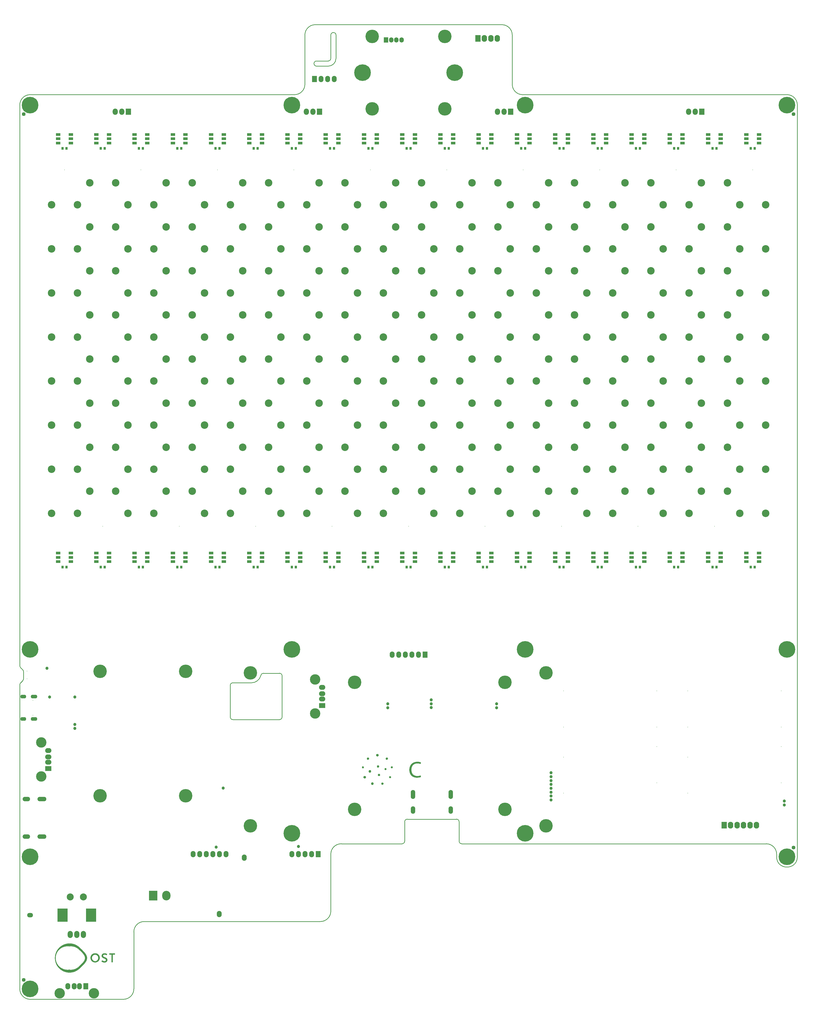
<source format=gts>
G04*
G04 #@! TF.GenerationSoftware,Altium Limited,Altium Designer,22.2.1 (43)*
G04*
G04 Layer_Color=8388736*
%FSLAX44Y44*%
%MOMM*%
G71*
G04*
G04 #@! TF.SameCoordinates,CDD9168B-683F-4F5A-B1B2-3852E0251DB5*
G04*
G04*
G04 #@! TF.FilePolarity,Negative*
G04*
G01*
G75*
%ADD10C,0.2540*%
%ADD19R,1.7032X1.1032*%
%ADD20R,0.8382X1.0922*%
%ADD21C,5.2032*%
%ADD22O,1.7032X2.0032*%
%ADD23R,1.7032X2.0032*%
%ADD24O,1.7032X3.5032*%
%ADD25O,1.7032X2.9032*%
%ADD26O,3.5032X1.7032*%
%ADD27O,2.9032X1.7032*%
%ADD28R,1.9032X2.4032*%
%ADD29O,1.9032X2.4032*%
%ADD30R,2.0032X2.4032*%
%ADD31O,2.0032X2.4032*%
%ADD32C,1.2032*%
%ADD33C,0.2032*%
%ADD34O,2.3032X1.4032*%
%ADD35O,2.5032X1.4032*%
%ADD36C,4.0032*%
%ADD37R,2.4032X1.9032*%
%ADD38O,2.4032X1.9032*%
%ADD39O,2.3032X1.7032*%
%ADD40O,2.1032X2.6032*%
%ADD41R,2.1032X2.6032*%
%ADD42O,3.2032X3.7032*%
%ADD43R,3.2032X3.7032*%
%ADD44C,2.7032*%
%ADD45O,2.0032X2.7032*%
%ADD46R,4.0032X5.2032*%
%ADD47C,1.4480*%
%ADD48C,6.4032*%
%ADD49C,2.9032*%
G36*
X-1305283Y-1134582D02*
X-1303178D01*
Y-1134722D01*
X-1301775D01*
Y-1134862D01*
X-1300652D01*
Y-1135003D01*
X-1299670D01*
Y-1135143D01*
X-1298828D01*
Y-1135283D01*
X-1297986D01*
Y-1135424D01*
X-1297284D01*
Y-1135564D01*
X-1296583D01*
Y-1135704D01*
X-1295881D01*
Y-1135844D01*
X-1295320D01*
Y-1135985D01*
X-1294618D01*
Y-1136125D01*
X-1294057D01*
Y-1136265D01*
X-1293496D01*
Y-1136406D01*
X-1293075D01*
Y-1136546D01*
X-1292513D01*
Y-1136686D01*
X-1292092D01*
Y-1136827D01*
X-1291531D01*
Y-1136967D01*
X-1291110D01*
Y-1137107D01*
X-1290689D01*
Y-1137248D01*
X-1290268D01*
Y-1137388D01*
X-1289847D01*
Y-1137528D01*
X-1289426D01*
Y-1137669D01*
X-1289005D01*
Y-1137809D01*
X-1288725D01*
Y-1137949D01*
X-1288304D01*
Y-1138090D01*
X-1287883D01*
Y-1138230D01*
X-1287602D01*
Y-1138370D01*
X-1287181D01*
Y-1138511D01*
X-1286900D01*
Y-1138651D01*
X-1286479D01*
Y-1138791D01*
X-1286199D01*
Y-1138932D01*
X-1285778D01*
Y-1139072D01*
X-1285497D01*
Y-1139212D01*
X-1285217D01*
Y-1139353D01*
X-1284936D01*
Y-1139493D01*
X-1284515D01*
Y-1139633D01*
X-1284234D01*
Y-1139774D01*
X-1283954D01*
Y-1139914D01*
X-1283673D01*
Y-1140054D01*
X-1283392D01*
Y-1140195D01*
X-1283112D01*
Y-1140335D01*
X-1282831D01*
Y-1140475D01*
X-1282550D01*
Y-1140616D01*
X-1282270D01*
Y-1140756D01*
X-1281989D01*
Y-1140896D01*
X-1281708D01*
Y-1141037D01*
X-1281428D01*
Y-1141177D01*
X-1281147D01*
Y-1141317D01*
X-1281007D01*
Y-1141458D01*
X-1280726D01*
Y-1141598D01*
X-1280446D01*
Y-1141738D01*
X-1280165D01*
Y-1141879D01*
X-1280024D01*
Y-1142019D01*
X-1279744D01*
Y-1142159D01*
X-1279463D01*
Y-1142299D01*
X-1279183D01*
Y-1142440D01*
X-1279042D01*
Y-1142580D01*
X-1278762D01*
Y-1142720D01*
X-1278481D01*
Y-1142861D01*
X-1278341D01*
Y-1143001D01*
X-1278060D01*
Y-1143141D01*
X-1277920D01*
Y-1143282D01*
X-1277639D01*
Y-1143422D01*
X-1277499D01*
Y-1143562D01*
X-1277218D01*
Y-1143703D01*
X-1277078D01*
Y-1143843D01*
X-1276797D01*
Y-1143983D01*
X-1276657D01*
Y-1144124D01*
X-1276376D01*
Y-1144264D01*
X-1276236D01*
Y-1144404D01*
X-1275955D01*
Y-1144545D01*
X-1275815D01*
Y-1144685D01*
X-1275534D01*
Y-1144825D01*
X-1275394D01*
Y-1144966D01*
X-1275113D01*
Y-1145106D01*
X-1274973D01*
Y-1145246D01*
X-1274833D01*
Y-1145387D01*
X-1274552D01*
Y-1145527D01*
X-1274411D01*
Y-1145667D01*
X-1274271D01*
Y-1145808D01*
X-1273990D01*
Y-1145948D01*
X-1273850D01*
Y-1146088D01*
X-1273710D01*
Y-1146228D01*
X-1273429D01*
Y-1146369D01*
X-1273289D01*
Y-1146509D01*
X-1273149D01*
Y-1146649D01*
X-1273008D01*
Y-1146790D01*
X-1272728D01*
Y-1146930D01*
X-1272587D01*
Y-1147070D01*
X-1272447D01*
Y-1147211D01*
X-1272307D01*
Y-1147351D01*
X-1272166D01*
Y-1147492D01*
X-1271886D01*
Y-1147632D01*
X-1271745D01*
Y-1147772D01*
X-1271605D01*
Y-1147912D01*
X-1271465D01*
Y-1148053D01*
X-1271324D01*
Y-1148193D01*
X-1271184D01*
Y-1148333D01*
X-1270903D01*
Y-1148474D01*
X-1270763D01*
Y-1148614D01*
X-1270623D01*
Y-1148754D01*
X-1270482D01*
Y-1148895D01*
X-1270342D01*
Y-1149035D01*
X-1270202D01*
Y-1149175D01*
X-1270061D01*
Y-1149316D01*
X-1269921D01*
Y-1149456D01*
X-1269781D01*
Y-1149596D01*
X-1269500D01*
Y-1149737D01*
X-1269360D01*
Y-1149877D01*
X-1269220D01*
Y-1150017D01*
X-1269079D01*
Y-1150158D01*
X-1268939D01*
Y-1150298D01*
X-1268799D01*
Y-1150438D01*
X-1268658D01*
Y-1150579D01*
X-1268518D01*
Y-1150719D01*
X-1268378D01*
Y-1150859D01*
X-1268237D01*
Y-1151000D01*
X-1268097D01*
Y-1151140D01*
X-1267957D01*
Y-1151280D01*
X-1267816D01*
Y-1151421D01*
X-1267676D01*
Y-1151561D01*
X-1267535D01*
Y-1151701D01*
X-1267395D01*
Y-1151842D01*
X-1267255D01*
Y-1151982D01*
X-1267115D01*
Y-1152122D01*
X-1266974D01*
Y-1152262D01*
X-1266834D01*
Y-1152403D01*
X-1266694D01*
Y-1152543D01*
X-1266553D01*
Y-1152683D01*
X-1266413D01*
Y-1152824D01*
X-1266273D01*
Y-1152964D01*
X-1266132D01*
Y-1153104D01*
X-1265992D01*
Y-1153245D01*
X-1265852D01*
Y-1153385D01*
X-1265711D01*
Y-1153525D01*
X-1265571D01*
Y-1153666D01*
X-1265431D01*
Y-1153806D01*
X-1265290D01*
Y-1153946D01*
X-1265150D01*
Y-1154087D01*
X-1265010D01*
Y-1154227D01*
X-1264870D01*
Y-1154367D01*
X-1264729D01*
Y-1154508D01*
X-1264589D01*
Y-1154648D01*
X-1264308D01*
Y-1154788D01*
X-1264168D01*
Y-1154929D01*
X-1264027D01*
Y-1155069D01*
X-1263887D01*
Y-1155209D01*
X-1263747D01*
Y-1155350D01*
X-1263606D01*
Y-1155490D01*
X-1263466D01*
Y-1155630D01*
X-1263326D01*
Y-1155771D01*
X-1263186D01*
Y-1155911D01*
X-1263045D01*
Y-1156051D01*
X-1262905D01*
Y-1156192D01*
X-1262765D01*
Y-1156332D01*
X-1262624D01*
Y-1156472D01*
X-1262484D01*
Y-1156613D01*
X-1262344D01*
Y-1156753D01*
X-1262203D01*
Y-1156893D01*
X-1262063D01*
Y-1157033D01*
X-1261923D01*
Y-1157174D01*
X-1261782D01*
Y-1157314D01*
X-1261642D01*
Y-1157455D01*
X-1261502D01*
Y-1157595D01*
X-1261221D01*
Y-1157735D01*
X-1261081D01*
Y-1157875D01*
X-1260940D01*
Y-1158016D01*
X-1260800D01*
Y-1158156D01*
X-1260660D01*
Y-1158296D01*
X-1260519D01*
Y-1158437D01*
X-1260379D01*
Y-1158577D01*
X-1260239D01*
Y-1158717D01*
X-1260098D01*
Y-1158858D01*
X-1259958D01*
Y-1158998D01*
X-1259818D01*
Y-1159138D01*
X-1259677D01*
Y-1159279D01*
X-1259537D01*
Y-1159419D01*
X-1259397D01*
Y-1159559D01*
X-1259256D01*
Y-1159700D01*
X-1259116D01*
Y-1159840D01*
X-1258976D01*
Y-1159980D01*
X-1258836D01*
Y-1160121D01*
X-1258695D01*
Y-1160261D01*
X-1258555D01*
Y-1160401D01*
X-1258415D01*
Y-1160542D01*
X-1258274D01*
Y-1160682D01*
X-1258134D01*
Y-1160822D01*
X-1257993D01*
Y-1160963D01*
X-1257853D01*
Y-1161103D01*
X-1257713D01*
Y-1161243D01*
X-1257573D01*
Y-1161384D01*
X-1257432D01*
Y-1161524D01*
X-1257292D01*
Y-1161664D01*
X-1257152D01*
Y-1161805D01*
X-1257011D01*
Y-1161945D01*
X-1256871D01*
Y-1162085D01*
X-1256731D01*
Y-1162225D01*
X-1256590D01*
Y-1162366D01*
X-1256450D01*
Y-1162506D01*
X-1256310D01*
Y-1162646D01*
X-1256169D01*
Y-1162787D01*
X-1256029D01*
Y-1162927D01*
X-1255889D01*
Y-1163067D01*
X-1255748D01*
Y-1163208D01*
X-1255608D01*
Y-1163348D01*
X-1255468D01*
Y-1163488D01*
X-1255327D01*
Y-1163629D01*
X-1255187D01*
Y-1163769D01*
X-1255047D01*
Y-1163909D01*
X-1254906D01*
Y-1164050D01*
X-1254766D01*
Y-1164190D01*
X-1254626D01*
Y-1164330D01*
X-1254485D01*
Y-1164471D01*
X-1254345D01*
Y-1164611D01*
X-1254205D01*
Y-1164751D01*
X-1254064D01*
Y-1164892D01*
X-1253924D01*
Y-1165032D01*
X-1253784D01*
Y-1165172D01*
X-1253643D01*
Y-1165313D01*
X-1253503D01*
Y-1165453D01*
Y-1165593D01*
X-1253363D01*
Y-1165734D01*
X-1253223D01*
Y-1165874D01*
X-1253082D01*
Y-1166014D01*
X-1252942D01*
Y-1166155D01*
X-1252802D01*
Y-1166295D01*
X-1252661D01*
Y-1166435D01*
X-1252521D01*
Y-1166576D01*
X-1252381D01*
Y-1166716D01*
X-1252240D01*
Y-1166856D01*
X-1252100D01*
Y-1166997D01*
X-1251960D01*
Y-1167137D01*
Y-1167277D01*
X-1251819D01*
Y-1167418D01*
X-1251679D01*
Y-1167558D01*
X-1251539D01*
Y-1167698D01*
X-1251398D01*
Y-1167839D01*
X-1251258D01*
Y-1167979D01*
X-1251118D01*
Y-1168119D01*
X-1250977D01*
Y-1168260D01*
Y-1168400D01*
X-1250837D01*
Y-1168540D01*
X-1250697D01*
Y-1168680D01*
X-1250556D01*
Y-1168821D01*
X-1250416D01*
Y-1168961D01*
X-1250276D01*
Y-1169101D01*
X-1250135D01*
Y-1169242D01*
Y-1169382D01*
X-1249995D01*
Y-1169522D01*
X-1249855D01*
Y-1169663D01*
X-1249714D01*
Y-1169803D01*
X-1249574D01*
Y-1169943D01*
X-1249434D01*
Y-1170084D01*
Y-1170224D01*
X-1249293D01*
Y-1170364D01*
X-1249153D01*
Y-1170505D01*
X-1249013D01*
Y-1170645D01*
X-1248873D01*
Y-1170785D01*
Y-1170926D01*
X-1248732D01*
Y-1171066D01*
X-1248592D01*
Y-1171206D01*
X-1248451D01*
Y-1171347D01*
X-1248311D01*
Y-1171487D01*
Y-1171627D01*
X-1248171D01*
Y-1171768D01*
X-1248030D01*
Y-1171908D01*
X-1247890D01*
Y-1172048D01*
Y-1172189D01*
X-1247750D01*
Y-1172329D01*
X-1247609D01*
Y-1172469D01*
X-1247469D01*
Y-1172609D01*
Y-1172750D01*
X-1247329D01*
Y-1172890D01*
X-1247188D01*
Y-1173030D01*
X-1247048D01*
Y-1173171D01*
Y-1173311D01*
X-1246908D01*
Y-1173452D01*
X-1246768D01*
Y-1173592D01*
Y-1173732D01*
X-1246627D01*
Y-1173872D01*
X-1246487D01*
Y-1174013D01*
X-1246347D01*
Y-1174153D01*
Y-1174293D01*
X-1246206D01*
Y-1174434D01*
X-1246066D01*
Y-1174574D01*
Y-1174714D01*
X-1245926D01*
Y-1174855D01*
X-1245785D01*
Y-1174995D01*
Y-1175135D01*
X-1245645D01*
Y-1175276D01*
X-1245505D01*
Y-1175416D01*
Y-1175556D01*
X-1245364D01*
Y-1175697D01*
X-1245224D01*
Y-1175837D01*
Y-1175977D01*
X-1245084D01*
Y-1176118D01*
Y-1176258D01*
X-1244943D01*
Y-1176398D01*
X-1244803D01*
Y-1176539D01*
Y-1176679D01*
X-1244663D01*
Y-1176819D01*
Y-1176960D01*
X-1244522D01*
Y-1177100D01*
X-1244382D01*
Y-1177240D01*
Y-1177381D01*
X-1244242D01*
Y-1177521D01*
Y-1177661D01*
X-1244101D01*
Y-1177802D01*
Y-1177942D01*
X-1243961D01*
Y-1178082D01*
X-1243821D01*
Y-1178223D01*
Y-1178363D01*
X-1243680D01*
Y-1178503D01*
Y-1178643D01*
X-1243540D01*
Y-1178784D01*
Y-1178924D01*
X-1243400D01*
Y-1179064D01*
Y-1179205D01*
X-1243259D01*
Y-1179345D01*
Y-1179485D01*
X-1243119D01*
Y-1179626D01*
Y-1179766D01*
X-1242979D01*
Y-1179906D01*
Y-1180047D01*
X-1242839D01*
Y-1180187D01*
Y-1180327D01*
X-1242698D01*
Y-1180468D01*
Y-1180608D01*
X-1242558D01*
Y-1180748D01*
Y-1180889D01*
X-1242418D01*
Y-1181029D01*
Y-1181169D01*
Y-1181310D01*
X-1242277D01*
Y-1181450D01*
Y-1181590D01*
X-1242137D01*
Y-1181731D01*
Y-1181871D01*
Y-1182011D01*
X-1241997D01*
Y-1182152D01*
Y-1182292D01*
X-1241856D01*
Y-1182432D01*
Y-1182573D01*
Y-1182713D01*
X-1241716D01*
Y-1182853D01*
Y-1182993D01*
Y-1183134D01*
X-1241576D01*
Y-1183274D01*
Y-1183415D01*
X-1241435D01*
Y-1183555D01*
Y-1183695D01*
Y-1183836D01*
X-1241295D01*
Y-1183976D01*
Y-1184116D01*
Y-1184256D01*
Y-1184397D01*
X-1241154D01*
Y-1184537D01*
Y-1184678D01*
Y-1184818D01*
X-1241014D01*
Y-1184958D01*
Y-1185098D01*
Y-1185239D01*
Y-1185379D01*
X-1240874D01*
Y-1185519D01*
Y-1185660D01*
Y-1185800D01*
Y-1185940D01*
X-1240734D01*
Y-1186081D01*
Y-1186221D01*
Y-1186361D01*
Y-1186502D01*
Y-1186642D01*
X-1240593D01*
Y-1186782D01*
Y-1186923D01*
Y-1187063D01*
Y-1187203D01*
Y-1187344D01*
X-1240453D01*
Y-1187484D01*
Y-1187624D01*
Y-1187765D01*
Y-1187905D01*
Y-1188045D01*
Y-1188186D01*
Y-1188326D01*
X-1240313D01*
Y-1188466D01*
Y-1188606D01*
Y-1188747D01*
Y-1188887D01*
Y-1189027D01*
Y-1189168D01*
Y-1189308D01*
Y-1189448D01*
Y-1189589D01*
Y-1189729D01*
Y-1189869D01*
Y-1190010D01*
Y-1190150D01*
Y-1190290D01*
Y-1190431D01*
Y-1190571D01*
Y-1190711D01*
Y-1190852D01*
Y-1190992D01*
Y-1191132D01*
Y-1191273D01*
Y-1191413D01*
Y-1191553D01*
Y-1191694D01*
Y-1191834D01*
Y-1191974D01*
Y-1192115D01*
Y-1192255D01*
Y-1192395D01*
Y-1192536D01*
Y-1192676D01*
Y-1192816D01*
Y-1192957D01*
Y-1193097D01*
Y-1193237D01*
Y-1193378D01*
X-1240453D01*
Y-1193518D01*
Y-1193658D01*
Y-1193799D01*
Y-1193939D01*
Y-1194079D01*
Y-1194220D01*
Y-1194360D01*
X-1240593D01*
Y-1194500D01*
Y-1194641D01*
Y-1194781D01*
Y-1194921D01*
Y-1195061D01*
X-1240734D01*
Y-1195202D01*
Y-1195342D01*
Y-1195482D01*
Y-1195623D01*
Y-1195763D01*
X-1240874D01*
Y-1195903D01*
Y-1196044D01*
Y-1196184D01*
Y-1196324D01*
X-1241014D01*
Y-1196465D01*
Y-1196605D01*
Y-1196745D01*
Y-1196886D01*
X-1241154D01*
Y-1197026D01*
Y-1197166D01*
Y-1197307D01*
X-1241295D01*
Y-1197447D01*
Y-1197587D01*
Y-1197728D01*
X-1241435D01*
Y-1197868D01*
Y-1198008D01*
Y-1198149D01*
X-1241576D01*
Y-1198289D01*
Y-1198429D01*
Y-1198570D01*
X-1241716D01*
Y-1198710D01*
Y-1198850D01*
Y-1198991D01*
X-1241856D01*
Y-1199131D01*
Y-1199271D01*
Y-1199411D01*
X-1241997D01*
Y-1199552D01*
Y-1199692D01*
X-1242137D01*
Y-1199833D01*
Y-1199973D01*
Y-1200113D01*
X-1242277D01*
Y-1200254D01*
Y-1200394D01*
X-1242418D01*
Y-1200534D01*
Y-1200675D01*
X-1242558D01*
Y-1200815D01*
Y-1200955D01*
Y-1201095D01*
X-1242698D01*
Y-1201236D01*
Y-1201376D01*
X-1242839D01*
Y-1201516D01*
Y-1201657D01*
X-1242979D01*
Y-1201797D01*
Y-1201937D01*
X-1243119D01*
Y-1202078D01*
Y-1202218D01*
X-1243259D01*
Y-1202358D01*
Y-1202499D01*
X-1243400D01*
Y-1202639D01*
Y-1202779D01*
X-1243540D01*
Y-1202920D01*
Y-1203060D01*
X-1243680D01*
Y-1203200D01*
Y-1203341D01*
X-1243821D01*
Y-1203481D01*
X-1243961D01*
Y-1203621D01*
Y-1203762D01*
X-1244101D01*
Y-1203902D01*
Y-1204042D01*
X-1244242D01*
Y-1204183D01*
Y-1204323D01*
X-1244382D01*
Y-1204463D01*
X-1244522D01*
Y-1204604D01*
Y-1204744D01*
X-1244663D01*
Y-1204884D01*
Y-1205024D01*
X-1244803D01*
Y-1205165D01*
X-1244943D01*
Y-1205305D01*
Y-1205445D01*
X-1245084D01*
Y-1205586D01*
Y-1205726D01*
X-1245224D01*
Y-1205866D01*
X-1245364D01*
Y-1206007D01*
Y-1206147D01*
X-1245505D01*
Y-1206287D01*
X-1245645D01*
Y-1206428D01*
Y-1206568D01*
X-1245785D01*
Y-1206708D01*
X-1245926D01*
Y-1206849D01*
Y-1206989D01*
X-1246066D01*
Y-1207129D01*
X-1246206D01*
Y-1207270D01*
Y-1207410D01*
X-1246347D01*
Y-1207550D01*
X-1246487D01*
Y-1207691D01*
Y-1207831D01*
X-1246627D01*
Y-1207971D01*
X-1246768D01*
Y-1208112D01*
X-1246908D01*
Y-1208252D01*
Y-1208392D01*
X-1247048D01*
Y-1208533D01*
X-1247188D01*
Y-1208673D01*
Y-1208813D01*
X-1247329D01*
Y-1208954D01*
X-1247469D01*
Y-1209094D01*
X-1247609D01*
Y-1209234D01*
Y-1209375D01*
X-1247750D01*
Y-1209515D01*
X-1247890D01*
Y-1209655D01*
X-1248030D01*
Y-1209796D01*
Y-1209936D01*
X-1248171D01*
Y-1210076D01*
X-1248311D01*
Y-1210217D01*
X-1248451D01*
Y-1210357D01*
X-1248592D01*
Y-1210497D01*
Y-1210638D01*
X-1248732D01*
Y-1210778D01*
X-1248873D01*
Y-1210918D01*
X-1249013D01*
Y-1211058D01*
X-1249153D01*
Y-1211199D01*
Y-1211339D01*
X-1249293D01*
Y-1211479D01*
X-1249434D01*
Y-1211620D01*
X-1249574D01*
Y-1211760D01*
X-1249714D01*
Y-1211900D01*
Y-1212041D01*
X-1249855D01*
Y-1212181D01*
X-1249995D01*
Y-1212321D01*
X-1250135D01*
Y-1212462D01*
X-1250276D01*
Y-1212602D01*
X-1250416D01*
Y-1212742D01*
X-1250556D01*
Y-1212883D01*
Y-1213023D01*
X-1250697D01*
Y-1213163D01*
X-1250837D01*
Y-1213304D01*
X-1250977D01*
Y-1213444D01*
X-1251118D01*
Y-1213584D01*
X-1251258D01*
Y-1213725D01*
X-1251398D01*
Y-1213865D01*
Y-1214005D01*
X-1251539D01*
Y-1214146D01*
X-1251679D01*
Y-1214286D01*
X-1251819D01*
Y-1214426D01*
X-1251960D01*
Y-1214567D01*
X-1252100D01*
Y-1214707D01*
X-1252240D01*
Y-1214847D01*
X-1252381D01*
Y-1214988D01*
X-1252521D01*
Y-1215128D01*
X-1252661D01*
Y-1215268D01*
X-1252802D01*
Y-1215408D01*
Y-1215549D01*
X-1252942D01*
Y-1215689D01*
X-1253082D01*
Y-1215829D01*
X-1253223D01*
Y-1215970D01*
X-1253363D01*
Y-1216110D01*
X-1253503D01*
Y-1216251D01*
X-1253643D01*
Y-1216391D01*
X-1253784D01*
Y-1216531D01*
X-1253924D01*
Y-1216672D01*
X-1254064D01*
Y-1216812D01*
X-1254205D01*
Y-1216952D01*
X-1254345D01*
Y-1217092D01*
X-1254485D01*
Y-1217233D01*
X-1254626D01*
Y-1217373D01*
X-1254766D01*
Y-1217513D01*
X-1254906D01*
Y-1217654D01*
X-1255047D01*
Y-1217794D01*
X-1255187D01*
Y-1217934D01*
Y-1218075D01*
X-1255327D01*
Y-1218215D01*
X-1255468D01*
Y-1218355D01*
X-1255608D01*
Y-1218496D01*
X-1255748D01*
Y-1218636D01*
X-1255889D01*
Y-1218776D01*
X-1256029D01*
Y-1218917D01*
X-1256169D01*
Y-1219057D01*
X-1256310D01*
Y-1219197D01*
X-1256450D01*
Y-1219338D01*
X-1256590D01*
Y-1219478D01*
X-1256731D01*
Y-1219618D01*
X-1256871D01*
Y-1219759D01*
X-1257011D01*
Y-1219899D01*
X-1257152D01*
Y-1220039D01*
X-1257292D01*
Y-1220180D01*
X-1257432D01*
Y-1220320D01*
X-1257573D01*
Y-1220460D01*
X-1257713D01*
Y-1220601D01*
X-1257853D01*
Y-1220741D01*
X-1257993D01*
Y-1220881D01*
X-1258134D01*
Y-1221021D01*
X-1258415D01*
Y-1221162D01*
X-1258555D01*
Y-1221302D01*
X-1258695D01*
Y-1221442D01*
X-1258836D01*
Y-1221583D01*
X-1258976D01*
Y-1221723D01*
X-1259116D01*
Y-1221863D01*
X-1259256D01*
Y-1222004D01*
X-1259397D01*
Y-1222144D01*
X-1259537D01*
Y-1222284D01*
X-1259677D01*
Y-1222425D01*
X-1259818D01*
Y-1222565D01*
X-1259958D01*
Y-1222705D01*
X-1260098D01*
Y-1222846D01*
X-1260239D01*
Y-1222986D01*
X-1260379D01*
Y-1223126D01*
X-1260519D01*
Y-1223267D01*
X-1260660D01*
Y-1223407D01*
X-1260800D01*
Y-1223547D01*
X-1260940D01*
Y-1223688D01*
X-1261081D01*
Y-1223828D01*
X-1261221D01*
Y-1223968D01*
X-1261361D01*
Y-1224109D01*
X-1261502D01*
Y-1224249D01*
X-1261642D01*
Y-1224389D01*
X-1261782D01*
Y-1224530D01*
X-1262063D01*
Y-1224670D01*
X-1262203D01*
Y-1224810D01*
X-1262344D01*
Y-1224951D01*
X-1262484D01*
Y-1225091D01*
X-1262624D01*
Y-1225231D01*
X-1262765D01*
Y-1225372D01*
X-1262905D01*
Y-1225512D01*
X-1263045D01*
Y-1225652D01*
X-1263186D01*
Y-1225792D01*
X-1263326D01*
Y-1225933D01*
X-1263466D01*
Y-1226073D01*
X-1263606D01*
Y-1226214D01*
X-1263747D01*
Y-1226354D01*
X-1263887D01*
Y-1226494D01*
X-1264027D01*
Y-1226635D01*
X-1264168D01*
Y-1226775D01*
X-1264308D01*
Y-1226915D01*
X-1264448D01*
Y-1227055D01*
X-1264589D01*
Y-1227196D01*
X-1264870D01*
Y-1227336D01*
X-1265010D01*
Y-1227476D01*
X-1265150D01*
Y-1227617D01*
X-1265290D01*
Y-1227757D01*
X-1265431D01*
Y-1227897D01*
X-1265571D01*
Y-1228038D01*
X-1265711D01*
Y-1228178D01*
X-1265852D01*
Y-1228318D01*
X-1265992D01*
Y-1228459D01*
X-1266132D01*
Y-1228599D01*
X-1266273D01*
Y-1228739D01*
X-1266413D01*
Y-1228880D01*
X-1266553D01*
Y-1229020D01*
X-1266694D01*
Y-1229160D01*
X-1266834D01*
Y-1229301D01*
X-1266974D01*
Y-1229441D01*
X-1267115D01*
Y-1229581D01*
X-1267255D01*
Y-1229722D01*
X-1267395D01*
Y-1229862D01*
X-1267535D01*
Y-1230002D01*
X-1267676D01*
Y-1230143D01*
X-1267816D01*
Y-1230283D01*
X-1267957D01*
Y-1230423D01*
X-1268097D01*
Y-1230564D01*
X-1268237D01*
Y-1230704D01*
X-1268378D01*
Y-1230844D01*
X-1268518D01*
Y-1230984D01*
X-1268658D01*
Y-1231125D01*
X-1268799D01*
Y-1231265D01*
X-1268939D01*
Y-1231406D01*
X-1269079D01*
Y-1231546D01*
X-1269220D01*
Y-1231686D01*
X-1269360D01*
Y-1231826D01*
X-1269500D01*
Y-1231967D01*
X-1269781D01*
Y-1232107D01*
X-1269921D01*
Y-1232247D01*
X-1270061D01*
Y-1232388D01*
X-1270202D01*
Y-1232528D01*
X-1270342D01*
Y-1232669D01*
X-1270482D01*
Y-1232809D01*
X-1270623D01*
Y-1232949D01*
X-1270763D01*
Y-1233089D01*
X-1270903D01*
Y-1233230D01*
X-1271184D01*
Y-1233370D01*
X-1271324D01*
Y-1233510D01*
X-1271465D01*
Y-1233651D01*
X-1271605D01*
Y-1233791D01*
X-1271745D01*
Y-1233931D01*
X-1271886D01*
Y-1234072D01*
X-1272166D01*
Y-1234212D01*
X-1272307D01*
Y-1234352D01*
X-1272447D01*
Y-1234493D01*
X-1272587D01*
Y-1234633D01*
X-1272728D01*
Y-1234773D01*
X-1273008D01*
Y-1234914D01*
X-1273149D01*
Y-1235054D01*
X-1273289D01*
Y-1235194D01*
X-1273570D01*
Y-1235335D01*
X-1273710D01*
Y-1235475D01*
X-1273850D01*
Y-1235615D01*
X-1273990D01*
Y-1235756D01*
X-1274271D01*
Y-1235896D01*
X-1274411D01*
Y-1236036D01*
X-1274552D01*
Y-1236177D01*
X-1274833D01*
Y-1236317D01*
X-1274973D01*
Y-1236457D01*
X-1275253D01*
Y-1236598D01*
X-1275394D01*
Y-1236738D01*
X-1275534D01*
Y-1236878D01*
X-1275815D01*
Y-1237019D01*
X-1275955D01*
Y-1237159D01*
X-1276236D01*
Y-1237299D01*
X-1276376D01*
Y-1237439D01*
X-1276657D01*
Y-1237580D01*
X-1276797D01*
Y-1237720D01*
X-1277078D01*
Y-1237860D01*
X-1277218D01*
Y-1238001D01*
X-1277499D01*
Y-1238141D01*
X-1277639D01*
Y-1238281D01*
X-1277920D01*
Y-1238422D01*
X-1278060D01*
Y-1238562D01*
X-1278341D01*
Y-1238702D01*
X-1278481D01*
Y-1238843D01*
X-1278762D01*
Y-1238983D01*
X-1279042D01*
Y-1239123D01*
X-1279183D01*
Y-1239264D01*
X-1279463D01*
Y-1239404D01*
X-1279744D01*
Y-1239544D01*
X-1280024D01*
Y-1239685D01*
X-1280165D01*
Y-1239825D01*
X-1280446D01*
Y-1239965D01*
X-1280726D01*
Y-1240106D01*
X-1281007D01*
Y-1240246D01*
X-1281147D01*
Y-1240386D01*
X-1281428D01*
Y-1240527D01*
X-1281708D01*
Y-1240667D01*
X-1281989D01*
Y-1240807D01*
X-1282270D01*
Y-1240948D01*
X-1282550D01*
Y-1241088D01*
X-1282831D01*
Y-1241228D01*
X-1283112D01*
Y-1241369D01*
X-1283392D01*
Y-1241509D01*
X-1283673D01*
Y-1241649D01*
X-1283954D01*
Y-1241789D01*
X-1284234D01*
Y-1241930D01*
X-1284515D01*
Y-1242070D01*
X-1284936D01*
Y-1242210D01*
X-1285217D01*
Y-1242351D01*
X-1285497D01*
Y-1242491D01*
X-1285778D01*
Y-1242632D01*
X-1286199D01*
Y-1242772D01*
X-1286479D01*
Y-1242912D01*
X-1286900D01*
Y-1243052D01*
X-1287181D01*
Y-1243193D01*
X-1287602D01*
Y-1243333D01*
X-1287883D01*
Y-1243473D01*
X-1288304D01*
Y-1243614D01*
X-1288725D01*
Y-1243754D01*
X-1289005D01*
Y-1243894D01*
X-1289426D01*
Y-1244035D01*
X-1289847D01*
Y-1244175D01*
X-1290268D01*
Y-1244315D01*
X-1290689D01*
Y-1244456D01*
X-1291110D01*
Y-1244596D01*
X-1291531D01*
Y-1244736D01*
X-1292092D01*
Y-1244877D01*
X-1292513D01*
Y-1245017D01*
X-1293075D01*
Y-1245157D01*
X-1293496D01*
Y-1245298D01*
X-1294057D01*
Y-1245438D01*
X-1294618D01*
Y-1245578D01*
X-1295320D01*
Y-1245719D01*
X-1295881D01*
Y-1245859D01*
X-1296583D01*
Y-1245999D01*
X-1297284D01*
Y-1246140D01*
X-1297986D01*
Y-1246280D01*
X-1298828D01*
Y-1246420D01*
X-1299670D01*
Y-1246561D01*
X-1300652D01*
Y-1246701D01*
X-1301775D01*
Y-1246841D01*
X-1303178D01*
Y-1246982D01*
X-1305283D01*
Y-1247122D01*
X-1311036D01*
Y-1246982D01*
X-1313141D01*
Y-1246841D01*
X-1314544D01*
Y-1246701D01*
X-1315667D01*
Y-1246561D01*
X-1316649D01*
Y-1246420D01*
X-1317491D01*
Y-1246280D01*
X-1318333D01*
Y-1246140D01*
X-1319035D01*
Y-1245999D01*
X-1319736D01*
Y-1245859D01*
X-1320438D01*
Y-1245719D01*
X-1320999D01*
Y-1245578D01*
X-1321701D01*
Y-1245438D01*
X-1322262D01*
Y-1245298D01*
X-1322683D01*
Y-1245157D01*
X-1323244D01*
Y-1245017D01*
X-1323806D01*
Y-1244877D01*
X-1324227D01*
Y-1244736D01*
X-1324648D01*
Y-1244596D01*
X-1325209D01*
Y-1244456D01*
X-1325630D01*
Y-1244315D01*
X-1326051D01*
Y-1244175D01*
X-1326472D01*
Y-1244035D01*
X-1326893D01*
Y-1243894D01*
X-1327314D01*
Y-1243754D01*
X-1327594D01*
Y-1243614D01*
X-1328015D01*
Y-1243473D01*
X-1328436D01*
Y-1243333D01*
X-1328717D01*
Y-1243193D01*
X-1329138D01*
Y-1243052D01*
X-1329419D01*
Y-1242912D01*
X-1329840D01*
Y-1242772D01*
X-1330120D01*
Y-1242632D01*
X-1330401D01*
Y-1242491D01*
X-1330822D01*
Y-1242351D01*
X-1331103D01*
Y-1242210D01*
X-1331383D01*
Y-1242070D01*
X-1331664D01*
Y-1241930D01*
X-1332085D01*
Y-1241789D01*
X-1332366D01*
Y-1241649D01*
X-1332646D01*
Y-1241509D01*
X-1332927D01*
Y-1241369D01*
X-1333208D01*
Y-1241228D01*
X-1333488D01*
Y-1241088D01*
X-1333769D01*
Y-1240948D01*
X-1334049D01*
Y-1240807D01*
X-1334330D01*
Y-1240667D01*
X-1334611D01*
Y-1240527D01*
X-1334891D01*
Y-1240386D01*
X-1335032D01*
Y-1240246D01*
X-1335312D01*
Y-1240106D01*
X-1335593D01*
Y-1239965D01*
X-1335874D01*
Y-1239825D01*
X-1336154D01*
Y-1239685D01*
X-1336295D01*
Y-1239544D01*
X-1336575D01*
Y-1239404D01*
X-1336856D01*
Y-1239264D01*
X-1337137D01*
Y-1239123D01*
X-1337277D01*
Y-1238983D01*
X-1337558D01*
Y-1238843D01*
X-1337698D01*
Y-1238702D01*
X-1337979D01*
Y-1238562D01*
X-1338259D01*
Y-1238422D01*
X-1338399D01*
Y-1238281D01*
X-1338680D01*
Y-1238141D01*
X-1338820D01*
Y-1238001D01*
X-1339101D01*
Y-1237860D01*
X-1339241D01*
Y-1237720D01*
X-1339522D01*
Y-1237580D01*
X-1339662D01*
Y-1237439D01*
X-1339943D01*
Y-1237299D01*
X-1340083D01*
Y-1237159D01*
X-1340364D01*
Y-1237019D01*
X-1340504D01*
Y-1236878D01*
X-1340785D01*
Y-1236738D01*
X-1340925D01*
Y-1236598D01*
X-1341066D01*
Y-1236457D01*
X-1341346D01*
Y-1236317D01*
X-1341487D01*
Y-1236177D01*
X-1341767D01*
Y-1236036D01*
X-1341908D01*
Y-1235896D01*
X-1342048D01*
Y-1235756D01*
X-1342328D01*
Y-1235615D01*
X-1342469D01*
Y-1235475D01*
X-1342609D01*
Y-1235335D01*
X-1342750D01*
Y-1235194D01*
X-1343030D01*
Y-1235054D01*
X-1343170D01*
Y-1234914D01*
X-1343311D01*
Y-1234773D01*
X-1343451D01*
Y-1234633D01*
X-1343732D01*
Y-1234493D01*
X-1343872D01*
Y-1234352D01*
X-1344012D01*
Y-1234212D01*
X-1344153D01*
Y-1234072D01*
X-1344433D01*
Y-1233931D01*
X-1344574D01*
Y-1233791D01*
X-1344714D01*
Y-1233651D01*
X-1344854D01*
Y-1233510D01*
X-1344995D01*
Y-1233370D01*
X-1345135D01*
Y-1233230D01*
X-1345416D01*
Y-1233089D01*
X-1345556D01*
Y-1232949D01*
X-1345696D01*
Y-1232809D01*
X-1345837D01*
Y-1232669D01*
X-1345977D01*
Y-1232528D01*
X-1346117D01*
Y-1232388D01*
X-1346258D01*
Y-1232247D01*
X-1346398D01*
Y-1232107D01*
X-1346538D01*
Y-1231967D01*
X-1346679D01*
Y-1231826D01*
X-1346959D01*
Y-1231686D01*
X-1347100D01*
Y-1231546D01*
X-1347240D01*
Y-1231406D01*
X-1347380D01*
Y-1231265D01*
X-1347521D01*
Y-1231125D01*
X-1347661D01*
Y-1230984D01*
X-1347801D01*
Y-1230844D01*
X-1347942D01*
Y-1230704D01*
X-1348082D01*
Y-1230564D01*
X-1348222D01*
Y-1230423D01*
X-1348362D01*
Y-1230283D01*
X-1348503D01*
Y-1230143D01*
X-1348643D01*
Y-1230002D01*
X-1348784D01*
Y-1229862D01*
X-1348924D01*
Y-1229722D01*
X-1349064D01*
Y-1229581D01*
X-1349204D01*
Y-1229441D01*
Y-1229301D01*
X-1349345D01*
Y-1229160D01*
X-1349485D01*
Y-1229020D01*
X-1349625D01*
Y-1228880D01*
X-1349766D01*
Y-1228739D01*
X-1349906D01*
Y-1228599D01*
X-1350046D01*
Y-1228459D01*
X-1350187D01*
Y-1228318D01*
X-1350327D01*
Y-1228178D01*
X-1350467D01*
Y-1228038D01*
X-1350608D01*
Y-1227897D01*
Y-1227757D01*
X-1350748D01*
Y-1227617D01*
X-1350888D01*
Y-1227476D01*
X-1351029D01*
Y-1227336D01*
X-1351169D01*
Y-1227196D01*
X-1351309D01*
Y-1227055D01*
X-1351450D01*
Y-1226915D01*
Y-1226775D01*
X-1351590D01*
Y-1226635D01*
X-1351730D01*
Y-1226494D01*
X-1351871D01*
Y-1226354D01*
X-1352011D01*
Y-1226214D01*
Y-1226073D01*
X-1352151D01*
Y-1225933D01*
X-1352292D01*
Y-1225792D01*
X-1352432D01*
Y-1225652D01*
X-1352572D01*
Y-1225512D01*
Y-1225372D01*
X-1352713D01*
Y-1225231D01*
X-1352853D01*
Y-1225091D01*
X-1352993D01*
Y-1224951D01*
X-1353134D01*
Y-1224810D01*
Y-1224670D01*
X-1353274D01*
Y-1224530D01*
X-1353414D01*
Y-1224389D01*
X-1353555D01*
Y-1224249D01*
Y-1224109D01*
X-1353695D01*
Y-1223968D01*
X-1353835D01*
Y-1223828D01*
Y-1223688D01*
X-1353976D01*
Y-1223547D01*
X-1354116D01*
Y-1223407D01*
X-1354256D01*
Y-1223267D01*
Y-1223126D01*
X-1354397D01*
Y-1222986D01*
X-1354537D01*
Y-1222846D01*
Y-1222705D01*
X-1354677D01*
Y-1222565D01*
X-1354817D01*
Y-1222425D01*
Y-1222284D01*
X-1354958D01*
Y-1222144D01*
X-1355098D01*
Y-1222004D01*
Y-1221863D01*
X-1355238D01*
Y-1221723D01*
X-1355379D01*
Y-1221583D01*
Y-1221442D01*
X-1355519D01*
Y-1221302D01*
X-1355659D01*
Y-1221162D01*
Y-1221021D01*
X-1355800D01*
Y-1220881D01*
X-1355940D01*
Y-1220741D01*
Y-1220601D01*
X-1356080D01*
Y-1220460D01*
Y-1220320D01*
X-1356221D01*
Y-1220180D01*
X-1356361D01*
Y-1220039D01*
Y-1219899D01*
X-1356501D01*
Y-1219759D01*
X-1356642D01*
Y-1219618D01*
Y-1219478D01*
X-1356782D01*
Y-1219338D01*
Y-1219197D01*
X-1356922D01*
Y-1219057D01*
Y-1218917D01*
X-1357063D01*
Y-1218776D01*
X-1357203D01*
Y-1218636D01*
Y-1218496D01*
X-1357343D01*
Y-1218355D01*
Y-1218215D01*
X-1357484D01*
Y-1218075D01*
Y-1217934D01*
X-1357624D01*
Y-1217794D01*
Y-1217654D01*
X-1357764D01*
Y-1217513D01*
X-1357905D01*
Y-1217373D01*
Y-1217233D01*
X-1358045D01*
Y-1217092D01*
Y-1216952D01*
X-1358185D01*
Y-1216812D01*
Y-1216672D01*
X-1358326D01*
Y-1216531D01*
Y-1216391D01*
X-1358466D01*
Y-1216251D01*
Y-1216110D01*
X-1358606D01*
Y-1215970D01*
Y-1215829D01*
X-1358746D01*
Y-1215689D01*
Y-1215549D01*
X-1358887D01*
Y-1215408D01*
Y-1215268D01*
X-1359027D01*
Y-1215128D01*
Y-1214988D01*
X-1359167D01*
Y-1214847D01*
Y-1214707D01*
X-1359308D01*
Y-1214567D01*
Y-1214426D01*
Y-1214286D01*
X-1359448D01*
Y-1214146D01*
Y-1214005D01*
X-1359588D01*
Y-1213865D01*
Y-1213725D01*
X-1359729D01*
Y-1213584D01*
Y-1213444D01*
X-1359869D01*
Y-1213304D01*
Y-1213163D01*
Y-1213023D01*
X-1360009D01*
Y-1212883D01*
Y-1212742D01*
X-1360150D01*
Y-1212602D01*
Y-1212462D01*
X-1360290D01*
Y-1212321D01*
Y-1212181D01*
Y-1212041D01*
X-1360430D01*
Y-1211900D01*
Y-1211760D01*
X-1360571D01*
Y-1211620D01*
Y-1211479D01*
Y-1211339D01*
X-1360711D01*
Y-1211199D01*
Y-1211058D01*
X-1360851D01*
Y-1210918D01*
Y-1210778D01*
Y-1210638D01*
X-1360992D01*
Y-1210497D01*
Y-1210357D01*
Y-1210217D01*
X-1361132D01*
Y-1210076D01*
Y-1209936D01*
X-1361272D01*
Y-1209796D01*
Y-1209655D01*
Y-1209515D01*
X-1361413D01*
Y-1209375D01*
Y-1209234D01*
Y-1209094D01*
X-1361553D01*
Y-1208954D01*
Y-1208813D01*
Y-1208673D01*
X-1361693D01*
Y-1208533D01*
Y-1208392D01*
Y-1208252D01*
X-1361834D01*
Y-1208112D01*
Y-1207971D01*
Y-1207831D01*
X-1361974D01*
Y-1207691D01*
Y-1207550D01*
Y-1207410D01*
Y-1207270D01*
X-1362114D01*
Y-1207129D01*
Y-1206989D01*
Y-1206849D01*
X-1362255D01*
Y-1206708D01*
Y-1206568D01*
Y-1206428D01*
X-1362395D01*
Y-1206287D01*
Y-1206147D01*
Y-1206007D01*
Y-1205866D01*
X-1362535D01*
Y-1205726D01*
Y-1205586D01*
Y-1205445D01*
Y-1205305D01*
X-1362676D01*
Y-1205165D01*
Y-1205024D01*
Y-1204884D01*
X-1362816D01*
Y-1204744D01*
Y-1204604D01*
Y-1204463D01*
Y-1204323D01*
X-1362956D01*
Y-1204183D01*
Y-1204042D01*
Y-1203902D01*
Y-1203762D01*
Y-1203621D01*
X-1363097D01*
Y-1203481D01*
Y-1203341D01*
Y-1203200D01*
Y-1203060D01*
X-1363237D01*
Y-1202920D01*
Y-1202779D01*
Y-1202639D01*
Y-1202499D01*
Y-1202358D01*
X-1363377D01*
Y-1202218D01*
Y-1202078D01*
Y-1201937D01*
Y-1201797D01*
Y-1201657D01*
X-1363517D01*
Y-1201516D01*
Y-1201376D01*
Y-1201236D01*
Y-1201095D01*
Y-1200955D01*
X-1363658D01*
Y-1200815D01*
Y-1200675D01*
Y-1200534D01*
Y-1200394D01*
Y-1200254D01*
Y-1200113D01*
X-1363798D01*
Y-1199973D01*
Y-1199833D01*
Y-1199692D01*
Y-1199552D01*
Y-1199411D01*
Y-1199271D01*
X-1363938D01*
Y-1199131D01*
Y-1198991D01*
Y-1198850D01*
Y-1198710D01*
Y-1198570D01*
Y-1198429D01*
Y-1198289D01*
X-1364079D01*
Y-1198149D01*
Y-1198008D01*
Y-1197868D01*
Y-1197728D01*
Y-1197587D01*
Y-1197447D01*
Y-1197307D01*
Y-1197166D01*
X-1364219D01*
Y-1197026D01*
Y-1196886D01*
Y-1196745D01*
Y-1196605D01*
Y-1196465D01*
Y-1196324D01*
Y-1196184D01*
Y-1196044D01*
Y-1195903D01*
Y-1195763D01*
Y-1195623D01*
X-1364359D01*
Y-1195482D01*
Y-1195342D01*
Y-1195202D01*
Y-1195061D01*
Y-1194921D01*
Y-1194781D01*
Y-1194641D01*
Y-1194500D01*
Y-1194360D01*
Y-1194220D01*
Y-1194079D01*
Y-1193939D01*
Y-1193799D01*
Y-1193658D01*
X-1364500D01*
Y-1193518D01*
Y-1193378D01*
Y-1193237D01*
Y-1193097D01*
Y-1192957D01*
Y-1192816D01*
Y-1192676D01*
Y-1192536D01*
Y-1192395D01*
Y-1192255D01*
Y-1192115D01*
Y-1191974D01*
Y-1191834D01*
Y-1191694D01*
Y-1191553D01*
Y-1191413D01*
Y-1191273D01*
Y-1191132D01*
Y-1190992D01*
Y-1190852D01*
Y-1190711D01*
Y-1190571D01*
Y-1190431D01*
Y-1190290D01*
Y-1190150D01*
Y-1190010D01*
Y-1189869D01*
Y-1189729D01*
Y-1189589D01*
Y-1189448D01*
Y-1189308D01*
Y-1189168D01*
Y-1189027D01*
Y-1188887D01*
Y-1188747D01*
Y-1188606D01*
Y-1188466D01*
Y-1188326D01*
Y-1188186D01*
Y-1188045D01*
Y-1187905D01*
X-1364359D01*
Y-1187765D01*
Y-1187624D01*
Y-1187484D01*
Y-1187344D01*
Y-1187203D01*
Y-1187063D01*
Y-1186923D01*
Y-1186782D01*
Y-1186642D01*
Y-1186502D01*
Y-1186361D01*
Y-1186221D01*
Y-1186081D01*
Y-1185940D01*
X-1364219D01*
Y-1185800D01*
Y-1185660D01*
Y-1185519D01*
Y-1185379D01*
Y-1185239D01*
Y-1185098D01*
Y-1184958D01*
Y-1184818D01*
Y-1184678D01*
Y-1184537D01*
Y-1184397D01*
X-1364079D01*
Y-1184256D01*
Y-1184116D01*
Y-1183976D01*
Y-1183836D01*
Y-1183695D01*
Y-1183555D01*
Y-1183415D01*
Y-1183274D01*
X-1363938D01*
Y-1183134D01*
Y-1182993D01*
Y-1182853D01*
Y-1182713D01*
Y-1182573D01*
Y-1182432D01*
Y-1182292D01*
X-1363798D01*
Y-1182152D01*
Y-1182011D01*
Y-1181871D01*
Y-1181731D01*
Y-1181590D01*
Y-1181450D01*
X-1363658D01*
Y-1181310D01*
Y-1181169D01*
Y-1181029D01*
Y-1180889D01*
Y-1180748D01*
Y-1180608D01*
X-1363517D01*
Y-1180468D01*
Y-1180327D01*
Y-1180187D01*
Y-1180047D01*
Y-1179906D01*
X-1363377D01*
Y-1179766D01*
Y-1179626D01*
Y-1179485D01*
Y-1179345D01*
Y-1179205D01*
X-1363237D01*
Y-1179064D01*
Y-1178924D01*
Y-1178784D01*
Y-1178643D01*
Y-1178503D01*
X-1363097D01*
Y-1178363D01*
Y-1178223D01*
Y-1178082D01*
Y-1177942D01*
X-1362956D01*
Y-1177802D01*
Y-1177661D01*
Y-1177521D01*
Y-1177381D01*
Y-1177240D01*
X-1362816D01*
Y-1177100D01*
Y-1176960D01*
Y-1176819D01*
Y-1176679D01*
X-1362676D01*
Y-1176539D01*
Y-1176398D01*
Y-1176258D01*
X-1362535D01*
Y-1176118D01*
Y-1175977D01*
Y-1175837D01*
Y-1175697D01*
X-1362395D01*
Y-1175556D01*
Y-1175416D01*
Y-1175276D01*
Y-1175135D01*
X-1362255D01*
Y-1174995D01*
Y-1174855D01*
Y-1174714D01*
X-1362114D01*
Y-1174574D01*
Y-1174434D01*
Y-1174293D01*
X-1361974D01*
Y-1174153D01*
Y-1174013D01*
Y-1173872D01*
Y-1173732D01*
X-1361834D01*
Y-1173592D01*
Y-1173452D01*
Y-1173311D01*
X-1361693D01*
Y-1173171D01*
Y-1173030D01*
Y-1172890D01*
X-1361553D01*
Y-1172750D01*
Y-1172609D01*
Y-1172469D01*
X-1361413D01*
Y-1172329D01*
Y-1172189D01*
Y-1172048D01*
X-1361272D01*
Y-1171908D01*
Y-1171768D01*
Y-1171627D01*
X-1361132D01*
Y-1171487D01*
Y-1171347D01*
X-1360992D01*
Y-1171206D01*
Y-1171066D01*
Y-1170926D01*
X-1360851D01*
Y-1170785D01*
Y-1170645D01*
Y-1170505D01*
X-1360711D01*
Y-1170364D01*
Y-1170224D01*
X-1360571D01*
Y-1170084D01*
Y-1169943D01*
Y-1169803D01*
X-1360430D01*
Y-1169663D01*
Y-1169522D01*
X-1360290D01*
Y-1169382D01*
Y-1169242D01*
Y-1169101D01*
X-1360150D01*
Y-1168961D01*
Y-1168821D01*
X-1360009D01*
Y-1168680D01*
Y-1168540D01*
X-1359869D01*
Y-1168400D01*
Y-1168260D01*
Y-1168119D01*
X-1359729D01*
Y-1167979D01*
Y-1167839D01*
X-1359588D01*
Y-1167698D01*
Y-1167558D01*
X-1359448D01*
Y-1167418D01*
Y-1167277D01*
X-1359308D01*
Y-1167137D01*
Y-1166997D01*
Y-1166856D01*
X-1359167D01*
Y-1166716D01*
Y-1166576D01*
X-1359027D01*
Y-1166435D01*
Y-1166295D01*
X-1358887D01*
Y-1166155D01*
Y-1166014D01*
X-1358746D01*
Y-1165874D01*
Y-1165734D01*
X-1358606D01*
Y-1165593D01*
Y-1165453D01*
X-1358466D01*
Y-1165313D01*
Y-1165172D01*
X-1358326D01*
Y-1165032D01*
Y-1164892D01*
X-1358185D01*
Y-1164751D01*
Y-1164611D01*
X-1358045D01*
Y-1164471D01*
Y-1164330D01*
X-1357905D01*
Y-1164190D01*
Y-1164050D01*
X-1357764D01*
Y-1163909D01*
X-1357624D01*
Y-1163769D01*
Y-1163629D01*
X-1357484D01*
Y-1163488D01*
Y-1163348D01*
X-1357343D01*
Y-1163208D01*
Y-1163067D01*
X-1357203D01*
Y-1162927D01*
Y-1162787D01*
X-1357063D01*
Y-1162646D01*
X-1356922D01*
Y-1162506D01*
Y-1162366D01*
X-1356782D01*
Y-1162225D01*
Y-1162085D01*
X-1356642D01*
Y-1161945D01*
Y-1161805D01*
X-1356501D01*
Y-1161664D01*
X-1356361D01*
Y-1161524D01*
Y-1161384D01*
X-1356221D01*
Y-1161243D01*
X-1356080D01*
Y-1161103D01*
Y-1160963D01*
X-1355940D01*
Y-1160822D01*
Y-1160682D01*
X-1355800D01*
Y-1160542D01*
X-1355659D01*
Y-1160401D01*
Y-1160261D01*
X-1355519D01*
Y-1160121D01*
X-1355379D01*
Y-1159980D01*
Y-1159840D01*
X-1355238D01*
Y-1159700D01*
X-1355098D01*
Y-1159559D01*
Y-1159419D01*
X-1354958D01*
Y-1159279D01*
X-1354817D01*
Y-1159138D01*
Y-1158998D01*
X-1354677D01*
Y-1158858D01*
X-1354537D01*
Y-1158717D01*
Y-1158577D01*
X-1354397D01*
Y-1158437D01*
X-1354256D01*
Y-1158296D01*
Y-1158156D01*
X-1354116D01*
Y-1158016D01*
X-1353976D01*
Y-1157875D01*
X-1353835D01*
Y-1157735D01*
Y-1157595D01*
X-1353695D01*
Y-1157455D01*
X-1353555D01*
Y-1157314D01*
Y-1157174D01*
X-1353414D01*
Y-1157033D01*
X-1353274D01*
Y-1156893D01*
X-1353134D01*
Y-1156753D01*
Y-1156613D01*
X-1352993D01*
Y-1156472D01*
X-1352853D01*
Y-1156332D01*
X-1352713D01*
Y-1156192D01*
X-1352572D01*
Y-1156051D01*
Y-1155911D01*
X-1352432D01*
Y-1155771D01*
X-1352292D01*
Y-1155630D01*
X-1352151D01*
Y-1155490D01*
X-1352011D01*
Y-1155350D01*
Y-1155209D01*
X-1351871D01*
Y-1155069D01*
X-1351730D01*
Y-1154929D01*
X-1351590D01*
Y-1154788D01*
X-1351450D01*
Y-1154648D01*
Y-1154508D01*
X-1351309D01*
Y-1154367D01*
X-1351169D01*
Y-1154227D01*
X-1351029D01*
Y-1154087D01*
X-1350888D01*
Y-1153946D01*
X-1350748D01*
Y-1153806D01*
X-1350608D01*
Y-1153666D01*
Y-1153525D01*
X-1350467D01*
Y-1153385D01*
X-1350327D01*
Y-1153245D01*
X-1350187D01*
Y-1153104D01*
X-1350046D01*
Y-1152964D01*
X-1349906D01*
Y-1152824D01*
X-1349766D01*
Y-1152683D01*
X-1349625D01*
Y-1152543D01*
X-1349485D01*
Y-1152403D01*
X-1349345D01*
Y-1152262D01*
X-1349204D01*
Y-1152122D01*
Y-1151982D01*
X-1349064D01*
Y-1151842D01*
X-1348924D01*
Y-1151701D01*
X-1348784D01*
Y-1151561D01*
X-1348643D01*
Y-1151421D01*
X-1348503D01*
Y-1151280D01*
X-1348362D01*
Y-1151140D01*
X-1348222D01*
Y-1151000D01*
X-1348082D01*
Y-1150859D01*
X-1347942D01*
Y-1150719D01*
X-1347801D01*
Y-1150579D01*
X-1347661D01*
Y-1150438D01*
X-1347521D01*
Y-1150298D01*
X-1347380D01*
Y-1150158D01*
X-1347240D01*
Y-1150017D01*
X-1347100D01*
Y-1149877D01*
X-1346959D01*
Y-1149737D01*
X-1346679D01*
Y-1149596D01*
X-1346538D01*
Y-1149456D01*
X-1346398D01*
Y-1149316D01*
X-1346258D01*
Y-1149175D01*
X-1346117D01*
Y-1149035D01*
X-1345977D01*
Y-1148895D01*
X-1345837D01*
Y-1148754D01*
X-1345696D01*
Y-1148614D01*
X-1345556D01*
Y-1148474D01*
X-1345416D01*
Y-1148333D01*
X-1345135D01*
Y-1148193D01*
X-1344995D01*
Y-1148053D01*
X-1344854D01*
Y-1147912D01*
X-1344714D01*
Y-1147772D01*
X-1344574D01*
Y-1147632D01*
X-1344433D01*
Y-1147492D01*
X-1344153D01*
Y-1147351D01*
X-1344012D01*
Y-1147211D01*
X-1343872D01*
Y-1147070D01*
X-1343732D01*
Y-1146930D01*
X-1343451D01*
Y-1146790D01*
X-1343311D01*
Y-1146649D01*
X-1343170D01*
Y-1146509D01*
X-1343030D01*
Y-1146369D01*
X-1342750D01*
Y-1146228D01*
X-1342609D01*
Y-1146088D01*
X-1342469D01*
Y-1145948D01*
X-1342328D01*
Y-1145808D01*
X-1342048D01*
Y-1145667D01*
X-1341908D01*
Y-1145527D01*
X-1341767D01*
Y-1145387D01*
X-1341487D01*
Y-1145246D01*
X-1341346D01*
Y-1145106D01*
X-1341066D01*
Y-1144966D01*
X-1340925D01*
Y-1144825D01*
X-1340785D01*
Y-1144685D01*
X-1340504D01*
Y-1144545D01*
X-1340364D01*
Y-1144404D01*
X-1340083D01*
Y-1144264D01*
X-1339943D01*
Y-1144124D01*
X-1339662D01*
Y-1143983D01*
X-1339522D01*
Y-1143843D01*
X-1339241D01*
Y-1143703D01*
X-1339101D01*
Y-1143562D01*
X-1338820D01*
Y-1143422D01*
X-1338680D01*
Y-1143282D01*
X-1338399D01*
Y-1143141D01*
X-1338259D01*
Y-1143001D01*
X-1337979D01*
Y-1142861D01*
X-1337698D01*
Y-1142720D01*
X-1337558D01*
Y-1142580D01*
X-1337277D01*
Y-1142440D01*
X-1337137D01*
Y-1142299D01*
X-1336856D01*
Y-1142159D01*
X-1336575D01*
Y-1142019D01*
X-1336295D01*
Y-1141879D01*
X-1336154D01*
Y-1141738D01*
X-1335874D01*
Y-1141598D01*
X-1335593D01*
Y-1141458D01*
X-1335312D01*
Y-1141317D01*
X-1335032D01*
Y-1141177D01*
X-1334891D01*
Y-1141037D01*
X-1334611D01*
Y-1140896D01*
X-1334330D01*
Y-1140756D01*
X-1334049D01*
Y-1140616D01*
X-1333769D01*
Y-1140475D01*
X-1333488D01*
Y-1140335D01*
X-1333208D01*
Y-1140195D01*
X-1332927D01*
Y-1140054D01*
X-1332646D01*
Y-1139914D01*
X-1332366D01*
Y-1139774D01*
X-1332085D01*
Y-1139633D01*
X-1331804D01*
Y-1139493D01*
X-1331383D01*
Y-1139353D01*
X-1331103D01*
Y-1139212D01*
X-1330822D01*
Y-1139072D01*
X-1330401D01*
Y-1138932D01*
X-1330120D01*
Y-1138791D01*
X-1329840D01*
Y-1138651D01*
X-1329419D01*
Y-1138511D01*
X-1329138D01*
Y-1138370D01*
X-1328717D01*
Y-1138230D01*
X-1328436D01*
Y-1138090D01*
X-1328015D01*
Y-1137949D01*
X-1327594D01*
Y-1137809D01*
X-1327314D01*
Y-1137669D01*
X-1326893D01*
Y-1137528D01*
X-1326472D01*
Y-1137388D01*
X-1326051D01*
Y-1137248D01*
X-1325630D01*
Y-1137107D01*
X-1325209D01*
Y-1136967D01*
X-1324788D01*
Y-1136827D01*
X-1324227D01*
Y-1136686D01*
X-1323806D01*
Y-1136546D01*
X-1323244D01*
Y-1136406D01*
X-1322683D01*
Y-1136265D01*
X-1322262D01*
Y-1136125D01*
X-1321701D01*
Y-1135985D01*
X-1320999D01*
Y-1135844D01*
X-1320438D01*
Y-1135704D01*
X-1319736D01*
Y-1135564D01*
X-1319035D01*
Y-1135424D01*
X-1318333D01*
Y-1135283D01*
X-1317491D01*
Y-1135143D01*
X-1316649D01*
Y-1135003D01*
X-1315667D01*
Y-1134862D01*
X-1314544D01*
Y-1134722D01*
X-1313141D01*
Y-1134582D01*
X-1311036D01*
Y-1134441D01*
X-1305283D01*
Y-1134582D01*
D02*
G37*
G36*
X-1206915Y-1172469D02*
X-1205933D01*
Y-1172609D01*
X-1205231D01*
Y-1172750D01*
X-1204530D01*
Y-1172890D01*
X-1204109D01*
Y-1173030D01*
X-1203548D01*
Y-1173171D01*
X-1203127D01*
Y-1173311D01*
X-1202846D01*
Y-1173452D01*
X-1202425D01*
Y-1173592D01*
X-1202144D01*
Y-1173732D01*
X-1201723D01*
Y-1173872D01*
X-1201443D01*
Y-1174013D01*
X-1201162D01*
Y-1174153D01*
X-1200881D01*
Y-1174293D01*
X-1200601D01*
Y-1174434D01*
X-1200320D01*
Y-1174574D01*
X-1200040D01*
Y-1174714D01*
X-1199899D01*
Y-1174855D01*
X-1199619D01*
Y-1174995D01*
X-1199478D01*
Y-1175135D01*
X-1199197D01*
Y-1175276D01*
X-1199057D01*
Y-1175416D01*
X-1198777D01*
Y-1175556D01*
X-1198636D01*
Y-1175697D01*
X-1198356D01*
Y-1175837D01*
X-1198215D01*
Y-1175977D01*
X-1198075D01*
Y-1176118D01*
X-1197794D01*
Y-1176258D01*
X-1197654D01*
Y-1176398D01*
X-1197514D01*
Y-1176539D01*
X-1197373D01*
Y-1176679D01*
X-1197233D01*
Y-1176819D01*
X-1197093D01*
Y-1176960D01*
X-1196952D01*
Y-1177100D01*
X-1196812D01*
Y-1177240D01*
X-1196531D01*
Y-1177381D01*
X-1196391D01*
Y-1177521D01*
X-1196251D01*
Y-1177661D01*
Y-1177802D01*
X-1196110D01*
Y-1177942D01*
X-1195970D01*
Y-1178082D01*
X-1195830D01*
Y-1178223D01*
X-1195689D01*
Y-1178363D01*
X-1195549D01*
Y-1178503D01*
X-1195409D01*
Y-1178643D01*
X-1195268D01*
Y-1178784D01*
Y-1178924D01*
X-1195128D01*
Y-1179064D01*
X-1194988D01*
Y-1179205D01*
X-1194847D01*
Y-1179345D01*
X-1194707D01*
Y-1179485D01*
Y-1179626D01*
X-1194567D01*
Y-1179766D01*
X-1194426D01*
Y-1179906D01*
Y-1180047D01*
X-1194286D01*
Y-1180187D01*
X-1194146D01*
Y-1180327D01*
Y-1180468D01*
X-1194006D01*
Y-1180608D01*
X-1193865D01*
Y-1180748D01*
Y-1180889D01*
X-1193725D01*
Y-1181029D01*
Y-1181169D01*
X-1193585D01*
Y-1181310D01*
Y-1181450D01*
X-1193444D01*
Y-1181590D01*
X-1193304D01*
Y-1181731D01*
Y-1181871D01*
X-1193164D01*
Y-1182011D01*
Y-1182152D01*
X-1193023D01*
Y-1182292D01*
Y-1182432D01*
X-1192883D01*
Y-1182573D01*
Y-1182713D01*
Y-1182853D01*
X-1192743D01*
Y-1182993D01*
Y-1183134D01*
X-1192602D01*
Y-1183274D01*
Y-1183415D01*
Y-1183555D01*
X-1192462D01*
Y-1183695D01*
Y-1183836D01*
X-1192322D01*
Y-1183976D01*
Y-1184116D01*
Y-1184256D01*
X-1192181D01*
Y-1184397D01*
Y-1184537D01*
Y-1184678D01*
X-1192041D01*
Y-1184818D01*
Y-1184958D01*
Y-1185098D01*
Y-1185239D01*
X-1191901D01*
Y-1185379D01*
Y-1185519D01*
Y-1185660D01*
Y-1185800D01*
X-1191760D01*
Y-1185940D01*
Y-1186081D01*
Y-1186221D01*
Y-1186361D01*
X-1191620D01*
Y-1186502D01*
Y-1186642D01*
Y-1186782D01*
Y-1186923D01*
Y-1187063D01*
Y-1187203D01*
X-1191480D01*
Y-1187344D01*
Y-1187484D01*
Y-1187624D01*
Y-1187765D01*
Y-1187905D01*
Y-1188045D01*
Y-1188186D01*
Y-1188326D01*
X-1191339D01*
Y-1188466D01*
Y-1188606D01*
Y-1188747D01*
Y-1188887D01*
Y-1189027D01*
Y-1189168D01*
Y-1189308D01*
Y-1189448D01*
Y-1189589D01*
Y-1189729D01*
Y-1189869D01*
Y-1190010D01*
Y-1190150D01*
Y-1190290D01*
Y-1190431D01*
Y-1190571D01*
Y-1190711D01*
Y-1190852D01*
Y-1190992D01*
Y-1191132D01*
Y-1191273D01*
Y-1191413D01*
Y-1191553D01*
Y-1191694D01*
X-1191480D01*
Y-1191834D01*
Y-1191974D01*
Y-1192115D01*
Y-1192255D01*
Y-1192395D01*
Y-1192536D01*
Y-1192676D01*
Y-1192816D01*
X-1191620D01*
Y-1192957D01*
Y-1193097D01*
Y-1193237D01*
Y-1193378D01*
Y-1193518D01*
Y-1193658D01*
X-1191760D01*
Y-1193799D01*
Y-1193939D01*
Y-1194079D01*
Y-1194220D01*
X-1191901D01*
Y-1194360D01*
Y-1194500D01*
Y-1194641D01*
Y-1194781D01*
X-1192041D01*
Y-1194921D01*
Y-1195061D01*
Y-1195202D01*
Y-1195342D01*
X-1192181D01*
Y-1195482D01*
Y-1195623D01*
Y-1195763D01*
X-1192322D01*
Y-1195903D01*
Y-1196044D01*
Y-1196184D01*
X-1192462D01*
Y-1196324D01*
Y-1196465D01*
X-1192602D01*
Y-1196605D01*
Y-1196745D01*
Y-1196886D01*
X-1192743D01*
Y-1197026D01*
Y-1197166D01*
X-1192883D01*
Y-1197307D01*
Y-1197447D01*
Y-1197587D01*
X-1193023D01*
Y-1197728D01*
Y-1197868D01*
X-1193164D01*
Y-1198008D01*
Y-1198149D01*
X-1193304D01*
Y-1198289D01*
Y-1198429D01*
X-1193444D01*
Y-1198570D01*
Y-1198710D01*
X-1193585D01*
Y-1198850D01*
X-1193725D01*
Y-1198991D01*
Y-1199131D01*
X-1193865D01*
Y-1199271D01*
Y-1199411D01*
X-1194006D01*
Y-1199552D01*
X-1194146D01*
Y-1199692D01*
Y-1199833D01*
X-1194286D01*
Y-1199973D01*
Y-1200113D01*
X-1194426D01*
Y-1200254D01*
X-1194567D01*
Y-1200394D01*
X-1194707D01*
Y-1200534D01*
Y-1200675D01*
X-1194847D01*
Y-1200815D01*
X-1194988D01*
Y-1200955D01*
Y-1201095D01*
X-1195128D01*
Y-1201236D01*
X-1195268D01*
Y-1201376D01*
X-1195409D01*
Y-1201516D01*
X-1195549D01*
Y-1201657D01*
X-1195689D01*
Y-1201797D01*
Y-1201937D01*
X-1195830D01*
Y-1202078D01*
X-1195970D01*
Y-1202218D01*
X-1196110D01*
Y-1202358D01*
X-1196251D01*
Y-1202499D01*
X-1196391D01*
Y-1202639D01*
X-1196531D01*
Y-1202779D01*
X-1196672D01*
Y-1202920D01*
X-1196812D01*
Y-1203060D01*
X-1196952D01*
Y-1203200D01*
X-1197093D01*
Y-1203341D01*
X-1197233D01*
Y-1203481D01*
X-1197373D01*
Y-1203621D01*
X-1197514D01*
Y-1203762D01*
X-1197794D01*
Y-1203902D01*
X-1197935D01*
Y-1204042D01*
X-1198075D01*
Y-1204183D01*
X-1198215D01*
Y-1204323D01*
X-1198496D01*
Y-1204463D01*
X-1198636D01*
Y-1204604D01*
X-1198777D01*
Y-1204744D01*
X-1199057D01*
Y-1204884D01*
X-1199197D01*
Y-1205024D01*
X-1199478D01*
Y-1205165D01*
X-1199619D01*
Y-1205305D01*
X-1199899D01*
Y-1205445D01*
X-1200180D01*
Y-1205586D01*
X-1200320D01*
Y-1205726D01*
X-1200601D01*
Y-1205866D01*
X-1200881D01*
Y-1206007D01*
X-1201162D01*
Y-1206147D01*
X-1201443D01*
Y-1206287D01*
X-1201723D01*
Y-1206428D01*
X-1202004D01*
Y-1206568D01*
X-1202425D01*
Y-1206708D01*
X-1202706D01*
Y-1206849D01*
X-1203127D01*
Y-1206989D01*
X-1203548D01*
Y-1207129D01*
X-1203969D01*
Y-1207270D01*
X-1204390D01*
Y-1207410D01*
X-1204951D01*
Y-1207550D01*
X-1205652D01*
Y-1207691D01*
X-1206354D01*
Y-1207831D01*
X-1207477D01*
Y-1207971D01*
X-1211265D01*
Y-1207831D01*
X-1212248D01*
Y-1207691D01*
X-1213090D01*
Y-1207550D01*
X-1213651D01*
Y-1207410D01*
X-1214212D01*
Y-1207270D01*
X-1214633D01*
Y-1207129D01*
X-1215194D01*
Y-1206989D01*
X-1215475D01*
Y-1206849D01*
X-1215896D01*
Y-1206708D01*
X-1216317D01*
Y-1206568D01*
X-1216598D01*
Y-1206428D01*
X-1216878D01*
Y-1206287D01*
X-1217159D01*
Y-1206147D01*
X-1217440D01*
Y-1206007D01*
X-1217720D01*
Y-1205866D01*
X-1218001D01*
Y-1205726D01*
X-1218282D01*
Y-1205586D01*
X-1218562D01*
Y-1205445D01*
X-1218703D01*
Y-1205305D01*
X-1218983D01*
Y-1205165D01*
X-1219124D01*
Y-1205024D01*
X-1219404D01*
Y-1204884D01*
X-1219545D01*
Y-1204744D01*
X-1219825D01*
Y-1204604D01*
X-1219966D01*
Y-1204463D01*
X-1220246D01*
Y-1204323D01*
X-1220387D01*
Y-1204183D01*
X-1220527D01*
Y-1204042D01*
X-1220667D01*
Y-1203902D01*
X-1220948D01*
Y-1203762D01*
X-1221088D01*
Y-1203621D01*
X-1221228D01*
Y-1203481D01*
X-1221369D01*
Y-1203341D01*
X-1221509D01*
Y-1203200D01*
X-1221649D01*
Y-1203060D01*
X-1221790D01*
Y-1202920D01*
X-1221930D01*
Y-1202779D01*
X-1222070D01*
Y-1202639D01*
X-1222211D01*
Y-1202499D01*
X-1222351D01*
Y-1202358D01*
X-1222491D01*
Y-1202218D01*
X-1222632D01*
Y-1202078D01*
X-1222772D01*
Y-1201937D01*
X-1222912D01*
Y-1201797D01*
X-1223053D01*
Y-1201657D01*
X-1223193D01*
Y-1201516D01*
X-1223333D01*
Y-1201376D01*
Y-1201236D01*
X-1223474D01*
Y-1201095D01*
X-1223614D01*
Y-1200955D01*
X-1223754D01*
Y-1200815D01*
Y-1200675D01*
X-1223895D01*
Y-1200534D01*
X-1224035D01*
Y-1200394D01*
X-1224175D01*
Y-1200254D01*
Y-1200113D01*
X-1224316D01*
Y-1199973D01*
X-1224456D01*
Y-1199833D01*
Y-1199692D01*
X-1224596D01*
Y-1199552D01*
Y-1199411D01*
X-1224737D01*
Y-1199271D01*
X-1224877D01*
Y-1199131D01*
Y-1198991D01*
X-1225017D01*
Y-1198850D01*
Y-1198710D01*
X-1225158D01*
Y-1198570D01*
Y-1198429D01*
X-1225298D01*
Y-1198289D01*
Y-1198149D01*
X-1225438D01*
Y-1198008D01*
Y-1197868D01*
X-1225579D01*
Y-1197728D01*
Y-1197587D01*
X-1225719D01*
Y-1197447D01*
Y-1197307D01*
X-1225859D01*
Y-1197166D01*
Y-1197026D01*
X-1226000D01*
Y-1196886D01*
Y-1196745D01*
Y-1196605D01*
X-1226140D01*
Y-1196465D01*
Y-1196324D01*
X-1226280D01*
Y-1196184D01*
Y-1196044D01*
Y-1195903D01*
X-1226421D01*
Y-1195763D01*
Y-1195623D01*
Y-1195482D01*
X-1226561D01*
Y-1195342D01*
Y-1195202D01*
Y-1195061D01*
Y-1194921D01*
X-1226701D01*
Y-1194781D01*
Y-1194641D01*
Y-1194500D01*
X-1226842D01*
Y-1194360D01*
Y-1194220D01*
Y-1194079D01*
Y-1193939D01*
Y-1193799D01*
X-1226982D01*
Y-1193658D01*
Y-1193518D01*
Y-1193378D01*
Y-1193237D01*
Y-1193097D01*
X-1227122D01*
Y-1192957D01*
Y-1192816D01*
Y-1192676D01*
Y-1192536D01*
Y-1192395D01*
Y-1192255D01*
Y-1192115D01*
X-1227262D01*
Y-1191974D01*
Y-1191834D01*
Y-1191694D01*
Y-1191553D01*
Y-1191413D01*
Y-1191273D01*
Y-1191132D01*
Y-1190992D01*
Y-1190852D01*
Y-1190711D01*
Y-1190571D01*
Y-1190431D01*
Y-1190290D01*
Y-1190150D01*
Y-1190010D01*
Y-1189869D01*
Y-1189729D01*
Y-1189589D01*
Y-1189448D01*
Y-1189308D01*
Y-1189168D01*
Y-1189027D01*
Y-1188887D01*
Y-1188747D01*
Y-1188606D01*
Y-1188466D01*
Y-1188326D01*
Y-1188186D01*
Y-1188045D01*
Y-1187905D01*
X-1227122D01*
Y-1187765D01*
Y-1187624D01*
Y-1187484D01*
Y-1187344D01*
Y-1187203D01*
Y-1187063D01*
Y-1186923D01*
X-1226982D01*
Y-1186782D01*
Y-1186642D01*
Y-1186502D01*
Y-1186361D01*
Y-1186221D01*
Y-1186081D01*
X-1226842D01*
Y-1185940D01*
Y-1185800D01*
Y-1185660D01*
Y-1185519D01*
X-1226701D01*
Y-1185379D01*
Y-1185239D01*
Y-1185098D01*
Y-1184958D01*
X-1226561D01*
Y-1184818D01*
Y-1184678D01*
Y-1184537D01*
X-1226421D01*
Y-1184397D01*
Y-1184256D01*
Y-1184116D01*
X-1226280D01*
Y-1183976D01*
Y-1183836D01*
Y-1183695D01*
X-1226140D01*
Y-1183555D01*
Y-1183415D01*
X-1226000D01*
Y-1183274D01*
Y-1183134D01*
Y-1182993D01*
X-1225859D01*
Y-1182853D01*
Y-1182713D01*
X-1225719D01*
Y-1182573D01*
Y-1182432D01*
X-1225579D01*
Y-1182292D01*
Y-1182152D01*
X-1225438D01*
Y-1182011D01*
Y-1181871D01*
X-1225298D01*
Y-1181731D01*
Y-1181590D01*
X-1225158D01*
Y-1181450D01*
Y-1181310D01*
X-1225017D01*
Y-1181169D01*
Y-1181029D01*
X-1224877D01*
Y-1180889D01*
Y-1180748D01*
X-1224737D01*
Y-1180608D01*
X-1224596D01*
Y-1180468D01*
Y-1180327D01*
X-1224456D01*
Y-1180187D01*
X-1224316D01*
Y-1180047D01*
Y-1179906D01*
X-1224175D01*
Y-1179766D01*
X-1224035D01*
Y-1179626D01*
Y-1179485D01*
X-1223895D01*
Y-1179345D01*
X-1223754D01*
Y-1179205D01*
X-1223614D01*
Y-1179064D01*
Y-1178924D01*
X-1223474D01*
Y-1178784D01*
X-1223333D01*
Y-1178643D01*
X-1223193D01*
Y-1178503D01*
X-1223053D01*
Y-1178363D01*
X-1222912D01*
Y-1178223D01*
Y-1178082D01*
X-1222772D01*
Y-1177942D01*
X-1222632D01*
Y-1177802D01*
X-1222491D01*
Y-1177661D01*
X-1222351D01*
Y-1177521D01*
X-1222211D01*
Y-1177381D01*
X-1222070D01*
Y-1177240D01*
X-1221930D01*
Y-1177100D01*
X-1221790D01*
Y-1176960D01*
X-1221649D01*
Y-1176819D01*
X-1221509D01*
Y-1176679D01*
X-1221228D01*
Y-1176539D01*
X-1221088D01*
Y-1176398D01*
X-1220948D01*
Y-1176258D01*
X-1220807D01*
Y-1176118D01*
X-1220667D01*
Y-1175977D01*
X-1220387D01*
Y-1175837D01*
X-1220246D01*
Y-1175697D01*
X-1220106D01*
Y-1175556D01*
X-1219825D01*
Y-1175416D01*
X-1219685D01*
Y-1175276D01*
X-1219404D01*
Y-1175135D01*
X-1219264D01*
Y-1174995D01*
X-1218983D01*
Y-1174855D01*
X-1218843D01*
Y-1174714D01*
X-1218562D01*
Y-1174574D01*
X-1218282D01*
Y-1174434D01*
X-1218001D01*
Y-1174293D01*
X-1217720D01*
Y-1174153D01*
X-1217440D01*
Y-1174013D01*
X-1217159D01*
Y-1173872D01*
X-1216878D01*
Y-1173732D01*
X-1216598D01*
Y-1173592D01*
X-1216177D01*
Y-1173452D01*
X-1215896D01*
Y-1173311D01*
X-1215475D01*
Y-1173171D01*
X-1215054D01*
Y-1173030D01*
X-1214633D01*
Y-1172890D01*
X-1214072D01*
Y-1172750D01*
X-1213511D01*
Y-1172609D01*
X-1212669D01*
Y-1172469D01*
X-1211827D01*
Y-1172329D01*
X-1206915D01*
Y-1172469D01*
D02*
G37*
G36*
X-1171273D02*
X-1170010D01*
Y-1172609D01*
X-1169168D01*
Y-1172750D01*
X-1168607D01*
Y-1172890D01*
X-1168046D01*
Y-1173030D01*
X-1167625D01*
Y-1173171D01*
X-1167204D01*
Y-1173311D01*
X-1166783D01*
Y-1173452D01*
X-1166502D01*
Y-1173592D01*
X-1166081D01*
Y-1173732D01*
X-1165800D01*
Y-1173872D01*
X-1165520D01*
Y-1174013D01*
X-1165239D01*
Y-1174153D01*
X-1164958D01*
Y-1174293D01*
X-1164678D01*
Y-1174434D01*
X-1164537D01*
Y-1174574D01*
X-1164257D01*
Y-1174714D01*
X-1164116D01*
Y-1174855D01*
X-1163836D01*
Y-1174995D01*
X-1163696D01*
Y-1175135D01*
X-1163415D01*
Y-1175276D01*
X-1163274D01*
Y-1175416D01*
X-1162994D01*
Y-1175556D01*
X-1162853D01*
Y-1175697D01*
X-1162713D01*
Y-1175837D01*
X-1162573D01*
Y-1175977D01*
Y-1176118D01*
Y-1176258D01*
X-1162713D01*
Y-1176398D01*
X-1162853D01*
Y-1176539D01*
Y-1176679D01*
X-1162994D01*
Y-1176819D01*
Y-1176960D01*
X-1163134D01*
Y-1177100D01*
Y-1177240D01*
X-1163274D01*
Y-1177381D01*
Y-1177521D01*
X-1163415D01*
Y-1177661D01*
Y-1177802D01*
X-1163555D01*
Y-1177942D01*
X-1163696D01*
Y-1178082D01*
Y-1178223D01*
X-1163836D01*
Y-1178363D01*
Y-1178503D01*
X-1163976D01*
Y-1178643D01*
Y-1178784D01*
X-1164116D01*
Y-1178924D01*
Y-1179064D01*
X-1164257D01*
Y-1179205D01*
Y-1179345D01*
X-1164397D01*
Y-1179485D01*
X-1164537D01*
Y-1179626D01*
Y-1179766D01*
X-1164678D01*
Y-1179906D01*
Y-1180047D01*
X-1164818D01*
Y-1180187D01*
Y-1180327D01*
X-1164958D01*
Y-1180468D01*
Y-1180608D01*
X-1165239D01*
Y-1180468D01*
X-1165520D01*
Y-1180327D01*
X-1165660D01*
Y-1180187D01*
X-1165800D01*
Y-1180047D01*
X-1166081D01*
Y-1179906D01*
X-1166221D01*
Y-1179766D01*
X-1166502D01*
Y-1179626D01*
X-1166642D01*
Y-1179485D01*
X-1166923D01*
Y-1179345D01*
X-1167204D01*
Y-1179205D01*
X-1167484D01*
Y-1179064D01*
X-1167765D01*
Y-1178924D01*
X-1168046D01*
Y-1178784D01*
X-1168326D01*
Y-1178643D01*
X-1168607D01*
Y-1178503D01*
X-1169028D01*
Y-1178363D01*
X-1169449D01*
Y-1178223D01*
X-1169870D01*
Y-1178082D01*
X-1170431D01*
Y-1177942D01*
X-1171133D01*
Y-1177802D01*
X-1172115D01*
Y-1177661D01*
X-1174220D01*
Y-1177802D01*
X-1174781D01*
Y-1177942D01*
X-1175202D01*
Y-1178082D01*
X-1175483D01*
Y-1178223D01*
X-1175763D01*
Y-1178363D01*
X-1176044D01*
Y-1178503D01*
X-1176184D01*
Y-1178643D01*
X-1176465D01*
Y-1178784D01*
X-1176605D01*
Y-1178924D01*
X-1176746D01*
Y-1179064D01*
X-1176886D01*
Y-1179205D01*
X-1177026D01*
Y-1179345D01*
X-1177167D01*
Y-1179485D01*
X-1177307D01*
Y-1179626D01*
X-1177447D01*
Y-1179766D01*
Y-1179906D01*
X-1177588D01*
Y-1180047D01*
X-1177728D01*
Y-1180187D01*
Y-1180327D01*
X-1177868D01*
Y-1180468D01*
Y-1180608D01*
X-1178008D01*
Y-1180748D01*
Y-1180889D01*
X-1178149D01*
Y-1181029D01*
Y-1181169D01*
Y-1181310D01*
X-1178289D01*
Y-1181450D01*
Y-1181590D01*
Y-1181731D01*
Y-1181871D01*
Y-1182011D01*
X-1178429D01*
Y-1182152D01*
Y-1182292D01*
Y-1182432D01*
Y-1182573D01*
X-1178289D01*
Y-1182713D01*
Y-1182853D01*
Y-1182993D01*
Y-1183134D01*
X-1178149D01*
Y-1183274D01*
Y-1183415D01*
Y-1183555D01*
X-1178008D01*
Y-1183695D01*
Y-1183836D01*
X-1177868D01*
Y-1183976D01*
X-1177728D01*
Y-1184116D01*
Y-1184256D01*
X-1177588D01*
Y-1184397D01*
X-1177447D01*
Y-1184537D01*
X-1177307D01*
Y-1184678D01*
X-1177167D01*
Y-1184818D01*
X-1177026D01*
Y-1184958D01*
X-1176886D01*
Y-1185098D01*
X-1176746D01*
Y-1185239D01*
X-1176605D01*
Y-1185379D01*
X-1176325D01*
Y-1185519D01*
X-1176184D01*
Y-1185660D01*
X-1175904D01*
Y-1185800D01*
X-1175763D01*
Y-1185940D01*
X-1175483D01*
Y-1186081D01*
X-1175202D01*
Y-1186221D01*
X-1174921D01*
Y-1186361D01*
X-1174641D01*
Y-1186502D01*
X-1174360D01*
Y-1186642D01*
X-1174079D01*
Y-1186782D01*
X-1173799D01*
Y-1186923D01*
X-1173518D01*
Y-1187063D01*
X-1173097D01*
Y-1187203D01*
X-1172816D01*
Y-1187344D01*
X-1172536D01*
Y-1187484D01*
X-1172115D01*
Y-1187624D01*
X-1171834D01*
Y-1187765D01*
X-1171554D01*
Y-1187905D01*
X-1171133D01*
Y-1188045D01*
X-1170852D01*
Y-1188186D01*
X-1170431D01*
Y-1188326D01*
X-1170150D01*
Y-1188466D01*
X-1169870D01*
Y-1188606D01*
X-1169449D01*
Y-1188747D01*
X-1169168D01*
Y-1188887D01*
X-1168887D01*
Y-1189027D01*
X-1168607D01*
Y-1189168D01*
X-1168326D01*
Y-1189308D01*
X-1168046D01*
Y-1189448D01*
X-1167765D01*
Y-1189589D01*
X-1167484D01*
Y-1189729D01*
X-1167204D01*
Y-1189869D01*
X-1166923D01*
Y-1190010D01*
X-1166783D01*
Y-1190150D01*
X-1166502D01*
Y-1190290D01*
X-1166221D01*
Y-1190431D01*
X-1166081D01*
Y-1190571D01*
X-1165800D01*
Y-1190711D01*
X-1165660D01*
Y-1190852D01*
X-1165520D01*
Y-1190992D01*
X-1165239D01*
Y-1191132D01*
X-1165099D01*
Y-1191273D01*
X-1164958D01*
Y-1191413D01*
X-1164818D01*
Y-1191553D01*
X-1164678D01*
Y-1191694D01*
X-1164397D01*
Y-1191834D01*
X-1164257D01*
Y-1191974D01*
X-1164116D01*
Y-1192115D01*
Y-1192255D01*
X-1163976D01*
Y-1192395D01*
X-1163836D01*
Y-1192536D01*
X-1163696D01*
Y-1192676D01*
X-1163555D01*
Y-1192816D01*
X-1163415D01*
Y-1192957D01*
Y-1193097D01*
X-1163274D01*
Y-1193237D01*
X-1163134D01*
Y-1193378D01*
Y-1193518D01*
X-1162994D01*
Y-1193658D01*
Y-1193799D01*
X-1162853D01*
Y-1193939D01*
X-1162713D01*
Y-1194079D01*
Y-1194220D01*
X-1162573D01*
Y-1194360D01*
Y-1194500D01*
Y-1194641D01*
X-1162432D01*
Y-1194781D01*
Y-1194921D01*
X-1162292D01*
Y-1195061D01*
Y-1195202D01*
Y-1195342D01*
Y-1195482D01*
X-1162152D01*
Y-1195623D01*
Y-1195763D01*
Y-1195903D01*
Y-1196044D01*
X-1162011D01*
Y-1196184D01*
Y-1196324D01*
Y-1196465D01*
Y-1196605D01*
Y-1196745D01*
Y-1196886D01*
X-1161871D01*
Y-1197026D01*
Y-1197166D01*
Y-1197307D01*
Y-1197447D01*
Y-1197587D01*
Y-1197728D01*
Y-1197868D01*
Y-1198008D01*
Y-1198149D01*
Y-1198289D01*
Y-1198429D01*
Y-1198570D01*
Y-1198710D01*
Y-1198850D01*
Y-1198991D01*
Y-1199131D01*
Y-1199271D01*
Y-1199411D01*
X-1162011D01*
Y-1199552D01*
Y-1199692D01*
Y-1199833D01*
Y-1199973D01*
Y-1200113D01*
Y-1200254D01*
Y-1200394D01*
X-1162152D01*
Y-1200534D01*
Y-1200675D01*
Y-1200815D01*
Y-1200955D01*
Y-1201095D01*
X-1162292D01*
Y-1201236D01*
Y-1201376D01*
Y-1201516D01*
X-1162432D01*
Y-1201657D01*
Y-1201797D01*
Y-1201937D01*
X-1162573D01*
Y-1202078D01*
Y-1202218D01*
Y-1202358D01*
X-1162713D01*
Y-1202499D01*
Y-1202639D01*
X-1162853D01*
Y-1202779D01*
Y-1202920D01*
X-1162994D01*
Y-1203060D01*
Y-1203200D01*
X-1163134D01*
Y-1203341D01*
Y-1203481D01*
X-1163274D01*
Y-1203621D01*
X-1163415D01*
Y-1203762D01*
Y-1203902D01*
X-1163555D01*
Y-1204042D01*
X-1163696D01*
Y-1204183D01*
Y-1204323D01*
X-1163836D01*
Y-1204463D01*
X-1163976D01*
Y-1204604D01*
X-1164116D01*
Y-1204744D01*
X-1164257D01*
Y-1204884D01*
Y-1205024D01*
X-1164397D01*
Y-1205165D01*
X-1164537D01*
Y-1205305D01*
X-1164678D01*
Y-1205445D01*
X-1164818D01*
Y-1205586D01*
X-1165099D01*
Y-1205726D01*
X-1165239D01*
Y-1205866D01*
X-1165379D01*
Y-1206007D01*
X-1165520D01*
Y-1206147D01*
X-1165800D01*
Y-1206287D01*
X-1165941D01*
Y-1206428D01*
X-1166081D01*
Y-1206568D01*
X-1166362D01*
Y-1206708D01*
X-1166642D01*
Y-1206849D01*
X-1166783D01*
Y-1206989D01*
X-1167063D01*
Y-1207129D01*
X-1167344D01*
Y-1207270D01*
X-1167625D01*
Y-1207410D01*
X-1168046D01*
Y-1207550D01*
X-1168326D01*
Y-1207691D01*
X-1168747D01*
Y-1207831D01*
X-1169168D01*
Y-1207971D01*
X-1169729D01*
Y-1208112D01*
X-1170431D01*
Y-1208252D01*
X-1171273D01*
Y-1208392D01*
X-1175342D01*
Y-1208252D01*
X-1176325D01*
Y-1208112D01*
X-1177026D01*
Y-1207971D01*
X-1177728D01*
Y-1207831D01*
X-1178149D01*
Y-1207691D01*
X-1178710D01*
Y-1207550D01*
X-1179131D01*
Y-1207410D01*
X-1179412D01*
Y-1207270D01*
X-1179833D01*
Y-1207129D01*
X-1180114D01*
Y-1206989D01*
X-1180534D01*
Y-1206849D01*
X-1180815D01*
Y-1206708D01*
X-1181096D01*
Y-1206568D01*
X-1181376D01*
Y-1206428D01*
X-1181657D01*
Y-1206287D01*
X-1181797D01*
Y-1206147D01*
X-1182078D01*
Y-1206007D01*
X-1182359D01*
Y-1205866D01*
X-1182639D01*
Y-1205726D01*
X-1182780D01*
Y-1205586D01*
X-1183060D01*
Y-1205445D01*
X-1183201D01*
Y-1205305D01*
X-1183481D01*
Y-1205165D01*
X-1183622D01*
Y-1205024D01*
X-1183762D01*
Y-1204884D01*
X-1184043D01*
Y-1204744D01*
X-1184183D01*
Y-1204604D01*
X-1184323D01*
Y-1204463D01*
X-1184463D01*
Y-1204323D01*
X-1184604D01*
Y-1204183D01*
X-1184884D01*
Y-1204042D01*
X-1185025D01*
Y-1203902D01*
X-1185165D01*
Y-1203762D01*
Y-1203621D01*
X-1185025D01*
Y-1203481D01*
X-1184884D01*
Y-1203341D01*
Y-1203200D01*
X-1184744D01*
Y-1203060D01*
X-1184604D01*
Y-1202920D01*
Y-1202779D01*
X-1184463D01*
Y-1202639D01*
X-1184323D01*
Y-1202499D01*
X-1184183D01*
Y-1202358D01*
Y-1202218D01*
X-1184043D01*
Y-1202078D01*
X-1183902D01*
Y-1201937D01*
X-1183762D01*
Y-1201797D01*
Y-1201657D01*
X-1183622D01*
Y-1201516D01*
X-1183481D01*
Y-1201376D01*
Y-1201236D01*
X-1183341D01*
Y-1201095D01*
X-1183201D01*
Y-1200955D01*
X-1183060D01*
Y-1200815D01*
Y-1200675D01*
X-1182920D01*
Y-1200534D01*
X-1182780D01*
Y-1200394D01*
Y-1200254D01*
X-1182639D01*
Y-1200113D01*
X-1182499D01*
Y-1199973D01*
X-1182359D01*
Y-1199833D01*
Y-1199692D01*
X-1182218D01*
Y-1199552D01*
X-1182078D01*
Y-1199411D01*
X-1181938D01*
Y-1199271D01*
X-1181797D01*
Y-1199411D01*
X-1181657D01*
Y-1199552D01*
X-1181517D01*
Y-1199692D01*
X-1181376D01*
Y-1199833D01*
X-1181236D01*
Y-1199973D01*
X-1180955D01*
Y-1200113D01*
X-1180815D01*
Y-1200254D01*
X-1180675D01*
Y-1200394D01*
X-1180394D01*
Y-1200534D01*
X-1180254D01*
Y-1200675D01*
X-1179973D01*
Y-1200815D01*
X-1179833D01*
Y-1200955D01*
X-1179552D01*
Y-1201095D01*
X-1179271D01*
Y-1201236D01*
X-1178991D01*
Y-1201376D01*
X-1178710D01*
Y-1201516D01*
X-1178429D01*
Y-1201657D01*
X-1178149D01*
Y-1201797D01*
X-1177868D01*
Y-1201937D01*
X-1177447D01*
Y-1202078D01*
X-1177167D01*
Y-1202218D01*
X-1176605D01*
Y-1202358D01*
X-1176184D01*
Y-1202499D01*
X-1175623D01*
Y-1202639D01*
X-1174921D01*
Y-1202779D01*
X-1173939D01*
Y-1202920D01*
X-1172255D01*
Y-1202779D01*
X-1171554D01*
Y-1202639D01*
X-1171133D01*
Y-1202499D01*
X-1170712D01*
Y-1202358D01*
X-1170431D01*
Y-1202218D01*
X-1170150D01*
Y-1202078D01*
X-1169870D01*
Y-1201937D01*
X-1169729D01*
Y-1201797D01*
X-1169589D01*
Y-1201657D01*
X-1169308D01*
Y-1201516D01*
X-1169168D01*
Y-1201376D01*
X-1169028D01*
Y-1201236D01*
X-1168887D01*
Y-1201095D01*
X-1168747D01*
Y-1200955D01*
Y-1200815D01*
X-1168607D01*
Y-1200675D01*
X-1168466D01*
Y-1200534D01*
X-1168326D01*
Y-1200394D01*
Y-1200254D01*
X-1168186D01*
Y-1200113D01*
Y-1199973D01*
X-1168046D01*
Y-1199833D01*
Y-1199692D01*
Y-1199552D01*
X-1167905D01*
Y-1199411D01*
Y-1199271D01*
Y-1199131D01*
Y-1198991D01*
Y-1198850D01*
X-1167765D01*
Y-1198710D01*
Y-1198570D01*
Y-1198429D01*
Y-1198289D01*
Y-1198149D01*
Y-1198008D01*
X-1167905D01*
Y-1197868D01*
Y-1197728D01*
Y-1197587D01*
Y-1197447D01*
X-1168046D01*
Y-1197307D01*
Y-1197166D01*
Y-1197026D01*
X-1168186D01*
Y-1196886D01*
Y-1196745D01*
X-1168326D01*
Y-1196605D01*
Y-1196465D01*
X-1168466D01*
Y-1196324D01*
X-1168607D01*
Y-1196184D01*
X-1168747D01*
Y-1196044D01*
Y-1195903D01*
X-1168887D01*
Y-1195763D01*
X-1169028D01*
Y-1195623D01*
X-1169168D01*
Y-1195482D01*
X-1169449D01*
Y-1195342D01*
X-1169589D01*
Y-1195202D01*
X-1169729D01*
Y-1195061D01*
X-1169870D01*
Y-1194921D01*
X-1170150D01*
Y-1194781D01*
X-1170291D01*
Y-1194641D01*
X-1170571D01*
Y-1194500D01*
X-1170852D01*
Y-1194360D01*
X-1170992D01*
Y-1194220D01*
X-1171273D01*
Y-1194079D01*
X-1171554D01*
Y-1193939D01*
X-1171834D01*
Y-1193799D01*
X-1172115D01*
Y-1193658D01*
X-1172396D01*
Y-1193518D01*
X-1172676D01*
Y-1193378D01*
X-1172957D01*
Y-1193237D01*
X-1173378D01*
Y-1193097D01*
X-1173659D01*
Y-1192957D01*
X-1173939D01*
Y-1192816D01*
X-1174360D01*
Y-1192676D01*
X-1174641D01*
Y-1192536D01*
X-1174921D01*
Y-1192395D01*
X-1175342D01*
Y-1192255D01*
X-1175623D01*
Y-1192115D01*
X-1175904D01*
Y-1191974D01*
X-1176184D01*
Y-1191834D01*
X-1176465D01*
Y-1191694D01*
X-1176886D01*
Y-1191553D01*
X-1177167D01*
Y-1191413D01*
X-1177447D01*
Y-1191273D01*
X-1177728D01*
Y-1191132D01*
X-1178008D01*
Y-1190992D01*
X-1178289D01*
Y-1190852D01*
X-1178429D01*
Y-1190711D01*
X-1178710D01*
Y-1190571D01*
X-1178991D01*
Y-1190431D01*
X-1179271D01*
Y-1190290D01*
X-1179412D01*
Y-1190150D01*
X-1179692D01*
Y-1190010D01*
X-1179833D01*
Y-1189869D01*
X-1180114D01*
Y-1189729D01*
X-1180254D01*
Y-1189589D01*
X-1180534D01*
Y-1189448D01*
X-1180675D01*
Y-1189308D01*
X-1180815D01*
Y-1189168D01*
X-1181096D01*
Y-1189027D01*
X-1181236D01*
Y-1188887D01*
X-1181376D01*
Y-1188747D01*
X-1181517D01*
Y-1188606D01*
X-1181657D01*
Y-1188466D01*
X-1181797D01*
Y-1188326D01*
X-1181938D01*
Y-1188186D01*
X-1182078D01*
Y-1188045D01*
X-1182218D01*
Y-1187905D01*
X-1182359D01*
Y-1187765D01*
X-1182499D01*
Y-1187624D01*
X-1182639D01*
Y-1187484D01*
X-1182780D01*
Y-1187344D01*
X-1182920D01*
Y-1187203D01*
Y-1187063D01*
X-1183060D01*
Y-1186923D01*
X-1183201D01*
Y-1186782D01*
Y-1186642D01*
X-1183341D01*
Y-1186502D01*
X-1183481D01*
Y-1186361D01*
Y-1186221D01*
X-1183622D01*
Y-1186081D01*
Y-1185940D01*
X-1183762D01*
Y-1185800D01*
Y-1185660D01*
X-1183902D01*
Y-1185519D01*
Y-1185379D01*
Y-1185239D01*
X-1184043D01*
Y-1185098D01*
Y-1184958D01*
Y-1184818D01*
X-1184183D01*
Y-1184678D01*
Y-1184537D01*
Y-1184397D01*
Y-1184256D01*
X-1184323D01*
Y-1184116D01*
Y-1183976D01*
Y-1183836D01*
Y-1183695D01*
Y-1183555D01*
X-1184463D01*
Y-1183415D01*
Y-1183274D01*
Y-1183134D01*
Y-1182993D01*
Y-1182853D01*
Y-1182713D01*
Y-1182573D01*
Y-1182432D01*
Y-1182292D01*
Y-1182152D01*
Y-1182011D01*
Y-1181871D01*
Y-1181731D01*
Y-1181590D01*
Y-1181450D01*
Y-1181310D01*
Y-1181169D01*
X-1184323D01*
Y-1181029D01*
Y-1180889D01*
Y-1180748D01*
Y-1180608D01*
Y-1180468D01*
Y-1180327D01*
X-1184183D01*
Y-1180187D01*
Y-1180047D01*
Y-1179906D01*
Y-1179766D01*
X-1184043D01*
Y-1179626D01*
Y-1179485D01*
Y-1179345D01*
X-1183902D01*
Y-1179205D01*
Y-1179064D01*
Y-1178924D01*
X-1183762D01*
Y-1178784D01*
Y-1178643D01*
X-1183622D01*
Y-1178503D01*
Y-1178363D01*
X-1183481D01*
Y-1178223D01*
Y-1178082D01*
X-1183341D01*
Y-1177942D01*
Y-1177802D01*
X-1183201D01*
Y-1177661D01*
Y-1177521D01*
X-1183060D01*
Y-1177381D01*
Y-1177240D01*
X-1182920D01*
Y-1177100D01*
X-1182780D01*
Y-1176960D01*
X-1182639D01*
Y-1176819D01*
Y-1176679D01*
X-1182499D01*
Y-1176539D01*
X-1182359D01*
Y-1176398D01*
X-1182218D01*
Y-1176258D01*
X-1182078D01*
Y-1176118D01*
Y-1175977D01*
X-1181938D01*
Y-1175837D01*
X-1181797D01*
Y-1175697D01*
X-1181657D01*
Y-1175556D01*
X-1181517D01*
Y-1175416D01*
X-1181236D01*
Y-1175276D01*
X-1181096D01*
Y-1175135D01*
X-1180955D01*
Y-1174995D01*
X-1180815D01*
Y-1174855D01*
X-1180534D01*
Y-1174714D01*
X-1180394D01*
Y-1174574D01*
X-1180254D01*
Y-1174434D01*
X-1179973D01*
Y-1174293D01*
X-1179833D01*
Y-1174153D01*
X-1179552D01*
Y-1174013D01*
X-1179271D01*
Y-1173872D01*
X-1178991D01*
Y-1173732D01*
X-1178710D01*
Y-1173592D01*
X-1178429D01*
Y-1173452D01*
X-1178149D01*
Y-1173311D01*
X-1177728D01*
Y-1173171D01*
X-1177307D01*
Y-1173030D01*
X-1176886D01*
Y-1172890D01*
X-1176465D01*
Y-1172750D01*
X-1175763D01*
Y-1172609D01*
X-1175062D01*
Y-1172469D01*
X-1173659D01*
Y-1172329D01*
X-1171273D01*
Y-1172469D01*
D02*
G37*
G36*
X-1132403Y-1173030D02*
Y-1173171D01*
Y-1173311D01*
Y-1173452D01*
Y-1173592D01*
Y-1173732D01*
Y-1173872D01*
Y-1174013D01*
Y-1174153D01*
Y-1174293D01*
Y-1174434D01*
Y-1174574D01*
Y-1174714D01*
Y-1174855D01*
Y-1174995D01*
Y-1175135D01*
Y-1175276D01*
Y-1175416D01*
Y-1175556D01*
Y-1175697D01*
Y-1175837D01*
Y-1175977D01*
Y-1176118D01*
Y-1176258D01*
Y-1176398D01*
Y-1176539D01*
Y-1176679D01*
Y-1176819D01*
Y-1176960D01*
Y-1177100D01*
Y-1177240D01*
Y-1177381D01*
Y-1177521D01*
Y-1177661D01*
X-1140963D01*
Y-1177802D01*
Y-1177942D01*
Y-1178082D01*
Y-1178223D01*
Y-1178363D01*
Y-1178503D01*
Y-1178643D01*
Y-1178784D01*
Y-1178924D01*
Y-1179064D01*
Y-1179205D01*
Y-1179345D01*
Y-1179485D01*
Y-1179626D01*
Y-1179766D01*
Y-1179906D01*
Y-1180047D01*
Y-1180187D01*
Y-1180327D01*
Y-1180468D01*
Y-1180608D01*
Y-1180748D01*
Y-1180889D01*
Y-1181029D01*
Y-1181169D01*
Y-1181310D01*
Y-1181450D01*
Y-1181590D01*
Y-1181731D01*
Y-1181871D01*
Y-1182011D01*
Y-1182152D01*
Y-1182292D01*
Y-1182432D01*
Y-1182573D01*
Y-1182713D01*
Y-1182853D01*
Y-1182993D01*
Y-1183134D01*
Y-1183274D01*
Y-1183415D01*
Y-1183555D01*
Y-1183695D01*
Y-1183836D01*
Y-1183976D01*
Y-1184116D01*
Y-1184256D01*
Y-1184397D01*
Y-1184537D01*
Y-1184678D01*
Y-1184818D01*
Y-1184958D01*
Y-1185098D01*
Y-1185239D01*
Y-1185379D01*
Y-1185519D01*
Y-1185660D01*
Y-1185800D01*
Y-1185940D01*
Y-1186081D01*
Y-1186221D01*
Y-1186361D01*
Y-1186502D01*
Y-1186642D01*
Y-1186782D01*
Y-1186923D01*
Y-1187063D01*
Y-1187203D01*
Y-1187344D01*
Y-1187484D01*
Y-1187624D01*
Y-1187765D01*
Y-1187905D01*
Y-1188045D01*
Y-1188186D01*
Y-1188326D01*
Y-1188466D01*
Y-1188606D01*
Y-1188747D01*
Y-1188887D01*
Y-1189027D01*
Y-1189168D01*
Y-1189308D01*
Y-1189448D01*
Y-1189589D01*
Y-1189729D01*
Y-1189869D01*
Y-1190010D01*
Y-1190150D01*
Y-1190290D01*
Y-1190431D01*
Y-1190571D01*
Y-1190711D01*
Y-1190852D01*
Y-1190992D01*
Y-1191132D01*
Y-1191273D01*
Y-1191413D01*
Y-1191553D01*
Y-1191694D01*
Y-1191834D01*
Y-1191974D01*
Y-1192115D01*
Y-1192255D01*
Y-1192395D01*
Y-1192536D01*
Y-1192676D01*
Y-1192816D01*
Y-1192957D01*
Y-1193097D01*
Y-1193237D01*
Y-1193378D01*
Y-1193518D01*
Y-1193658D01*
Y-1193799D01*
Y-1193939D01*
Y-1194079D01*
Y-1194220D01*
Y-1194360D01*
Y-1194500D01*
Y-1194641D01*
Y-1194781D01*
Y-1194921D01*
Y-1195061D01*
Y-1195202D01*
Y-1195342D01*
Y-1195482D01*
Y-1195623D01*
Y-1195763D01*
Y-1195903D01*
Y-1196044D01*
Y-1196184D01*
Y-1196324D01*
Y-1196465D01*
Y-1196605D01*
Y-1196745D01*
Y-1196886D01*
Y-1197026D01*
Y-1197166D01*
Y-1197307D01*
Y-1197447D01*
Y-1197587D01*
Y-1197728D01*
Y-1197868D01*
Y-1198008D01*
Y-1198149D01*
Y-1198289D01*
Y-1198429D01*
Y-1198570D01*
Y-1198710D01*
Y-1198850D01*
Y-1198991D01*
Y-1199131D01*
Y-1199271D01*
Y-1199411D01*
Y-1199552D01*
Y-1199692D01*
Y-1199833D01*
Y-1199973D01*
Y-1200113D01*
Y-1200254D01*
Y-1200394D01*
Y-1200534D01*
Y-1200675D01*
Y-1200815D01*
Y-1200955D01*
Y-1201095D01*
Y-1201236D01*
Y-1201376D01*
Y-1201516D01*
Y-1201657D01*
Y-1201797D01*
Y-1201937D01*
Y-1202078D01*
Y-1202218D01*
Y-1202358D01*
Y-1202499D01*
Y-1202639D01*
Y-1202779D01*
Y-1202920D01*
Y-1203060D01*
Y-1203200D01*
Y-1203341D01*
Y-1203481D01*
Y-1203621D01*
Y-1203762D01*
Y-1203902D01*
Y-1204042D01*
Y-1204183D01*
Y-1204323D01*
Y-1204463D01*
Y-1204604D01*
Y-1204744D01*
Y-1204884D01*
Y-1205024D01*
Y-1205165D01*
Y-1205305D01*
Y-1205445D01*
Y-1205586D01*
Y-1205726D01*
Y-1205866D01*
Y-1206007D01*
Y-1206147D01*
Y-1206287D01*
Y-1206428D01*
Y-1206568D01*
Y-1206708D01*
Y-1206849D01*
Y-1206989D01*
Y-1207129D01*
Y-1207270D01*
Y-1207410D01*
Y-1207550D01*
Y-1207691D01*
X-1146576D01*
Y-1207550D01*
Y-1207410D01*
Y-1207270D01*
Y-1207129D01*
Y-1206989D01*
Y-1206849D01*
Y-1206708D01*
Y-1206568D01*
Y-1206428D01*
Y-1206287D01*
Y-1206147D01*
Y-1206007D01*
Y-1205866D01*
Y-1205726D01*
Y-1205586D01*
Y-1205445D01*
Y-1205305D01*
Y-1205165D01*
Y-1205024D01*
Y-1204884D01*
Y-1204744D01*
Y-1204604D01*
Y-1204463D01*
Y-1204323D01*
Y-1204183D01*
Y-1204042D01*
Y-1203902D01*
Y-1203762D01*
Y-1203621D01*
Y-1203481D01*
Y-1203341D01*
Y-1203200D01*
Y-1203060D01*
Y-1202920D01*
Y-1202779D01*
Y-1202639D01*
Y-1202499D01*
Y-1202358D01*
Y-1202218D01*
Y-1202078D01*
Y-1201937D01*
Y-1201797D01*
Y-1201657D01*
Y-1201516D01*
Y-1201376D01*
Y-1201236D01*
Y-1201095D01*
Y-1200955D01*
Y-1200815D01*
Y-1200675D01*
Y-1200534D01*
Y-1200394D01*
Y-1200254D01*
Y-1200113D01*
Y-1199973D01*
Y-1199833D01*
Y-1199692D01*
Y-1199552D01*
Y-1199411D01*
Y-1199271D01*
Y-1199131D01*
Y-1198991D01*
Y-1198850D01*
Y-1198710D01*
Y-1198570D01*
Y-1198429D01*
Y-1198289D01*
Y-1198149D01*
Y-1198008D01*
Y-1197868D01*
Y-1197728D01*
Y-1197587D01*
Y-1197447D01*
Y-1197307D01*
Y-1197166D01*
Y-1197026D01*
Y-1196886D01*
Y-1196745D01*
Y-1196605D01*
Y-1196465D01*
Y-1196324D01*
Y-1196184D01*
Y-1196044D01*
Y-1195903D01*
Y-1195763D01*
Y-1195623D01*
Y-1195482D01*
Y-1195342D01*
Y-1195202D01*
Y-1195061D01*
Y-1194921D01*
Y-1194781D01*
Y-1194641D01*
Y-1194500D01*
Y-1194360D01*
Y-1194220D01*
Y-1194079D01*
Y-1193939D01*
Y-1193799D01*
Y-1193658D01*
Y-1193518D01*
Y-1193378D01*
Y-1193237D01*
Y-1193097D01*
Y-1192957D01*
Y-1192816D01*
Y-1192676D01*
Y-1192536D01*
Y-1192395D01*
Y-1192255D01*
Y-1192115D01*
Y-1191974D01*
Y-1191834D01*
Y-1191694D01*
Y-1191553D01*
Y-1191413D01*
Y-1191273D01*
Y-1191132D01*
Y-1190992D01*
Y-1190852D01*
Y-1190711D01*
Y-1190571D01*
Y-1190431D01*
Y-1190290D01*
Y-1190150D01*
Y-1190010D01*
Y-1189869D01*
Y-1189729D01*
Y-1189589D01*
Y-1189448D01*
Y-1189308D01*
Y-1189168D01*
Y-1189027D01*
Y-1188887D01*
Y-1188747D01*
Y-1188606D01*
Y-1188466D01*
Y-1188326D01*
Y-1188186D01*
Y-1188045D01*
Y-1187905D01*
Y-1187765D01*
Y-1187624D01*
Y-1187484D01*
Y-1187344D01*
Y-1187203D01*
Y-1187063D01*
Y-1186923D01*
Y-1186782D01*
Y-1186642D01*
Y-1186502D01*
Y-1186361D01*
Y-1186221D01*
Y-1186081D01*
Y-1185940D01*
Y-1185800D01*
Y-1185660D01*
Y-1185519D01*
Y-1185379D01*
Y-1185239D01*
Y-1185098D01*
Y-1184958D01*
Y-1184818D01*
Y-1184678D01*
Y-1184537D01*
Y-1184397D01*
Y-1184256D01*
Y-1184116D01*
Y-1183976D01*
Y-1183836D01*
Y-1183695D01*
Y-1183555D01*
Y-1183415D01*
Y-1183274D01*
Y-1183134D01*
Y-1182993D01*
Y-1182853D01*
Y-1182713D01*
Y-1182573D01*
Y-1182432D01*
Y-1182292D01*
Y-1182152D01*
Y-1182011D01*
Y-1181871D01*
Y-1181731D01*
Y-1181590D01*
Y-1181450D01*
Y-1181310D01*
Y-1181169D01*
Y-1181029D01*
Y-1180889D01*
Y-1180748D01*
Y-1180608D01*
Y-1180468D01*
Y-1180327D01*
Y-1180187D01*
Y-1180047D01*
Y-1179906D01*
Y-1179766D01*
Y-1179626D01*
Y-1179485D01*
Y-1179345D01*
Y-1179205D01*
Y-1179064D01*
Y-1178924D01*
Y-1178784D01*
Y-1178643D01*
Y-1178503D01*
Y-1178363D01*
Y-1178223D01*
Y-1178082D01*
Y-1177942D01*
Y-1177802D01*
Y-1177661D01*
X-1154995D01*
Y-1177521D01*
Y-1177381D01*
Y-1177240D01*
Y-1177100D01*
Y-1176960D01*
Y-1176819D01*
Y-1176679D01*
Y-1176539D01*
Y-1176398D01*
Y-1176258D01*
Y-1176118D01*
Y-1175977D01*
Y-1175837D01*
Y-1175697D01*
Y-1175556D01*
Y-1175416D01*
Y-1175276D01*
Y-1175135D01*
Y-1174995D01*
Y-1174855D01*
Y-1174714D01*
Y-1174574D01*
Y-1174434D01*
Y-1174293D01*
Y-1174153D01*
Y-1174013D01*
Y-1173872D01*
Y-1173732D01*
Y-1173592D01*
Y-1173452D01*
Y-1173311D01*
Y-1173171D01*
Y-1173030D01*
Y-1172890D01*
X-1132403D01*
Y-1173030D01*
D02*
G37*
G36*
X-167888Y-488569D02*
X-167161D01*
Y-488811D01*
X-166919D01*
Y-489053D01*
X-166434D01*
Y-489296D01*
X-166192D01*
Y-489538D01*
X-165950D01*
Y-489780D01*
X-165707D01*
Y-490022D01*
X-165465D01*
Y-490265D01*
X-165223D01*
Y-490507D01*
X-164981D01*
Y-490749D01*
Y-490991D01*
X-164738D01*
Y-491234D01*
Y-491476D01*
Y-491718D01*
Y-491960D01*
X-164496D01*
Y-492203D01*
Y-492445D01*
Y-492687D01*
Y-492929D01*
Y-493172D01*
Y-493414D01*
Y-493656D01*
Y-493898D01*
Y-494141D01*
Y-494383D01*
Y-494625D01*
Y-494867D01*
X-164738D01*
Y-495110D01*
X-164981D01*
Y-495352D01*
Y-495594D01*
X-165223D01*
Y-495836D01*
Y-496079D01*
X-165465D01*
Y-496321D01*
X-165707D01*
Y-496563D01*
X-165950D01*
Y-496805D01*
X-166192D01*
Y-497048D01*
X-166434D01*
Y-497290D01*
X-166919D01*
Y-497532D01*
X-167161D01*
Y-497774D01*
X-167888D01*
Y-498017D01*
X-169099D01*
Y-498259D01*
X-169583D01*
Y-498017D01*
X-170795D01*
Y-497774D01*
X-171521D01*
Y-497532D01*
X-172006D01*
Y-497290D01*
X-172248D01*
Y-497048D01*
X-172490D01*
Y-496805D01*
X-172733D01*
Y-496563D01*
X-172975D01*
Y-496321D01*
X-173217D01*
Y-496079D01*
X-173459D01*
Y-495836D01*
X-173702D01*
Y-495594D01*
Y-495352D01*
X-173944D01*
Y-495110D01*
Y-494867D01*
Y-494625D01*
X-174186D01*
Y-494383D01*
Y-494141D01*
Y-493898D01*
Y-493656D01*
Y-493414D01*
Y-493172D01*
Y-492929D01*
Y-492687D01*
Y-492445D01*
Y-492203D01*
Y-491960D01*
Y-491718D01*
X-173944D01*
Y-491476D01*
Y-491234D01*
X-173702D01*
Y-490991D01*
Y-490749D01*
X-173459D01*
Y-490507D01*
Y-490265D01*
X-173217D01*
Y-490022D01*
X-172975D01*
Y-489780D01*
X-172733D01*
Y-489538D01*
X-172490D01*
Y-489296D01*
X-172248D01*
Y-489053D01*
X-171764D01*
Y-488811D01*
X-171279D01*
Y-488569D01*
X-170552D01*
Y-488327D01*
X-167888D01*
Y-488569D01*
D02*
G37*
G36*
X-138818Y-513278D02*
X-137849D01*
Y-513520D01*
X-137607D01*
Y-513763D01*
X-137122D01*
Y-514005D01*
X-136638D01*
Y-514247D01*
X-136396D01*
Y-514489D01*
X-136153D01*
Y-514732D01*
X-135911D01*
Y-514974D01*
X-135669D01*
Y-515216D01*
X-135427D01*
Y-515458D01*
Y-515701D01*
X-135184D01*
Y-515943D01*
Y-516185D01*
X-134942D01*
Y-516427D01*
Y-516670D01*
Y-516912D01*
Y-517154D01*
Y-517396D01*
X-134700D01*
Y-517639D01*
Y-517881D01*
Y-518123D01*
Y-518365D01*
Y-518607D01*
X-134942D01*
Y-518850D01*
Y-519092D01*
Y-519334D01*
Y-519577D01*
Y-519819D01*
X-135184D01*
Y-520061D01*
Y-520303D01*
X-135427D01*
Y-520546D01*
Y-520788D01*
X-135669D01*
Y-521030D01*
X-135911D01*
Y-521272D01*
X-136153D01*
Y-521515D01*
X-136396D01*
Y-521757D01*
X-136638D01*
Y-521999D01*
X-136880D01*
Y-522241D01*
X-137122D01*
Y-522483D01*
X-137607D01*
Y-522726D01*
X-138334D01*
Y-522968D01*
X-140998D01*
Y-522726D01*
X-141725D01*
Y-522483D01*
X-142209D01*
Y-522241D01*
X-142452D01*
Y-521999D01*
X-142936D01*
Y-521757D01*
X-143178D01*
Y-521515D01*
X-143421D01*
Y-521272D01*
X-143663D01*
Y-521030D01*
Y-520788D01*
X-143905D01*
Y-520546D01*
X-144147D01*
Y-520303D01*
Y-520061D01*
Y-519819D01*
X-144390D01*
Y-519577D01*
Y-519334D01*
Y-519092D01*
X-144632D01*
Y-518850D01*
Y-518607D01*
Y-518365D01*
Y-518123D01*
Y-517881D01*
Y-517639D01*
Y-517396D01*
Y-517154D01*
Y-516912D01*
X-144390D01*
Y-516670D01*
Y-516427D01*
Y-516185D01*
X-144147D01*
Y-515943D01*
Y-515701D01*
X-143905D01*
Y-515458D01*
X-143663D01*
Y-515216D01*
Y-514974D01*
X-143421D01*
Y-514732D01*
X-143178D01*
Y-514489D01*
X-142936D01*
Y-514247D01*
X-142694D01*
Y-514005D01*
X-142209D01*
Y-513763D01*
X-141967D01*
Y-513520D01*
X-141240D01*
Y-513278D01*
X-139787D01*
Y-513036D01*
X-138818D01*
Y-513278D01*
D02*
G37*
G36*
X-148023Y-466040D02*
X-147297D01*
Y-466282D01*
X-146812D01*
Y-466524D01*
X-146328D01*
Y-466767D01*
X-146085D01*
Y-467009D01*
X-145843D01*
Y-467251D01*
X-145601D01*
Y-467493D01*
X-145359D01*
Y-467736D01*
X-145116D01*
Y-467978D01*
X-144874D01*
Y-468220D01*
Y-468462D01*
X-144632D01*
Y-468705D01*
Y-468947D01*
Y-469189D01*
X-144390D01*
Y-469431D01*
Y-469674D01*
Y-469916D01*
Y-470158D01*
Y-470400D01*
Y-470643D01*
Y-470885D01*
Y-471127D01*
Y-471369D01*
Y-471612D01*
Y-471854D01*
X-144632D01*
Y-472096D01*
Y-472338D01*
Y-472580D01*
X-144874D01*
Y-472823D01*
Y-473065D01*
X-145116D01*
Y-473307D01*
Y-473549D01*
X-145359D01*
Y-473792D01*
X-145601D01*
Y-474034D01*
X-145843D01*
Y-474276D01*
X-146085D01*
Y-474519D01*
X-146328D01*
Y-474761D01*
X-146570D01*
Y-475003D01*
X-147054D01*
Y-475245D01*
X-148023D01*
Y-475488D01*
X-150688D01*
Y-475245D01*
X-151415D01*
Y-475003D01*
X-151657D01*
Y-474761D01*
X-152142D01*
Y-474519D01*
X-152384D01*
Y-474276D01*
X-152626D01*
Y-474034D01*
X-152868D01*
Y-473792D01*
X-153111D01*
Y-473549D01*
X-153353D01*
Y-473307D01*
X-153595D01*
Y-473065D01*
Y-472823D01*
X-153837D01*
Y-472580D01*
Y-472338D01*
Y-472096D01*
X-154080D01*
Y-471854D01*
Y-471612D01*
Y-471369D01*
Y-471127D01*
Y-470885D01*
X-154322D01*
Y-470643D01*
Y-470400D01*
X-154080D01*
Y-470158D01*
Y-469916D01*
Y-469674D01*
Y-469431D01*
Y-469189D01*
X-153837D01*
Y-468947D01*
Y-468705D01*
X-153595D01*
Y-468462D01*
Y-468220D01*
X-153353D01*
Y-467978D01*
Y-467736D01*
X-153111D01*
Y-467493D01*
X-152868D01*
Y-467251D01*
X-152626D01*
Y-467009D01*
X-152384D01*
Y-466767D01*
X-152142D01*
Y-466524D01*
X-151899D01*
Y-466282D01*
X-151415D01*
Y-466040D01*
X-150446D01*
Y-465798D01*
X-148023D01*
Y-466040D01*
D02*
G37*
G36*
X-175155Y-451505D02*
X-174428D01*
Y-451747D01*
X-173944D01*
Y-451990D01*
X-173702D01*
Y-452232D01*
X-173459D01*
Y-452474D01*
X-173217D01*
Y-452716D01*
X-172975D01*
Y-452958D01*
X-172733D01*
Y-453201D01*
X-172490D01*
Y-453443D01*
Y-453685D01*
Y-453927D01*
X-172248D01*
Y-454170D01*
Y-454412D01*
Y-454654D01*
Y-454897D01*
Y-455139D01*
Y-455381D01*
Y-455623D01*
Y-455866D01*
Y-456108D01*
X-172490D01*
Y-456350D01*
Y-456592D01*
Y-456834D01*
X-172733D01*
Y-457077D01*
Y-457319D01*
X-172975D01*
Y-457561D01*
X-173217D01*
Y-457803D01*
X-173459D01*
Y-458046D01*
X-173702D01*
Y-458288D01*
X-174186D01*
Y-458530D01*
X-174671D01*
Y-458772D01*
X-175640D01*
Y-459015D01*
X-176366D01*
Y-458772D01*
X-177577D01*
Y-458530D01*
X-178062D01*
Y-458288D01*
X-178304D01*
Y-458046D01*
X-178789D01*
Y-457803D01*
X-179031D01*
Y-457561D01*
Y-457319D01*
X-179273D01*
Y-457077D01*
X-179515D01*
Y-456834D01*
Y-456592D01*
X-179758D01*
Y-456350D01*
Y-456108D01*
Y-455866D01*
Y-455623D01*
X-180000D01*
Y-455381D01*
Y-455139D01*
Y-454897D01*
Y-454654D01*
Y-454412D01*
X-179758D01*
Y-454170D01*
Y-453927D01*
Y-453685D01*
X-179515D01*
Y-453443D01*
Y-453201D01*
X-179273D01*
Y-452958D01*
Y-452716D01*
X-179031D01*
Y-452474D01*
X-178789D01*
Y-452232D01*
X-178547D01*
Y-451990D01*
X-178304D01*
Y-451747D01*
X-177820D01*
Y-451505D01*
X-177335D01*
Y-451263D01*
X-175155D01*
Y-451505D01*
D02*
G37*
G36*
X-156018Y-417348D02*
X-155049D01*
Y-417590D01*
X-154564D01*
Y-417833D01*
X-154080D01*
Y-418075D01*
X-153837D01*
Y-418317D01*
X-153595D01*
Y-418559D01*
X-153353D01*
Y-418802D01*
Y-419044D01*
X-153111D01*
Y-419286D01*
X-152868D01*
Y-419528D01*
Y-419771D01*
X-152626D01*
Y-420013D01*
Y-420255D01*
Y-420497D01*
X-152384D01*
Y-420740D01*
Y-420982D01*
Y-421224D01*
Y-421466D01*
Y-421709D01*
Y-421951D01*
Y-422193D01*
Y-422435D01*
Y-422678D01*
Y-422920D01*
X-152626D01*
Y-423162D01*
Y-423404D01*
X-152868D01*
Y-423647D01*
Y-423889D01*
X-153111D01*
Y-424131D01*
X-153353D01*
Y-424373D01*
X-153595D01*
Y-424616D01*
X-153837D01*
Y-424858D01*
X-154080D01*
Y-425100D01*
X-154322D01*
Y-425342D01*
X-154564D01*
Y-425584D01*
X-155533D01*
Y-425827D01*
X-157956D01*
Y-425584D01*
X-158682D01*
Y-425342D01*
X-158925D01*
Y-425100D01*
X-159409D01*
Y-424858D01*
X-159651D01*
Y-424616D01*
X-159894D01*
Y-424373D01*
X-160136D01*
Y-424131D01*
X-160378D01*
Y-423889D01*
Y-423647D01*
X-160620D01*
Y-423404D01*
Y-423162D01*
X-160863D01*
Y-422920D01*
Y-422678D01*
Y-422435D01*
X-161105D01*
Y-422193D01*
Y-421951D01*
Y-421709D01*
Y-421466D01*
Y-421224D01*
Y-420982D01*
Y-420740D01*
X-160863D01*
Y-420497D01*
Y-420255D01*
Y-420013D01*
Y-419771D01*
X-160620D01*
Y-419528D01*
Y-419286D01*
X-160378D01*
Y-419044D01*
X-160136D01*
Y-418802D01*
X-159894D01*
Y-418559D01*
X-159651D01*
Y-418317D01*
X-159409D01*
Y-418075D01*
X-159167D01*
Y-417833D01*
X-158682D01*
Y-417590D01*
X-158198D01*
Y-417348D01*
X-157229D01*
Y-417106D01*
X-156018D01*
Y-417348D01*
D02*
G37*
G36*
X-119680Y-403540D02*
X-118711D01*
Y-403782D01*
X-118227D01*
Y-404025D01*
X-117742D01*
Y-404267D01*
X-117258D01*
Y-404509D01*
X-117016D01*
Y-404751D01*
X-116774D01*
Y-404994D01*
X-116531D01*
Y-405236D01*
X-116289D01*
Y-405478D01*
Y-405720D01*
X-116047D01*
Y-405962D01*
X-115804D01*
Y-406205D01*
Y-406447D01*
Y-406689D01*
X-115562D01*
Y-406931D01*
Y-407174D01*
Y-407416D01*
X-115320D01*
Y-407658D01*
Y-407901D01*
Y-408143D01*
Y-408385D01*
Y-408627D01*
X-115562D01*
Y-408870D01*
Y-409112D01*
Y-409354D01*
Y-409596D01*
Y-409838D01*
X-115804D01*
Y-410081D01*
Y-410323D01*
Y-410565D01*
X-116047D01*
Y-410807D01*
X-116289D01*
Y-411050D01*
Y-411292D01*
X-116531D01*
Y-411534D01*
X-116774D01*
Y-411776D01*
X-117016D01*
Y-412019D01*
X-117258D01*
Y-412261D01*
X-117500D01*
Y-412503D01*
X-117985D01*
Y-412745D01*
X-118469D01*
Y-412988D01*
X-118954D01*
Y-413230D01*
X-121376D01*
Y-412988D01*
X-122103D01*
Y-412745D01*
X-122830D01*
Y-412503D01*
X-123072D01*
Y-412261D01*
X-123556D01*
Y-412019D01*
X-123799D01*
Y-411776D01*
X-124041D01*
Y-411534D01*
X-124283D01*
Y-411292D01*
Y-411050D01*
X-124525D01*
Y-410807D01*
Y-410565D01*
X-124768D01*
Y-410323D01*
Y-410081D01*
X-125010D01*
Y-409838D01*
Y-409596D01*
Y-409354D01*
X-125252D01*
Y-409112D01*
Y-408870D01*
Y-408627D01*
Y-408385D01*
Y-408143D01*
Y-407901D01*
Y-407658D01*
Y-407416D01*
Y-407174D01*
X-125010D01*
Y-406931D01*
Y-406689D01*
Y-406447D01*
X-124768D01*
Y-406205D01*
Y-405962D01*
X-124525D01*
Y-405720D01*
Y-405478D01*
X-124283D01*
Y-405236D01*
X-124041D01*
Y-404994D01*
X-123799D01*
Y-404751D01*
X-123556D01*
Y-404509D01*
X-123314D01*
Y-404267D01*
X-123072D01*
Y-404025D01*
X-122587D01*
Y-403782D01*
X-121861D01*
Y-403540D01*
X-120892D01*
Y-403298D01*
X-119680D01*
Y-403540D01*
D02*
G37*
G36*
X-83343Y-417348D02*
X-82374D01*
Y-417590D01*
X-81890D01*
Y-417833D01*
X-81405D01*
Y-418075D01*
X-81163D01*
Y-418317D01*
X-80921D01*
Y-418559D01*
X-80679D01*
Y-418802D01*
X-80436D01*
Y-419044D01*
X-80194D01*
Y-419286D01*
Y-419528D01*
X-79952D01*
Y-419771D01*
Y-420013D01*
X-79710D01*
Y-420255D01*
Y-420497D01*
Y-420740D01*
Y-420982D01*
Y-421224D01*
Y-421466D01*
X-79467D01*
Y-421709D01*
X-79710D01*
Y-421951D01*
Y-422193D01*
Y-422435D01*
Y-422678D01*
Y-422920D01*
X-79952D01*
Y-423162D01*
Y-423404D01*
Y-423647D01*
X-80194D01*
Y-423889D01*
Y-424131D01*
X-80436D01*
Y-424373D01*
X-80679D01*
Y-424616D01*
X-80921D01*
Y-424858D01*
X-81405D01*
Y-425100D01*
X-81648D01*
Y-425342D01*
X-82132D01*
Y-425584D01*
X-82617D01*
Y-425827D01*
X-83586D01*
Y-426069D01*
X-84312D01*
Y-425827D01*
X-85524D01*
Y-425584D01*
X-86008D01*
Y-425342D01*
X-86250D01*
Y-425100D01*
X-86735D01*
Y-424858D01*
X-86977D01*
Y-424616D01*
X-87219D01*
Y-424373D01*
X-87462D01*
Y-424131D01*
Y-423889D01*
X-87704D01*
Y-423647D01*
X-87946D01*
Y-423404D01*
Y-423162D01*
X-88188D01*
Y-422920D01*
Y-422678D01*
Y-422435D01*
X-88431D01*
Y-422193D01*
Y-421951D01*
Y-421709D01*
Y-421466D01*
X-88188D01*
Y-421224D01*
Y-420982D01*
Y-420740D01*
Y-420497D01*
Y-420255D01*
X-87946D01*
Y-420013D01*
Y-419771D01*
Y-419528D01*
X-87704D01*
Y-419286D01*
X-87462D01*
Y-419044D01*
Y-418802D01*
X-87219D01*
Y-418559D01*
X-86977D01*
Y-418317D01*
X-86735D01*
Y-418075D01*
X-86493D01*
Y-417833D01*
X-86008D01*
Y-417590D01*
X-85524D01*
Y-417348D01*
X-84555D01*
Y-417106D01*
X-83343D01*
Y-417348D01*
D02*
G37*
G36*
X37296Y-433821D02*
X39718D01*
Y-434063D01*
X41414D01*
Y-434305D01*
X42625D01*
Y-434548D01*
X43594D01*
Y-434790D01*
X44563D01*
Y-435032D01*
X45290D01*
Y-435274D01*
X46017D01*
Y-435517D01*
X46744D01*
Y-435759D01*
X47470D01*
Y-436001D01*
X47955D01*
Y-436243D01*
X48197D01*
Y-436486D01*
X47955D01*
Y-436728D01*
Y-436970D01*
Y-437212D01*
Y-437455D01*
X47713D01*
Y-437697D01*
Y-437939D01*
Y-438181D01*
X47470D01*
Y-438424D01*
Y-438666D01*
Y-438908D01*
Y-439150D01*
X47228D01*
Y-439393D01*
Y-439635D01*
Y-439877D01*
X46986D01*
Y-440119D01*
Y-440362D01*
Y-440604D01*
X46744D01*
Y-440846D01*
Y-441088D01*
Y-441331D01*
Y-441573D01*
X46501D01*
Y-441815D01*
Y-442057D01*
Y-442300D01*
X46259D01*
Y-442542D01*
X45775D01*
Y-442300D01*
X45290D01*
Y-442057D01*
X44563D01*
Y-441815D01*
X44079D01*
Y-441573D01*
X43352D01*
Y-441331D01*
X42383D01*
Y-441088D01*
X41414D01*
Y-440846D01*
X40445D01*
Y-440604D01*
X38992D01*
Y-440362D01*
X36569D01*
Y-440119D01*
X31967D01*
Y-440362D01*
X29786D01*
Y-440604D01*
X28333D01*
Y-440846D01*
X27364D01*
Y-441088D01*
X26395D01*
Y-441331D01*
X25668D01*
Y-441573D01*
X24941D01*
Y-441815D01*
X24457D01*
Y-442057D01*
X23730D01*
Y-442300D01*
X23246D01*
Y-442542D01*
X22761D01*
Y-442784D01*
X22277D01*
Y-443026D01*
X21792D01*
Y-443269D01*
X21308D01*
Y-443511D01*
X21065D01*
Y-443753D01*
X20581D01*
Y-443995D01*
X20339D01*
Y-444238D01*
X19854D01*
Y-444480D01*
X19612D01*
Y-444722D01*
X19370D01*
Y-444964D01*
X19127D01*
Y-445207D01*
X18643D01*
Y-445449D01*
X18401D01*
Y-445691D01*
X18158D01*
Y-445933D01*
X17916D01*
Y-446176D01*
X17674D01*
Y-446418D01*
X17432D01*
Y-446660D01*
X17189D01*
Y-446902D01*
X16947D01*
Y-447145D01*
X16705D01*
Y-447387D01*
X16463D01*
Y-447629D01*
Y-447871D01*
X16220D01*
Y-448114D01*
X15978D01*
Y-448356D01*
X15736D01*
Y-448598D01*
X15494D01*
Y-448840D01*
Y-449082D01*
X15251D01*
Y-449325D01*
X15009D01*
Y-449567D01*
Y-449809D01*
X14767D01*
Y-450051D01*
Y-450294D01*
X14525D01*
Y-450536D01*
X14282D01*
Y-450778D01*
Y-451021D01*
X14040D01*
Y-451263D01*
Y-451505D01*
X13798D01*
Y-451747D01*
Y-451990D01*
X13556D01*
Y-452232D01*
Y-452474D01*
X13313D01*
Y-452716D01*
Y-452958D01*
X13071D01*
Y-453201D01*
Y-453443D01*
Y-453685D01*
X12829D01*
Y-453927D01*
Y-454170D01*
X12587D01*
Y-454412D01*
Y-454654D01*
Y-454897D01*
X12344D01*
Y-455139D01*
Y-455381D01*
Y-455623D01*
Y-455866D01*
X12102D01*
Y-456108D01*
Y-456350D01*
Y-456592D01*
X11860D01*
Y-456834D01*
Y-457077D01*
Y-457319D01*
Y-457561D01*
Y-457803D01*
X11618D01*
Y-458046D01*
Y-458288D01*
Y-458530D01*
Y-458772D01*
Y-459015D01*
X11375D01*
Y-459257D01*
Y-459499D01*
Y-459741D01*
Y-459984D01*
Y-460226D01*
Y-460468D01*
Y-460710D01*
Y-460953D01*
X11133D01*
Y-461195D01*
Y-461437D01*
Y-461679D01*
Y-461922D01*
Y-462164D01*
Y-462406D01*
Y-462648D01*
Y-462891D01*
Y-463133D01*
Y-463375D01*
Y-463617D01*
Y-463860D01*
Y-464102D01*
Y-464344D01*
Y-464586D01*
Y-464829D01*
Y-465071D01*
Y-465313D01*
Y-465555D01*
Y-465798D01*
Y-466040D01*
Y-466282D01*
Y-466524D01*
Y-466767D01*
Y-467009D01*
Y-467251D01*
Y-467493D01*
Y-467736D01*
Y-467978D01*
Y-468220D01*
Y-468462D01*
X11375D01*
Y-468705D01*
Y-468947D01*
Y-469189D01*
Y-469431D01*
Y-469674D01*
Y-469916D01*
Y-470158D01*
X11618D01*
Y-470400D01*
Y-470643D01*
Y-470885D01*
Y-471127D01*
Y-471369D01*
X11860D01*
Y-471612D01*
Y-471854D01*
Y-472096D01*
Y-472338D01*
Y-472580D01*
X12102D01*
Y-472823D01*
Y-473065D01*
Y-473307D01*
X12344D01*
Y-473549D01*
Y-473792D01*
Y-474034D01*
Y-474276D01*
X12587D01*
Y-474519D01*
Y-474761D01*
X12829D01*
Y-475003D01*
Y-475245D01*
Y-475488D01*
X13071D01*
Y-475730D01*
Y-475972D01*
X13313D01*
Y-476214D01*
Y-476456D01*
Y-476699D01*
X13556D01*
Y-476941D01*
Y-477183D01*
X13798D01*
Y-477425D01*
Y-477668D01*
X14040D01*
Y-477910D01*
Y-478152D01*
X14282D01*
Y-478395D01*
X14525D01*
Y-478637D01*
Y-478879D01*
X14767D01*
Y-479121D01*
Y-479364D01*
X15009D01*
Y-479606D01*
X15251D01*
Y-479848D01*
Y-480090D01*
X15494D01*
Y-480332D01*
X15736D01*
Y-480575D01*
X15978D01*
Y-480817D01*
Y-481059D01*
X16220D01*
Y-481301D01*
X16463D01*
Y-481544D01*
X16705D01*
Y-481786D01*
X16947D01*
Y-482028D01*
X17189D01*
Y-482270D01*
X17432D01*
Y-482513D01*
X17674D01*
Y-482755D01*
X17916D01*
Y-482997D01*
X18158D01*
Y-483239D01*
X18401D01*
Y-483482D01*
X18643D01*
Y-483724D01*
X18885D01*
Y-483966D01*
X19370D01*
Y-484208D01*
X19612D01*
Y-484451D01*
X19854D01*
Y-484693D01*
X20339D01*
Y-484935D01*
X20581D01*
Y-485177D01*
X21065D01*
Y-485420D01*
X21550D01*
Y-485662D01*
X21792D01*
Y-485904D01*
X22277D01*
Y-486146D01*
X22761D01*
Y-486389D01*
X23488D01*
Y-486631D01*
X23972D01*
Y-486873D01*
X24457D01*
Y-487115D01*
X25184D01*
Y-487358D01*
X25910D01*
Y-487600D01*
X26879D01*
Y-487842D01*
X27848D01*
Y-488084D01*
X29302D01*
Y-488327D01*
X31482D01*
Y-488569D01*
X36327D01*
Y-488327D01*
X38749D01*
Y-488084D01*
X40203D01*
Y-487842D01*
X41414D01*
Y-487600D01*
X42625D01*
Y-487358D01*
X43352D01*
Y-487115D01*
X44079D01*
Y-486873D01*
X44806D01*
Y-486631D01*
X45532D01*
Y-486389D01*
X46017D01*
Y-486146D01*
X46501D01*
Y-486389D01*
Y-486631D01*
X46744D01*
Y-486873D01*
Y-487115D01*
Y-487358D01*
Y-487600D01*
X46986D01*
Y-487842D01*
Y-488084D01*
Y-488327D01*
Y-488569D01*
X47228D01*
Y-488811D01*
Y-489053D01*
Y-489296D01*
Y-489538D01*
X47470D01*
Y-489780D01*
Y-490022D01*
Y-490265D01*
X47713D01*
Y-490507D01*
Y-490749D01*
Y-490991D01*
Y-491234D01*
X47955D01*
Y-491476D01*
Y-491718D01*
Y-491960D01*
Y-492203D01*
Y-492445D01*
X47470D01*
Y-492687D01*
X46744D01*
Y-492929D01*
X46259D01*
Y-493172D01*
X45532D01*
Y-493414D01*
X44563D01*
Y-493656D01*
X43837D01*
Y-493898D01*
X42625D01*
Y-494141D01*
X41656D01*
Y-494383D01*
X40203D01*
Y-494625D01*
X38507D01*
Y-494867D01*
X35842D01*
Y-495110D01*
X29302D01*
Y-494867D01*
X27122D01*
Y-494625D01*
X25668D01*
Y-494383D01*
X24457D01*
Y-494141D01*
X23488D01*
Y-493898D01*
X22519D01*
Y-493656D01*
X21792D01*
Y-493414D01*
X21065D01*
Y-493172D01*
X20339D01*
Y-492929D01*
X19854D01*
Y-492687D01*
X19127D01*
Y-492445D01*
X18643D01*
Y-492203D01*
X18158D01*
Y-491960D01*
X17674D01*
Y-491718D01*
X17189D01*
Y-491476D01*
X16705D01*
Y-491234D01*
X16220D01*
Y-490991D01*
X15978D01*
Y-490749D01*
X15494D01*
Y-490507D01*
X15009D01*
Y-490265D01*
X14767D01*
Y-490022D01*
X14282D01*
Y-489780D01*
X14040D01*
Y-489538D01*
X13798D01*
Y-489296D01*
X13313D01*
Y-489053D01*
X13071D01*
Y-488811D01*
X12829D01*
Y-488569D01*
X12587D01*
Y-488327D01*
X12102D01*
Y-488084D01*
X11860D01*
Y-487842D01*
X11618D01*
Y-487600D01*
X11375D01*
Y-487358D01*
X11133D01*
Y-487115D01*
X10891D01*
Y-486873D01*
X10649D01*
Y-486631D01*
X10407D01*
Y-486389D01*
X10164D01*
Y-486146D01*
X9922D01*
Y-485904D01*
X9680D01*
Y-485662D01*
Y-485420D01*
X9438D01*
Y-485177D01*
X9195D01*
Y-484935D01*
X8953D01*
Y-484693D01*
X8711D01*
Y-484451D01*
Y-484208D01*
X8468D01*
Y-483966D01*
X8226D01*
Y-483724D01*
X7984D01*
Y-483482D01*
Y-483239D01*
X7742D01*
Y-482997D01*
X7499D01*
Y-482755D01*
Y-482513D01*
X7257D01*
Y-482270D01*
Y-482028D01*
X7015D01*
Y-481786D01*
X6773D01*
Y-481544D01*
Y-481301D01*
X6531D01*
Y-481059D01*
Y-480817D01*
X6288D01*
Y-480575D01*
Y-480332D01*
X6046D01*
Y-480090D01*
Y-479848D01*
X5804D01*
Y-479606D01*
Y-479364D01*
X5562D01*
Y-479121D01*
Y-478879D01*
X5319D01*
Y-478637D01*
Y-478395D01*
Y-478152D01*
X5077D01*
Y-477910D01*
Y-477668D01*
X4835D01*
Y-477425D01*
Y-477183D01*
Y-476941D01*
X4593D01*
Y-476699D01*
Y-476456D01*
Y-476214D01*
X4350D01*
Y-475972D01*
Y-475730D01*
Y-475488D01*
Y-475245D01*
X4108D01*
Y-475003D01*
Y-474761D01*
Y-474519D01*
X3866D01*
Y-474276D01*
Y-474034D01*
Y-473792D01*
Y-473549D01*
X3624D01*
Y-473307D01*
Y-473065D01*
Y-472823D01*
Y-472580D01*
Y-472338D01*
X3381D01*
Y-472096D01*
Y-471854D01*
Y-471612D01*
Y-471369D01*
Y-471127D01*
Y-470885D01*
X3139D01*
Y-470643D01*
Y-470400D01*
Y-470158D01*
Y-469916D01*
Y-469674D01*
Y-469431D01*
Y-469189D01*
Y-468947D01*
X2897D01*
Y-468705D01*
Y-468462D01*
Y-468220D01*
Y-467978D01*
Y-467736D01*
Y-467493D01*
Y-467251D01*
Y-467009D01*
Y-466767D01*
Y-466524D01*
Y-466282D01*
Y-466040D01*
Y-465798D01*
Y-465555D01*
Y-465313D01*
Y-465071D01*
Y-464829D01*
Y-464586D01*
Y-464344D01*
Y-464102D01*
Y-463860D01*
Y-463617D01*
Y-463375D01*
Y-463133D01*
Y-462891D01*
Y-462648D01*
Y-462406D01*
Y-462164D01*
Y-461922D01*
Y-461679D01*
Y-461437D01*
Y-461195D01*
Y-460953D01*
X3139D01*
Y-460710D01*
Y-460468D01*
Y-460226D01*
Y-459984D01*
Y-459741D01*
Y-459499D01*
Y-459257D01*
X3381D01*
Y-459015D01*
Y-458772D01*
Y-458530D01*
Y-458288D01*
Y-458046D01*
Y-457803D01*
X3624D01*
Y-457561D01*
Y-457319D01*
Y-457077D01*
Y-456834D01*
Y-456592D01*
X3866D01*
Y-456350D01*
Y-456108D01*
Y-455866D01*
Y-455623D01*
X4108D01*
Y-455381D01*
Y-455139D01*
Y-454897D01*
Y-454654D01*
X4350D01*
Y-454412D01*
Y-454170D01*
Y-453927D01*
X4593D01*
Y-453685D01*
Y-453443D01*
Y-453201D01*
X4835D01*
Y-452958D01*
Y-452716D01*
Y-452474D01*
X5077D01*
Y-452232D01*
Y-451990D01*
X5319D01*
Y-451747D01*
Y-451505D01*
Y-451263D01*
X5562D01*
Y-451021D01*
Y-450778D01*
X5804D01*
Y-450536D01*
Y-450294D01*
X6046D01*
Y-450051D01*
Y-449809D01*
X6288D01*
Y-449567D01*
Y-449325D01*
X6531D01*
Y-449082D01*
Y-448840D01*
X6773D01*
Y-448598D01*
Y-448356D01*
X7015D01*
Y-448114D01*
Y-447871D01*
X7257D01*
Y-447629D01*
Y-447387D01*
X7499D01*
Y-447145D01*
X7742D01*
Y-446902D01*
Y-446660D01*
X7984D01*
Y-446418D01*
X8226D01*
Y-446176D01*
Y-445933D01*
X8468D01*
Y-445691D01*
X8711D01*
Y-445449D01*
X8953D01*
Y-445207D01*
Y-444964D01*
X9195D01*
Y-444722D01*
X9438D01*
Y-444480D01*
X9680D01*
Y-444238D01*
Y-443995D01*
X9922D01*
Y-443753D01*
X10164D01*
Y-443511D01*
X10407D01*
Y-443269D01*
X10649D01*
Y-443026D01*
X10891D01*
Y-442784D01*
X11133D01*
Y-442542D01*
X11375D01*
Y-442300D01*
X11618D01*
Y-442057D01*
X11860D01*
Y-441815D01*
X12102D01*
Y-441573D01*
X12344D01*
Y-441331D01*
X12587D01*
Y-441088D01*
X12829D01*
Y-440846D01*
X13071D01*
Y-440604D01*
X13313D01*
Y-440362D01*
X13798D01*
Y-440119D01*
X14040D01*
Y-439877D01*
X14282D01*
Y-439635D01*
X14767D01*
Y-439393D01*
X15009D01*
Y-439150D01*
X15251D01*
Y-438908D01*
X15736D01*
Y-438666D01*
X15978D01*
Y-438424D01*
X16463D01*
Y-438181D01*
X16947D01*
Y-437939D01*
X17189D01*
Y-437697D01*
X17674D01*
Y-437455D01*
X18158D01*
Y-437212D01*
X18643D01*
Y-436970D01*
X19127D01*
Y-436728D01*
X19612D01*
Y-436486D01*
X20096D01*
Y-436243D01*
X20581D01*
Y-436001D01*
X21308D01*
Y-435759D01*
X22034D01*
Y-435517D01*
X22519D01*
Y-435274D01*
X23488D01*
Y-435032D01*
X24215D01*
Y-434790D01*
X25184D01*
Y-434548D01*
X26153D01*
Y-434305D01*
X27364D01*
Y-434063D01*
X28817D01*
Y-433821D01*
X30998D01*
Y-433579D01*
X37296D01*
Y-433821D01*
D02*
G37*
G36*
X-117016Y-447629D02*
X-116047D01*
Y-447871D01*
X-115562D01*
Y-448114D01*
X-115320D01*
Y-448356D01*
X-115078D01*
Y-448598D01*
X-114836D01*
Y-448840D01*
X-114593D01*
Y-449082D01*
X-114351D01*
Y-449325D01*
X-114109D01*
Y-449567D01*
Y-449809D01*
X-113866D01*
Y-450051D01*
Y-450294D01*
X-113624D01*
Y-450536D01*
Y-450778D01*
Y-451021D01*
X-113382D01*
Y-451263D01*
Y-451505D01*
Y-451747D01*
Y-451990D01*
Y-452232D01*
X-113624D01*
Y-452474D01*
Y-452716D01*
Y-452958D01*
Y-453201D01*
X-113866D01*
Y-453443D01*
Y-453685D01*
Y-453927D01*
X-114109D01*
Y-454170D01*
X-114351D01*
Y-454412D01*
Y-454654D01*
X-114593D01*
Y-454897D01*
X-114836D01*
Y-455139D01*
X-115078D01*
Y-455381D01*
X-115320D01*
Y-455623D01*
X-115804D01*
Y-455866D01*
X-116774D01*
Y-456108D01*
X-119196D01*
Y-455866D01*
X-119680D01*
Y-455623D01*
X-120165D01*
Y-455381D01*
X-120649D01*
Y-455139D01*
X-120892D01*
Y-454897D01*
X-121134D01*
Y-454654D01*
X-121376D01*
Y-454412D01*
Y-454170D01*
X-121618D01*
Y-453927D01*
Y-453685D01*
X-121861D01*
Y-453443D01*
Y-453201D01*
Y-452958D01*
X-122103D01*
Y-452716D01*
Y-452474D01*
Y-452232D01*
Y-451990D01*
Y-451747D01*
Y-451505D01*
Y-451263D01*
Y-451021D01*
Y-450778D01*
Y-450536D01*
Y-450294D01*
X-121861D01*
Y-450051D01*
X-121618D01*
Y-449809D01*
Y-449567D01*
X-121376D01*
Y-449325D01*
Y-449082D01*
X-121134D01*
Y-448840D01*
X-120892D01*
Y-448598D01*
X-120649D01*
Y-448356D01*
X-120407D01*
Y-448114D01*
X-119923D01*
Y-447871D01*
X-119438D01*
Y-447629D01*
X-118711D01*
Y-447387D01*
X-117016D01*
Y-447629D01*
D02*
G37*
G36*
X-63479Y-451505D02*
X-62752D01*
Y-451747D01*
X-62510D01*
Y-451990D01*
X-62025D01*
Y-452232D01*
X-61783D01*
Y-452474D01*
X-61541D01*
Y-452716D01*
Y-452958D01*
X-61299D01*
Y-453201D01*
X-61056D01*
Y-453443D01*
Y-453685D01*
Y-453927D01*
X-60814D01*
Y-454170D01*
Y-454412D01*
Y-454654D01*
Y-454897D01*
Y-455139D01*
Y-455381D01*
Y-455623D01*
Y-455866D01*
Y-456108D01*
Y-456350D01*
X-61056D01*
Y-456592D01*
Y-456834D01*
X-61299D01*
Y-457077D01*
Y-457319D01*
X-61541D01*
Y-457561D01*
X-61783D01*
Y-457803D01*
X-62025D01*
Y-458046D01*
X-62268D01*
Y-458288D01*
X-62510D01*
Y-458530D01*
X-62994D01*
Y-458772D01*
X-64206D01*
Y-459015D01*
X-64932D01*
Y-458772D01*
X-65901D01*
Y-458530D01*
X-66628D01*
Y-458288D01*
X-67113D01*
Y-458046D01*
X-67355D01*
Y-457803D01*
X-67597D01*
Y-457561D01*
X-67839D01*
Y-457319D01*
Y-457077D01*
X-68082D01*
Y-456834D01*
Y-456592D01*
Y-456350D01*
X-68324D01*
Y-456108D01*
Y-455866D01*
Y-455623D01*
Y-455381D01*
X-68566D01*
Y-455139D01*
Y-454897D01*
Y-454654D01*
Y-454412D01*
Y-454170D01*
X-68324D01*
Y-453927D01*
Y-453685D01*
Y-453443D01*
X-68082D01*
Y-453201D01*
Y-452958D01*
X-67839D01*
Y-452716D01*
X-67597D01*
Y-452474D01*
X-67355D01*
Y-452232D01*
X-67113D01*
Y-451990D01*
X-66628D01*
Y-451747D01*
X-66386D01*
Y-451505D01*
X-65659D01*
Y-451263D01*
X-63479D01*
Y-451505D01*
D02*
G37*
G36*
X-87704Y-458288D02*
X-87219D01*
Y-458530D01*
X-86735D01*
Y-458772D01*
X-86493D01*
Y-459015D01*
X-86250D01*
Y-459257D01*
X-86008D01*
Y-459499D01*
X-85766D01*
Y-459741D01*
Y-459984D01*
X-85524D01*
Y-460226D01*
Y-460468D01*
X-85281D01*
Y-460710D01*
Y-460953D01*
Y-461195D01*
X-85039D01*
Y-461437D01*
Y-461679D01*
Y-461922D01*
Y-462164D01*
Y-462406D01*
Y-462648D01*
Y-462891D01*
X-85281D01*
Y-463133D01*
Y-463375D01*
Y-463617D01*
X-85524D01*
Y-463860D01*
Y-464102D01*
X-85766D01*
Y-464344D01*
X-86008D01*
Y-464586D01*
X-86250D01*
Y-464829D01*
X-86735D01*
Y-465071D01*
X-86977D01*
Y-465313D01*
X-87462D01*
Y-465555D01*
X-88188D01*
Y-465798D01*
X-89157D01*
Y-465555D01*
X-90368D01*
Y-465313D01*
X-90853D01*
Y-465071D01*
X-91095D01*
Y-464829D01*
X-91580D01*
Y-464586D01*
X-91822D01*
Y-464344D01*
Y-464102D01*
X-92064D01*
Y-463860D01*
X-92306D01*
Y-463617D01*
Y-463375D01*
X-92549D01*
Y-463133D01*
Y-462891D01*
X-92791D01*
Y-462648D01*
Y-462406D01*
Y-462164D01*
Y-461922D01*
Y-461679D01*
Y-461437D01*
Y-461195D01*
X-92549D01*
Y-460953D01*
Y-460710D01*
Y-460468D01*
X-92306D01*
Y-460226D01*
Y-459984D01*
X-92064D01*
Y-459741D01*
Y-459499D01*
X-91822D01*
Y-459257D01*
X-91580D01*
Y-459015D01*
X-91337D01*
Y-458772D01*
X-91095D01*
Y-458530D01*
X-90611D01*
Y-458288D01*
X-89884D01*
Y-458046D01*
X-87704D01*
Y-458288D01*
D02*
G37*
G36*
X-113140Y-480332D02*
X-112413D01*
Y-480575D01*
X-111929D01*
Y-480817D01*
X-111444D01*
Y-481059D01*
X-111202D01*
Y-481301D01*
X-110960D01*
Y-481544D01*
X-110717D01*
Y-481786D01*
X-110475D01*
Y-482028D01*
Y-482270D01*
X-110233D01*
Y-482513D01*
X-109991D01*
Y-482755D01*
Y-482997D01*
Y-483239D01*
X-109748D01*
Y-483482D01*
Y-483724D01*
Y-483966D01*
Y-484208D01*
Y-484451D01*
Y-484693D01*
Y-484935D01*
Y-485177D01*
Y-485420D01*
Y-485662D01*
Y-485904D01*
X-109991D01*
Y-486146D01*
Y-486389D01*
X-110233D01*
Y-486631D01*
Y-486873D01*
X-110475D01*
Y-487115D01*
X-110717D01*
Y-487358D01*
X-110960D01*
Y-487600D01*
X-111202D01*
Y-487842D01*
X-111444D01*
Y-488084D01*
X-111929D01*
Y-488327D01*
X-112413D01*
Y-488569D01*
X-113140D01*
Y-488811D01*
X-115320D01*
Y-488569D01*
X-115804D01*
Y-488327D01*
X-116289D01*
Y-488084D01*
X-116531D01*
Y-487842D01*
X-117016D01*
Y-487600D01*
X-117258D01*
Y-487358D01*
X-117500D01*
Y-487115D01*
X-117742D01*
Y-486873D01*
Y-486631D01*
X-117985D01*
Y-486389D01*
Y-486146D01*
Y-485904D01*
X-118227D01*
Y-485662D01*
Y-485420D01*
Y-485177D01*
Y-484935D01*
X-118469D01*
Y-484693D01*
Y-484451D01*
Y-484208D01*
Y-483966D01*
X-118227D01*
Y-483724D01*
Y-483482D01*
Y-483239D01*
Y-482997D01*
X-117985D01*
Y-482755D01*
Y-482513D01*
X-117742D01*
Y-482270D01*
Y-482028D01*
X-117500D01*
Y-481786D01*
Y-481544D01*
X-117258D01*
Y-481301D01*
X-117016D01*
Y-481059D01*
X-116531D01*
Y-480817D01*
X-116289D01*
Y-480575D01*
X-115804D01*
Y-480332D01*
X-114593D01*
Y-480090D01*
X-113140D01*
Y-480332D01*
D02*
G37*
G36*
X-70746Y-489538D02*
X-69777D01*
Y-489780D01*
X-69293D01*
Y-490022D01*
X-69051D01*
Y-490265D01*
X-68566D01*
Y-490507D01*
X-68324D01*
Y-490749D01*
Y-490991D01*
X-68082D01*
Y-491234D01*
X-67839D01*
Y-491476D01*
Y-491718D01*
X-67597D01*
Y-491960D01*
Y-492203D01*
Y-492445D01*
Y-492687D01*
Y-492929D01*
X-67355D01*
Y-493172D01*
Y-493414D01*
X-67597D01*
Y-493656D01*
Y-493898D01*
Y-494141D01*
Y-494383D01*
Y-494625D01*
X-67839D01*
Y-494867D01*
Y-495110D01*
X-68082D01*
Y-495352D01*
X-68324D01*
Y-495594D01*
Y-495836D01*
X-68566D01*
Y-496079D01*
X-68808D01*
Y-496321D01*
X-69293D01*
Y-496563D01*
X-69777D01*
Y-496805D01*
X-70262D01*
Y-497048D01*
X-72442D01*
Y-496805D01*
X-72927D01*
Y-496563D01*
X-73411D01*
Y-496321D01*
X-73653D01*
Y-496079D01*
X-73896D01*
Y-495836D01*
X-74138D01*
Y-495594D01*
X-74380D01*
Y-495352D01*
X-74622D01*
Y-495110D01*
Y-494867D01*
X-74865D01*
Y-494625D01*
Y-494383D01*
X-75107D01*
Y-494141D01*
Y-493898D01*
Y-493656D01*
X-75349D01*
Y-493414D01*
Y-493172D01*
Y-492929D01*
X-75107D01*
Y-492687D01*
Y-492445D01*
Y-492203D01*
Y-491960D01*
Y-491718D01*
X-74865D01*
Y-491476D01*
Y-491234D01*
X-74622D01*
Y-490991D01*
X-74380D01*
Y-490749D01*
Y-490507D01*
X-73896D01*
Y-490265D01*
X-73653D01*
Y-490022D01*
X-73411D01*
Y-489780D01*
X-72927D01*
Y-489538D01*
X-71958D01*
Y-489296D01*
X-70746D01*
Y-489538D01*
D02*
G37*
G36*
X-99816Y-514005D02*
X-99089D01*
Y-514247D01*
X-98605D01*
Y-514489D01*
X-98363D01*
Y-514732D01*
X-98120D01*
Y-514974D01*
X-97878D01*
Y-515216D01*
X-97636D01*
Y-515458D01*
X-97394D01*
Y-515701D01*
Y-515943D01*
X-97151D01*
Y-516185D01*
Y-516427D01*
X-96909D01*
Y-516670D01*
X-96667D01*
Y-516912D01*
Y-517154D01*
Y-517396D01*
Y-517639D01*
Y-517881D01*
Y-518123D01*
Y-518365D01*
Y-518607D01*
Y-518850D01*
Y-519092D01*
Y-519334D01*
X-96909D01*
Y-519577D01*
Y-519819D01*
Y-520061D01*
X-97151D01*
Y-520303D01*
X-97394D01*
Y-520546D01*
Y-520788D01*
X-97636D01*
Y-521030D01*
X-97878D01*
Y-521272D01*
X-98120D01*
Y-521515D01*
X-98363D01*
Y-521757D01*
X-98847D01*
Y-521999D01*
X-99332D01*
Y-522241D01*
X-100058D01*
Y-522483D01*
X-101754D01*
Y-522241D01*
X-102723D01*
Y-521999D01*
X-103208D01*
Y-521757D01*
X-103450D01*
Y-521515D01*
X-103934D01*
Y-521272D01*
X-104177D01*
Y-521030D01*
X-104419D01*
Y-520788D01*
Y-520546D01*
X-104661D01*
Y-520303D01*
X-104903D01*
Y-520061D01*
Y-519819D01*
X-105146D01*
Y-519577D01*
Y-519334D01*
Y-519092D01*
Y-518850D01*
Y-518607D01*
X-105388D01*
Y-518365D01*
Y-518123D01*
Y-517881D01*
Y-517639D01*
Y-517396D01*
X-105146D01*
Y-517154D01*
Y-516912D01*
Y-516670D01*
Y-516427D01*
X-104903D01*
Y-516185D01*
Y-515943D01*
X-104661D01*
Y-515701D01*
Y-515458D01*
X-104419D01*
Y-515216D01*
X-104177D01*
Y-514974D01*
X-103934D01*
Y-514732D01*
X-103692D01*
Y-514489D01*
X-103208D01*
Y-514247D01*
X-102723D01*
Y-514005D01*
X-102239D01*
Y-513763D01*
X-99816D01*
Y-514005D01*
D02*
G37*
%LPC*%
G36*
X-1300933Y-1145667D02*
X-1304722D01*
Y-1145808D01*
X-1306686D01*
Y-1145948D01*
X-1307809D01*
Y-1146088D01*
X-1310054D01*
Y-1145948D01*
X-1311036D01*
Y-1145808D01*
X-1315386D01*
Y-1145667D01*
X-1317210D01*
Y-1145808D01*
X-1319877D01*
Y-1145948D01*
X-1321420D01*
Y-1146088D01*
X-1322543D01*
Y-1146228D01*
X-1323385D01*
Y-1146369D01*
X-1324227D01*
Y-1146509D01*
X-1324928D01*
Y-1146649D01*
X-1325630D01*
Y-1146790D01*
X-1326332D01*
Y-1146930D01*
X-1326893D01*
Y-1147070D01*
X-1327454D01*
Y-1147211D01*
X-1328015D01*
Y-1147351D01*
X-1328577D01*
Y-1147492D01*
X-1328998D01*
Y-1147632D01*
X-1329419D01*
Y-1147772D01*
X-1329980D01*
Y-1147912D01*
X-1330401D01*
Y-1148053D01*
X-1330822D01*
Y-1148193D01*
X-1331243D01*
Y-1148333D01*
X-1331524D01*
Y-1148474D01*
X-1331945D01*
Y-1148614D01*
X-1332366D01*
Y-1148754D01*
X-1332646D01*
Y-1148895D01*
X-1333067D01*
Y-1149035D01*
X-1333348D01*
Y-1149175D01*
X-1333769D01*
Y-1149316D01*
X-1334049D01*
Y-1149456D01*
X-1334330D01*
Y-1149596D01*
X-1334751D01*
Y-1149737D01*
X-1335032D01*
Y-1149877D01*
X-1335312D01*
Y-1150017D01*
X-1335593D01*
Y-1150158D01*
X-1335874D01*
Y-1150298D01*
X-1336154D01*
Y-1150438D01*
X-1336435D01*
Y-1150579D01*
X-1336716D01*
Y-1150719D01*
X-1336996D01*
Y-1150859D01*
X-1337277D01*
Y-1151000D01*
X-1337558D01*
Y-1151140D01*
X-1337838D01*
Y-1151280D01*
X-1338119D01*
Y-1151421D01*
X-1338259D01*
Y-1151561D01*
X-1338540D01*
Y-1151701D01*
X-1338820D01*
Y-1151842D01*
X-1339101D01*
Y-1151982D01*
X-1339241D01*
Y-1152122D01*
X-1339522D01*
Y-1152262D01*
X-1339803D01*
Y-1152403D01*
X-1339943D01*
Y-1152543D01*
X-1340224D01*
Y-1152683D01*
X-1340364D01*
Y-1152824D01*
X-1340645D01*
Y-1152964D01*
X-1340785D01*
Y-1153104D01*
X-1341066D01*
Y-1153245D01*
X-1341206D01*
Y-1153385D01*
X-1341487D01*
Y-1153525D01*
X-1341627D01*
Y-1153666D01*
X-1341908D01*
Y-1153806D01*
X-1342048D01*
Y-1153946D01*
X-1342328D01*
Y-1154087D01*
X-1342469D01*
Y-1154227D01*
X-1342750D01*
Y-1154367D01*
X-1342890D01*
Y-1154508D01*
X-1343030D01*
Y-1154648D01*
X-1343311D01*
Y-1154788D01*
X-1343451D01*
Y-1154929D01*
X-1343591D01*
Y-1155069D01*
X-1343872D01*
Y-1155209D01*
X-1344012D01*
Y-1155350D01*
X-1344153D01*
Y-1155490D01*
X-1344293D01*
Y-1155630D01*
X-1344574D01*
Y-1155771D01*
X-1344714D01*
Y-1155911D01*
X-1344854D01*
Y-1156051D01*
X-1344995D01*
Y-1156192D01*
X-1345135D01*
Y-1156332D01*
X-1345416D01*
Y-1156472D01*
X-1345556D01*
Y-1156613D01*
X-1345696D01*
Y-1156753D01*
X-1345837D01*
Y-1156893D01*
X-1345977D01*
Y-1157033D01*
X-1346117D01*
Y-1157174D01*
X-1346398D01*
Y-1157314D01*
X-1346538D01*
Y-1157455D01*
X-1346679D01*
Y-1157595D01*
X-1346819D01*
Y-1157735D01*
X-1346959D01*
Y-1157875D01*
X-1347100D01*
Y-1158016D01*
X-1347240D01*
Y-1158156D01*
X-1347380D01*
Y-1158296D01*
X-1347521D01*
Y-1158437D01*
X-1347661D01*
Y-1158577D01*
X-1347801D01*
Y-1158717D01*
X-1347942D01*
Y-1158858D01*
X-1348082D01*
Y-1158998D01*
X-1348222D01*
Y-1159138D01*
X-1348362D01*
Y-1159279D01*
X-1348503D01*
Y-1159419D01*
X-1348643D01*
Y-1159559D01*
X-1348784D01*
Y-1159700D01*
X-1348924D01*
Y-1159840D01*
X-1349064D01*
Y-1159980D01*
X-1349204D01*
Y-1160121D01*
X-1349345D01*
Y-1160261D01*
X-1349485D01*
Y-1160401D01*
X-1349625D01*
Y-1160542D01*
X-1349766D01*
Y-1160682D01*
X-1349906D01*
Y-1160822D01*
Y-1160963D01*
X-1350046D01*
Y-1161103D01*
X-1350187D01*
Y-1161243D01*
X-1350327D01*
Y-1161384D01*
X-1350467D01*
Y-1161524D01*
X-1350608D01*
Y-1161664D01*
X-1350748D01*
Y-1161805D01*
Y-1161945D01*
X-1350888D01*
Y-1162085D01*
X-1351029D01*
Y-1162225D01*
X-1351169D01*
Y-1162366D01*
X-1351309D01*
Y-1162506D01*
X-1351450D01*
Y-1162646D01*
Y-1162787D01*
X-1351590D01*
Y-1162927D01*
X-1351730D01*
Y-1163067D01*
X-1351871D01*
Y-1163208D01*
X-1352011D01*
Y-1163348D01*
Y-1163488D01*
X-1352151D01*
Y-1163629D01*
X-1352292D01*
Y-1163769D01*
X-1352432D01*
Y-1163909D01*
Y-1164050D01*
X-1352572D01*
Y-1164190D01*
X-1352713D01*
Y-1164330D01*
X-1352853D01*
Y-1164471D01*
Y-1164611D01*
X-1352993D01*
Y-1164751D01*
X-1353134D01*
Y-1164892D01*
Y-1165032D01*
X-1353274D01*
Y-1165172D01*
X-1353414D01*
Y-1165313D01*
X-1353555D01*
Y-1165453D01*
Y-1165593D01*
X-1353695D01*
Y-1165734D01*
X-1353835D01*
Y-1165874D01*
Y-1166014D01*
X-1353976D01*
Y-1166155D01*
X-1354116D01*
Y-1166295D01*
Y-1166435D01*
X-1354256D01*
Y-1166576D01*
Y-1166716D01*
X-1354397D01*
Y-1166856D01*
X-1354537D01*
Y-1166997D01*
Y-1167137D01*
X-1354677D01*
Y-1167277D01*
X-1354817D01*
Y-1167418D01*
Y-1167558D01*
X-1354958D01*
Y-1167698D01*
Y-1167839D01*
X-1355098D01*
Y-1167979D01*
X-1355238D01*
Y-1168119D01*
Y-1168260D01*
X-1355379D01*
Y-1168400D01*
Y-1168540D01*
X-1355519D01*
Y-1168680D01*
Y-1168821D01*
X-1355659D01*
Y-1168961D01*
X-1355800D01*
Y-1169101D01*
Y-1169242D01*
X-1355940D01*
Y-1169382D01*
Y-1169522D01*
X-1356080D01*
Y-1169663D01*
Y-1169803D01*
X-1356221D01*
Y-1169943D01*
Y-1170084D01*
X-1356361D01*
Y-1170224D01*
Y-1170364D01*
X-1356501D01*
Y-1170505D01*
Y-1170645D01*
X-1356642D01*
Y-1170785D01*
Y-1170926D01*
X-1356782D01*
Y-1171066D01*
Y-1171206D01*
X-1356922D01*
Y-1171347D01*
Y-1171487D01*
X-1357063D01*
Y-1171627D01*
Y-1171768D01*
X-1357203D01*
Y-1171908D01*
Y-1172048D01*
X-1357343D01*
Y-1172189D01*
Y-1172329D01*
X-1357484D01*
Y-1172469D01*
Y-1172609D01*
X-1357624D01*
Y-1172750D01*
Y-1172890D01*
Y-1173030D01*
X-1357764D01*
Y-1173171D01*
Y-1173311D01*
X-1357905D01*
Y-1173452D01*
Y-1173592D01*
X-1358045D01*
Y-1173732D01*
Y-1173872D01*
Y-1174013D01*
X-1358185D01*
Y-1174153D01*
Y-1174293D01*
X-1358326D01*
Y-1174434D01*
Y-1174574D01*
Y-1174714D01*
X-1358466D01*
Y-1174855D01*
Y-1174995D01*
Y-1175135D01*
X-1358606D01*
Y-1175276D01*
Y-1175416D01*
X-1358746D01*
Y-1175556D01*
Y-1175697D01*
Y-1175837D01*
X-1358887D01*
Y-1175977D01*
Y-1176118D01*
Y-1176258D01*
X-1359027D01*
Y-1176398D01*
Y-1176539D01*
Y-1176679D01*
X-1359167D01*
Y-1176819D01*
Y-1176960D01*
Y-1177100D01*
X-1359308D01*
Y-1177240D01*
Y-1177381D01*
Y-1177521D01*
X-1359448D01*
Y-1177661D01*
Y-1177802D01*
Y-1177942D01*
X-1359588D01*
Y-1178082D01*
Y-1178223D01*
Y-1178363D01*
Y-1178503D01*
X-1359729D01*
Y-1178643D01*
Y-1178784D01*
Y-1178924D01*
X-1359869D01*
Y-1179064D01*
Y-1179205D01*
Y-1179345D01*
Y-1179485D01*
X-1360009D01*
Y-1179626D01*
Y-1179766D01*
Y-1179906D01*
Y-1180047D01*
X-1360150D01*
Y-1180187D01*
Y-1180327D01*
Y-1180468D01*
Y-1180608D01*
X-1360290D01*
Y-1180748D01*
Y-1180889D01*
Y-1181029D01*
Y-1181169D01*
Y-1181310D01*
X-1360430D01*
Y-1181450D01*
Y-1181590D01*
Y-1181731D01*
Y-1181871D01*
X-1360571D01*
Y-1182011D01*
Y-1182152D01*
Y-1182292D01*
Y-1182432D01*
Y-1182573D01*
Y-1182713D01*
X-1360711D01*
Y-1182853D01*
Y-1182993D01*
Y-1183134D01*
Y-1183274D01*
Y-1183415D01*
X-1360851D01*
Y-1183555D01*
Y-1183695D01*
Y-1183836D01*
Y-1183976D01*
Y-1184116D01*
Y-1184256D01*
Y-1184397D01*
X-1360992D01*
Y-1184537D01*
Y-1184678D01*
Y-1184818D01*
Y-1184958D01*
Y-1185098D01*
Y-1185239D01*
Y-1185379D01*
X-1361132D01*
Y-1185519D01*
Y-1185660D01*
Y-1185800D01*
Y-1185940D01*
Y-1186081D01*
Y-1186221D01*
Y-1186361D01*
Y-1186502D01*
Y-1186642D01*
Y-1186782D01*
X-1361272D01*
Y-1186923D01*
Y-1187063D01*
Y-1187203D01*
Y-1187344D01*
Y-1187484D01*
Y-1187624D01*
Y-1187765D01*
Y-1187905D01*
Y-1188045D01*
Y-1188186D01*
Y-1188326D01*
Y-1188466D01*
Y-1188606D01*
Y-1188747D01*
Y-1188887D01*
X-1361413D01*
Y-1189027D01*
Y-1189168D01*
Y-1189308D01*
Y-1189448D01*
Y-1189589D01*
Y-1189729D01*
Y-1189869D01*
Y-1190010D01*
Y-1190150D01*
Y-1190290D01*
Y-1190431D01*
Y-1190571D01*
Y-1190711D01*
Y-1190852D01*
Y-1190992D01*
Y-1191132D01*
Y-1191273D01*
Y-1191413D01*
Y-1191553D01*
Y-1191694D01*
Y-1191834D01*
Y-1191974D01*
Y-1192115D01*
Y-1192255D01*
Y-1192395D01*
Y-1192536D01*
Y-1192676D01*
Y-1192816D01*
X-1361272D01*
Y-1192957D01*
Y-1193097D01*
Y-1193237D01*
Y-1193378D01*
Y-1193518D01*
Y-1193658D01*
Y-1193799D01*
Y-1193939D01*
Y-1194079D01*
Y-1194220D01*
Y-1194360D01*
Y-1194500D01*
Y-1194641D01*
Y-1194781D01*
X-1361132D01*
Y-1194921D01*
Y-1195061D01*
Y-1195202D01*
Y-1195342D01*
Y-1195482D01*
Y-1195623D01*
Y-1195763D01*
Y-1195903D01*
Y-1196044D01*
Y-1196184D01*
X-1360992D01*
Y-1196324D01*
Y-1196465D01*
Y-1196605D01*
Y-1196745D01*
Y-1196886D01*
Y-1197026D01*
Y-1197166D01*
Y-1197307D01*
X-1360851D01*
Y-1197447D01*
Y-1197587D01*
Y-1197728D01*
Y-1197868D01*
Y-1198008D01*
Y-1198149D01*
X-1360711D01*
Y-1198289D01*
Y-1198429D01*
Y-1198570D01*
Y-1198710D01*
Y-1198850D01*
Y-1198991D01*
X-1360571D01*
Y-1199131D01*
Y-1199271D01*
Y-1199411D01*
Y-1199552D01*
Y-1199692D01*
X-1360430D01*
Y-1199833D01*
Y-1199973D01*
Y-1200113D01*
Y-1200254D01*
Y-1200394D01*
X-1360290D01*
Y-1200534D01*
Y-1200675D01*
Y-1200815D01*
Y-1200955D01*
X-1360150D01*
Y-1201095D01*
Y-1201236D01*
Y-1201376D01*
Y-1201516D01*
X-1360009D01*
Y-1201657D01*
Y-1201797D01*
Y-1201937D01*
Y-1202078D01*
X-1359869D01*
Y-1202218D01*
Y-1202358D01*
Y-1202499D01*
Y-1202639D01*
X-1359729D01*
Y-1202779D01*
Y-1202920D01*
Y-1203060D01*
Y-1203200D01*
X-1359588D01*
Y-1203341D01*
Y-1203481D01*
Y-1203621D01*
X-1359448D01*
Y-1203762D01*
Y-1203902D01*
Y-1204042D01*
X-1359308D01*
Y-1204183D01*
Y-1204323D01*
Y-1204463D01*
Y-1204604D01*
X-1359167D01*
Y-1204744D01*
Y-1204884D01*
Y-1205024D01*
X-1359027D01*
Y-1205165D01*
Y-1205305D01*
Y-1205445D01*
X-1358887D01*
Y-1205586D01*
Y-1205726D01*
X-1358746D01*
Y-1205866D01*
Y-1206007D01*
Y-1206147D01*
X-1358606D01*
Y-1206287D01*
Y-1206428D01*
Y-1206568D01*
X-1358466D01*
Y-1206708D01*
Y-1206849D01*
Y-1206989D01*
X-1358326D01*
Y-1207129D01*
Y-1207270D01*
X-1358185D01*
Y-1207410D01*
Y-1207550D01*
Y-1207691D01*
X-1358045D01*
Y-1207831D01*
Y-1207971D01*
X-1357905D01*
Y-1208112D01*
Y-1208252D01*
X-1357764D01*
Y-1208392D01*
Y-1208533D01*
Y-1208673D01*
X-1357624D01*
Y-1208813D01*
Y-1208954D01*
X-1357484D01*
Y-1209094D01*
Y-1209234D01*
X-1357343D01*
Y-1209375D01*
Y-1209515D01*
Y-1209655D01*
X-1357203D01*
Y-1209796D01*
Y-1209936D01*
X-1357063D01*
Y-1210076D01*
Y-1210217D01*
X-1356922D01*
Y-1210357D01*
Y-1210497D01*
X-1356782D01*
Y-1210638D01*
Y-1210778D01*
X-1356642D01*
Y-1210918D01*
Y-1211058D01*
X-1356501D01*
Y-1211199D01*
Y-1211339D01*
X-1356361D01*
Y-1211479D01*
Y-1211620D01*
X-1356221D01*
Y-1211760D01*
Y-1211900D01*
X-1356080D01*
Y-1212041D01*
Y-1212181D01*
X-1355940D01*
Y-1212321D01*
X-1355800D01*
Y-1212462D01*
Y-1212602D01*
X-1355659D01*
Y-1212742D01*
Y-1212883D01*
X-1355519D01*
Y-1213023D01*
Y-1213163D01*
X-1355379D01*
Y-1213304D01*
X-1355238D01*
Y-1213444D01*
Y-1213584D01*
X-1355098D01*
Y-1213725D01*
Y-1213865D01*
X-1354958D01*
Y-1214005D01*
Y-1214146D01*
X-1354817D01*
Y-1214286D01*
X-1354677D01*
Y-1214426D01*
Y-1214567D01*
X-1354537D01*
Y-1214707D01*
X-1354397D01*
Y-1214847D01*
Y-1214988D01*
X-1354256D01*
Y-1215128D01*
Y-1215268D01*
X-1354116D01*
Y-1215408D01*
X-1353976D01*
Y-1215549D01*
Y-1215689D01*
X-1353835D01*
Y-1215829D01*
X-1353695D01*
Y-1215970D01*
Y-1216110D01*
X-1353555D01*
Y-1216251D01*
X-1353414D01*
Y-1216391D01*
X-1353274D01*
Y-1216531D01*
Y-1216672D01*
X-1353134D01*
Y-1216812D01*
X-1352993D01*
Y-1216952D01*
Y-1217092D01*
X-1352853D01*
Y-1217233D01*
X-1352713D01*
Y-1217373D01*
X-1352572D01*
Y-1217513D01*
Y-1217654D01*
X-1352432D01*
Y-1217794D01*
X-1352292D01*
Y-1217934D01*
X-1352151D01*
Y-1218075D01*
Y-1218215D01*
X-1352011D01*
Y-1218355D01*
X-1351871D01*
Y-1218496D01*
X-1351730D01*
Y-1218636D01*
Y-1218776D01*
X-1351590D01*
Y-1218917D01*
X-1351450D01*
Y-1219057D01*
X-1351309D01*
Y-1219197D01*
X-1351169D01*
Y-1219338D01*
Y-1219478D01*
X-1351029D01*
Y-1219618D01*
X-1350888D01*
Y-1219759D01*
X-1350748D01*
Y-1219899D01*
X-1350608D01*
Y-1220039D01*
X-1350467D01*
Y-1220180D01*
X-1350327D01*
Y-1220320D01*
Y-1220460D01*
X-1350187D01*
Y-1220601D01*
X-1350046D01*
Y-1220741D01*
X-1349906D01*
Y-1220881D01*
X-1349766D01*
Y-1221021D01*
X-1349625D01*
Y-1221162D01*
X-1349485D01*
Y-1221302D01*
X-1349345D01*
Y-1221442D01*
X-1349204D01*
Y-1221583D01*
X-1349064D01*
Y-1221723D01*
Y-1221863D01*
X-1348924D01*
Y-1222004D01*
X-1348784D01*
Y-1222144D01*
X-1348643D01*
Y-1222284D01*
X-1348503D01*
Y-1222425D01*
X-1348362D01*
Y-1222565D01*
X-1348222D01*
Y-1222705D01*
X-1348082D01*
Y-1222846D01*
X-1347942D01*
Y-1222986D01*
X-1347801D01*
Y-1223126D01*
X-1347661D01*
Y-1223267D01*
X-1347521D01*
Y-1223407D01*
X-1347380D01*
Y-1223547D01*
X-1347100D01*
Y-1223688D01*
X-1346959D01*
Y-1223828D01*
X-1346819D01*
Y-1223968D01*
X-1346679D01*
Y-1224109D01*
X-1346538D01*
Y-1224249D01*
X-1346398D01*
Y-1224389D01*
X-1346258D01*
Y-1224530D01*
X-1346117D01*
Y-1224670D01*
X-1345977D01*
Y-1224810D01*
X-1345837D01*
Y-1224951D01*
X-1345556D01*
Y-1225091D01*
X-1345416D01*
Y-1225231D01*
X-1345275D01*
Y-1225372D01*
X-1345135D01*
Y-1225512D01*
X-1344995D01*
Y-1225652D01*
X-1344714D01*
Y-1225792D01*
X-1344574D01*
Y-1225933D01*
X-1344433D01*
Y-1226073D01*
X-1344293D01*
Y-1226214D01*
X-1344012D01*
Y-1226354D01*
X-1343872D01*
Y-1226494D01*
X-1343732D01*
Y-1226635D01*
X-1343591D01*
Y-1226775D01*
X-1343311D01*
Y-1226915D01*
X-1343170D01*
Y-1227055D01*
X-1343030D01*
Y-1227196D01*
X-1342750D01*
Y-1227336D01*
X-1342609D01*
Y-1227476D01*
X-1342328D01*
Y-1227617D01*
X-1342188D01*
Y-1227757D01*
X-1342048D01*
Y-1227897D01*
X-1341767D01*
Y-1228038D01*
X-1341627D01*
Y-1228178D01*
X-1341346D01*
Y-1228318D01*
X-1341206D01*
Y-1228459D01*
X-1340925D01*
Y-1228599D01*
X-1340785D01*
Y-1228739D01*
X-1340504D01*
Y-1228880D01*
X-1340364D01*
Y-1229020D01*
X-1340083D01*
Y-1229160D01*
X-1339803D01*
Y-1229301D01*
X-1339662D01*
Y-1229441D01*
X-1339382D01*
Y-1229581D01*
X-1339101D01*
Y-1229722D01*
X-1338961D01*
Y-1229862D01*
X-1338680D01*
Y-1230002D01*
X-1338399D01*
Y-1230143D01*
X-1338119D01*
Y-1230283D01*
X-1337979D01*
Y-1230423D01*
X-1337698D01*
Y-1230564D01*
X-1337417D01*
Y-1230704D01*
X-1337137D01*
Y-1230844D01*
X-1336856D01*
Y-1230984D01*
X-1336575D01*
Y-1231125D01*
X-1336295D01*
Y-1231265D01*
X-1336014D01*
Y-1231406D01*
X-1335733D01*
Y-1231546D01*
X-1335453D01*
Y-1231686D01*
X-1335172D01*
Y-1231826D01*
X-1334891D01*
Y-1231967D01*
X-1334470D01*
Y-1232107D01*
X-1334190D01*
Y-1232247D01*
X-1333909D01*
Y-1232388D01*
X-1333488D01*
Y-1232528D01*
X-1333208D01*
Y-1232669D01*
X-1332927D01*
Y-1232809D01*
X-1332506D01*
Y-1232949D01*
X-1332085D01*
Y-1233089D01*
X-1331804D01*
Y-1233230D01*
X-1331383D01*
Y-1233370D01*
X-1330962D01*
Y-1233510D01*
X-1330541D01*
Y-1233651D01*
X-1330120D01*
Y-1233791D01*
X-1329699D01*
Y-1233931D01*
X-1329278D01*
Y-1234072D01*
X-1328717D01*
Y-1234212D01*
X-1328296D01*
Y-1234352D01*
X-1327735D01*
Y-1234493D01*
X-1327173D01*
Y-1234633D01*
X-1326612D01*
Y-1234773D01*
X-1326051D01*
Y-1234914D01*
X-1325349D01*
Y-1235054D01*
X-1324648D01*
Y-1235194D01*
X-1323806D01*
Y-1235335D01*
X-1322964D01*
Y-1235475D01*
X-1321982D01*
Y-1235615D01*
X-1320719D01*
Y-1235756D01*
X-1319035D01*
Y-1235896D01*
X-1312159D01*
Y-1235756D01*
X-1310475D01*
Y-1235615D01*
X-1309352D01*
Y-1235475D01*
X-1308791D01*
Y-1235615D01*
X-1307528D01*
Y-1235756D01*
X-1306265D01*
Y-1235896D01*
X-1299670D01*
Y-1235756D01*
X-1298126D01*
Y-1235615D01*
X-1296863D01*
Y-1235475D01*
X-1296022D01*
Y-1235335D01*
X-1295179D01*
Y-1235194D01*
X-1294337D01*
Y-1235054D01*
X-1293636D01*
Y-1234914D01*
X-1293075D01*
Y-1234773D01*
X-1292373D01*
Y-1234633D01*
X-1291812D01*
Y-1234493D01*
X-1291250D01*
Y-1234352D01*
X-1290829D01*
Y-1234212D01*
X-1290268D01*
Y-1234072D01*
X-1289847D01*
Y-1233931D01*
X-1289426D01*
Y-1233791D01*
X-1288865D01*
Y-1233651D01*
X-1288444D01*
Y-1233510D01*
X-1288163D01*
Y-1233370D01*
X-1287742D01*
Y-1233230D01*
X-1287321D01*
Y-1233089D01*
X-1286900D01*
Y-1232949D01*
X-1286620D01*
Y-1232809D01*
X-1286199D01*
Y-1232669D01*
X-1285918D01*
Y-1232528D01*
X-1285497D01*
Y-1232388D01*
X-1285217D01*
Y-1232247D01*
X-1284936D01*
Y-1232107D01*
X-1284515D01*
Y-1231967D01*
X-1284234D01*
Y-1231826D01*
X-1283954D01*
Y-1231686D01*
X-1283673D01*
Y-1231546D01*
X-1283392D01*
Y-1231406D01*
X-1283112D01*
Y-1231265D01*
X-1282831D01*
Y-1231125D01*
X-1282550D01*
Y-1230984D01*
X-1282270D01*
Y-1230844D01*
X-1281989D01*
Y-1230704D01*
X-1281708D01*
Y-1230564D01*
X-1281428D01*
Y-1230423D01*
X-1281147D01*
Y-1230283D01*
X-1280866D01*
Y-1230143D01*
X-1280726D01*
Y-1230002D01*
X-1280446D01*
Y-1229862D01*
X-1280165D01*
Y-1229722D01*
X-1280024D01*
Y-1229581D01*
X-1279744D01*
Y-1229441D01*
X-1279463D01*
Y-1229301D01*
X-1279323D01*
Y-1229160D01*
X-1279042D01*
Y-1229020D01*
X-1278762D01*
Y-1228880D01*
X-1278621D01*
Y-1228739D01*
X-1278341D01*
Y-1228599D01*
X-1278200D01*
Y-1228459D01*
X-1277920D01*
Y-1228318D01*
X-1277779D01*
Y-1228178D01*
X-1277499D01*
Y-1228038D01*
X-1277358D01*
Y-1227897D01*
X-1277078D01*
Y-1227757D01*
X-1276937D01*
Y-1227617D01*
X-1276797D01*
Y-1227476D01*
X-1276516D01*
Y-1227336D01*
X-1276376D01*
Y-1227196D01*
X-1276095D01*
Y-1227055D01*
X-1275955D01*
Y-1226915D01*
X-1275815D01*
Y-1226775D01*
X-1275534D01*
Y-1226635D01*
X-1275394D01*
Y-1226494D01*
X-1275253D01*
Y-1226354D01*
X-1275113D01*
Y-1226214D01*
X-1274833D01*
Y-1226073D01*
X-1274692D01*
Y-1225933D01*
X-1274552D01*
Y-1225792D01*
X-1274411D01*
Y-1225652D01*
X-1274131D01*
Y-1225512D01*
X-1273990D01*
Y-1225372D01*
X-1273850D01*
Y-1225231D01*
X-1273710D01*
Y-1225091D01*
X-1273570D01*
Y-1224951D01*
X-1273429D01*
Y-1224810D01*
X-1273149D01*
Y-1224670D01*
X-1273008D01*
Y-1224530D01*
X-1272868D01*
Y-1224389D01*
X-1272728D01*
Y-1224249D01*
X-1272587D01*
Y-1224109D01*
X-1272447D01*
Y-1223968D01*
X-1272307D01*
Y-1223828D01*
X-1272166D01*
Y-1223688D01*
X-1272026D01*
Y-1223547D01*
X-1271886D01*
Y-1223407D01*
X-1271745D01*
Y-1223267D01*
X-1271605D01*
Y-1223126D01*
X-1271465D01*
Y-1222986D01*
X-1271324D01*
Y-1222846D01*
X-1271184D01*
Y-1222705D01*
X-1271044D01*
Y-1222565D01*
X-1270903D01*
Y-1222425D01*
X-1270763D01*
Y-1222284D01*
X-1270482D01*
Y-1222144D01*
X-1270342D01*
Y-1222004D01*
X-1270202D01*
Y-1221863D01*
X-1270061D01*
Y-1221723D01*
X-1269921D01*
Y-1221583D01*
X-1269781D01*
Y-1221442D01*
X-1269640D01*
Y-1221302D01*
X-1269500D01*
Y-1221162D01*
X-1269360D01*
Y-1221021D01*
X-1269220D01*
Y-1220881D01*
X-1269079D01*
Y-1220741D01*
X-1268939D01*
Y-1220601D01*
X-1268799D01*
Y-1220460D01*
X-1268658D01*
Y-1220320D01*
X-1268518D01*
Y-1220180D01*
X-1268378D01*
Y-1220039D01*
X-1268237D01*
Y-1219899D01*
X-1268097D01*
Y-1219759D01*
X-1267957D01*
Y-1219618D01*
X-1267816D01*
Y-1219478D01*
X-1267676D01*
Y-1219338D01*
X-1267535D01*
Y-1219197D01*
X-1267395D01*
Y-1219057D01*
X-1267255D01*
Y-1218917D01*
X-1267115D01*
Y-1218776D01*
X-1266974D01*
Y-1218636D01*
X-1266694D01*
Y-1218496D01*
X-1266553D01*
Y-1218355D01*
X-1266413D01*
Y-1218215D01*
X-1266273D01*
Y-1218075D01*
X-1266132D01*
Y-1217934D01*
X-1265992D01*
Y-1217794D01*
X-1265852D01*
Y-1217654D01*
X-1265711D01*
Y-1217513D01*
X-1265571D01*
Y-1217373D01*
X-1265431D01*
Y-1217233D01*
X-1265290D01*
Y-1217092D01*
X-1265150D01*
Y-1216952D01*
X-1265010D01*
Y-1216812D01*
X-1264870D01*
Y-1216672D01*
X-1264729D01*
Y-1216531D01*
X-1264589D01*
Y-1216391D01*
X-1264448D01*
Y-1216251D01*
X-1264308D01*
Y-1216110D01*
X-1264168D01*
Y-1215970D01*
X-1264027D01*
Y-1215829D01*
X-1263887D01*
Y-1215689D01*
X-1263747D01*
Y-1215549D01*
X-1263606D01*
Y-1215408D01*
X-1263466D01*
Y-1215268D01*
X-1263326D01*
Y-1215128D01*
X-1263186D01*
Y-1214988D01*
X-1263045D01*
Y-1214847D01*
X-1262905D01*
Y-1214707D01*
X-1262765D01*
Y-1214567D01*
X-1262624D01*
Y-1214426D01*
X-1262484D01*
Y-1214286D01*
X-1262344D01*
Y-1214146D01*
X-1262203D01*
Y-1214005D01*
X-1262063D01*
Y-1213865D01*
X-1261923D01*
Y-1213725D01*
X-1261782D01*
Y-1213584D01*
X-1261642D01*
Y-1213444D01*
X-1261502D01*
Y-1213304D01*
X-1261361D01*
Y-1213163D01*
X-1261221D01*
Y-1213023D01*
X-1261081D01*
Y-1212883D01*
X-1260940D01*
Y-1212742D01*
X-1260800D01*
Y-1212602D01*
X-1260660D01*
Y-1212462D01*
X-1260519D01*
Y-1212321D01*
X-1260379D01*
Y-1212181D01*
X-1260239D01*
Y-1212041D01*
X-1260098D01*
Y-1211900D01*
X-1259958D01*
Y-1211760D01*
X-1259818D01*
Y-1211620D01*
X-1259677D01*
Y-1211479D01*
X-1259537D01*
Y-1211339D01*
X-1259397D01*
Y-1211199D01*
X-1259256D01*
Y-1211058D01*
X-1259116D01*
Y-1210918D01*
X-1258976D01*
Y-1210778D01*
X-1258836D01*
Y-1210638D01*
X-1258695D01*
Y-1210497D01*
Y-1210357D01*
X-1258555D01*
Y-1210217D01*
X-1258415D01*
Y-1210076D01*
X-1258274D01*
Y-1209936D01*
X-1258134D01*
Y-1209796D01*
X-1257993D01*
Y-1209655D01*
X-1257853D01*
Y-1209515D01*
X-1257713D01*
Y-1209375D01*
X-1257573D01*
Y-1209234D01*
Y-1209094D01*
X-1257432D01*
Y-1208954D01*
X-1257292D01*
Y-1208813D01*
X-1257152D01*
Y-1208673D01*
X-1257011D01*
Y-1208533D01*
X-1256871D01*
Y-1208392D01*
X-1256731D01*
Y-1208252D01*
Y-1208112D01*
X-1256590D01*
Y-1207971D01*
X-1256450D01*
Y-1207831D01*
X-1256310D01*
Y-1207691D01*
X-1256169D01*
Y-1207550D01*
X-1256029D01*
Y-1207410D01*
Y-1207270D01*
X-1255889D01*
Y-1207129D01*
X-1255748D01*
Y-1206989D01*
X-1255608D01*
Y-1206849D01*
X-1255468D01*
Y-1206708D01*
Y-1206568D01*
X-1255327D01*
Y-1206428D01*
X-1255187D01*
Y-1206287D01*
X-1255047D01*
Y-1206147D01*
X-1254906D01*
Y-1206007D01*
Y-1205866D01*
X-1254766D01*
Y-1205726D01*
X-1254626D01*
Y-1205586D01*
X-1254485D01*
Y-1205445D01*
Y-1205305D01*
X-1254345D01*
Y-1205165D01*
X-1254205D01*
Y-1205024D01*
X-1254064D01*
Y-1204884D01*
Y-1204744D01*
X-1253924D01*
Y-1204604D01*
X-1253784D01*
Y-1204463D01*
Y-1204323D01*
X-1253643D01*
Y-1204183D01*
X-1253503D01*
Y-1204042D01*
Y-1203902D01*
X-1253363D01*
Y-1203762D01*
X-1253223D01*
Y-1203621D01*
Y-1203481D01*
X-1253082D01*
Y-1203341D01*
X-1252942D01*
Y-1203200D01*
Y-1203060D01*
X-1252802D01*
Y-1202920D01*
X-1252661D01*
Y-1202779D01*
Y-1202639D01*
X-1252521D01*
Y-1202499D01*
X-1252381D01*
Y-1202358D01*
Y-1202218D01*
X-1252240D01*
Y-1202078D01*
Y-1201937D01*
X-1252100D01*
Y-1201797D01*
X-1251960D01*
Y-1201657D01*
Y-1201516D01*
X-1251819D01*
Y-1201376D01*
Y-1201236D01*
X-1251679D01*
Y-1201095D01*
X-1251539D01*
Y-1200955D01*
Y-1200815D01*
X-1251398D01*
Y-1200675D01*
Y-1200534D01*
X-1251258D01*
Y-1200394D01*
Y-1200254D01*
X-1251118D01*
Y-1200113D01*
Y-1199973D01*
X-1250977D01*
Y-1199833D01*
Y-1199692D01*
X-1250837D01*
Y-1199552D01*
Y-1199411D01*
X-1250697D01*
Y-1199271D01*
Y-1199131D01*
X-1250556D01*
Y-1198991D01*
Y-1198850D01*
X-1250416D01*
Y-1198710D01*
Y-1198570D01*
Y-1198429D01*
X-1250276D01*
Y-1198289D01*
Y-1198149D01*
X-1250135D01*
Y-1198008D01*
Y-1197868D01*
X-1249995D01*
Y-1197728D01*
Y-1197587D01*
Y-1197447D01*
X-1249855D01*
Y-1197307D01*
Y-1197166D01*
Y-1197026D01*
X-1249714D01*
Y-1196886D01*
Y-1196745D01*
X-1249574D01*
Y-1196605D01*
Y-1196465D01*
Y-1196324D01*
X-1249434D01*
Y-1196184D01*
Y-1196044D01*
Y-1195903D01*
Y-1195763D01*
X-1249293D01*
Y-1195623D01*
Y-1195482D01*
Y-1195342D01*
X-1249153D01*
Y-1195202D01*
Y-1195061D01*
Y-1194921D01*
Y-1194781D01*
X-1249013D01*
Y-1194641D01*
Y-1194500D01*
Y-1194360D01*
Y-1194220D01*
Y-1194079D01*
X-1248873D01*
Y-1193939D01*
Y-1193799D01*
Y-1193658D01*
Y-1193518D01*
Y-1193378D01*
X-1248732D01*
Y-1193237D01*
Y-1193097D01*
Y-1192957D01*
Y-1192816D01*
Y-1192676D01*
Y-1192536D01*
Y-1192395D01*
Y-1192255D01*
X-1248592D01*
Y-1192115D01*
Y-1191974D01*
Y-1191834D01*
Y-1191694D01*
Y-1191553D01*
Y-1191413D01*
Y-1191273D01*
Y-1191132D01*
Y-1190992D01*
Y-1190852D01*
Y-1190711D01*
Y-1190571D01*
Y-1190431D01*
Y-1190290D01*
Y-1190150D01*
Y-1190010D01*
Y-1189869D01*
Y-1189729D01*
Y-1189589D01*
Y-1189448D01*
Y-1189308D01*
X-1248732D01*
Y-1189168D01*
Y-1189027D01*
Y-1188887D01*
Y-1188747D01*
Y-1188606D01*
Y-1188466D01*
Y-1188326D01*
Y-1188186D01*
X-1248873D01*
Y-1188045D01*
Y-1187905D01*
Y-1187765D01*
Y-1187624D01*
Y-1187484D01*
X-1249013D01*
Y-1187344D01*
Y-1187203D01*
Y-1187063D01*
Y-1186923D01*
Y-1186782D01*
X-1249153D01*
Y-1186642D01*
Y-1186502D01*
Y-1186361D01*
Y-1186221D01*
X-1249293D01*
Y-1186081D01*
Y-1185940D01*
Y-1185800D01*
X-1249434D01*
Y-1185660D01*
Y-1185519D01*
Y-1185379D01*
Y-1185239D01*
X-1249574D01*
Y-1185098D01*
Y-1184958D01*
Y-1184818D01*
X-1249714D01*
Y-1184678D01*
Y-1184537D01*
X-1249855D01*
Y-1184397D01*
Y-1184256D01*
Y-1184116D01*
X-1249995D01*
Y-1183976D01*
Y-1183836D01*
Y-1183695D01*
X-1250135D01*
Y-1183555D01*
Y-1183415D01*
X-1250276D01*
Y-1183274D01*
Y-1183134D01*
X-1250416D01*
Y-1182993D01*
Y-1182853D01*
Y-1182713D01*
X-1250556D01*
Y-1182573D01*
Y-1182432D01*
X-1250697D01*
Y-1182292D01*
Y-1182152D01*
X-1250837D01*
Y-1182011D01*
Y-1181871D01*
X-1250977D01*
Y-1181731D01*
Y-1181590D01*
X-1251118D01*
Y-1181450D01*
Y-1181310D01*
X-1251258D01*
Y-1181169D01*
Y-1181029D01*
X-1251398D01*
Y-1180889D01*
Y-1180748D01*
X-1251539D01*
Y-1180608D01*
X-1251679D01*
Y-1180468D01*
Y-1180327D01*
X-1251819D01*
Y-1180187D01*
Y-1180047D01*
X-1251960D01*
Y-1179906D01*
Y-1179766D01*
X-1252100D01*
Y-1179626D01*
X-1252240D01*
Y-1179485D01*
Y-1179345D01*
X-1252381D01*
Y-1179205D01*
Y-1179064D01*
X-1252521D01*
Y-1178924D01*
X-1252661D01*
Y-1178784D01*
Y-1178643D01*
X-1252802D01*
Y-1178503D01*
X-1252942D01*
Y-1178363D01*
Y-1178223D01*
X-1253082D01*
Y-1178082D01*
X-1253223D01*
Y-1177942D01*
Y-1177802D01*
X-1253363D01*
Y-1177661D01*
X-1253503D01*
Y-1177521D01*
Y-1177381D01*
X-1253643D01*
Y-1177240D01*
X-1253784D01*
Y-1177100D01*
Y-1176960D01*
X-1253924D01*
Y-1176819D01*
X-1254064D01*
Y-1176679D01*
X-1254205D01*
Y-1176539D01*
Y-1176398D01*
X-1254345D01*
Y-1176258D01*
X-1254485D01*
Y-1176118D01*
X-1254626D01*
Y-1175977D01*
Y-1175837D01*
X-1254766D01*
Y-1175697D01*
X-1254906D01*
Y-1175556D01*
X-1255047D01*
Y-1175416D01*
Y-1175276D01*
X-1255187D01*
Y-1175135D01*
X-1255327D01*
Y-1174995D01*
X-1255468D01*
Y-1174855D01*
X-1255608D01*
Y-1174714D01*
Y-1174574D01*
X-1255748D01*
Y-1174434D01*
X-1255889D01*
Y-1174293D01*
X-1256029D01*
Y-1174153D01*
X-1256169D01*
Y-1174013D01*
Y-1173872D01*
X-1256310D01*
Y-1173732D01*
X-1256450D01*
Y-1173592D01*
X-1256590D01*
Y-1173452D01*
X-1256731D01*
Y-1173311D01*
X-1256871D01*
Y-1173171D01*
X-1257011D01*
Y-1173030D01*
Y-1172890D01*
X-1257152D01*
Y-1172750D01*
X-1257292D01*
Y-1172609D01*
X-1257432D01*
Y-1172469D01*
X-1257573D01*
Y-1172329D01*
X-1257713D01*
Y-1172189D01*
X-1257853D01*
Y-1172048D01*
X-1257993D01*
Y-1171908D01*
Y-1171768D01*
X-1258134D01*
Y-1171627D01*
X-1258274D01*
Y-1171487D01*
X-1258415D01*
Y-1171347D01*
X-1258555D01*
Y-1171206D01*
X-1258695D01*
Y-1171066D01*
X-1258836D01*
Y-1170926D01*
X-1258976D01*
Y-1170785D01*
X-1259116D01*
Y-1170645D01*
X-1259256D01*
Y-1170505D01*
X-1259397D01*
Y-1170364D01*
X-1259537D01*
Y-1170224D01*
X-1259677D01*
Y-1170084D01*
Y-1169943D01*
X-1259818D01*
Y-1169803D01*
X-1259958D01*
Y-1169663D01*
X-1260098D01*
Y-1169522D01*
X-1260239D01*
Y-1169382D01*
X-1260379D01*
Y-1169242D01*
X-1260519D01*
Y-1169101D01*
X-1260660D01*
Y-1168961D01*
X-1260800D01*
Y-1168821D01*
X-1260940D01*
Y-1168680D01*
X-1261081D01*
Y-1168540D01*
X-1261221D01*
Y-1168400D01*
X-1261361D01*
Y-1168260D01*
X-1261502D01*
Y-1168119D01*
X-1261642D01*
Y-1167979D01*
X-1261782D01*
Y-1167839D01*
X-1261923D01*
Y-1167698D01*
X-1262063D01*
Y-1167558D01*
X-1262203D01*
Y-1167418D01*
X-1262344D01*
Y-1167277D01*
X-1262484D01*
Y-1167137D01*
X-1262624D01*
Y-1166997D01*
X-1262765D01*
Y-1166856D01*
X-1262905D01*
Y-1166716D01*
X-1263045D01*
Y-1166576D01*
X-1263186D01*
Y-1166435D01*
X-1263326D01*
Y-1166295D01*
X-1263466D01*
Y-1166155D01*
X-1263606D01*
Y-1166014D01*
X-1263747D01*
Y-1165874D01*
X-1263887D01*
Y-1165734D01*
X-1264027D01*
Y-1165593D01*
X-1264168D01*
Y-1165453D01*
X-1264308D01*
Y-1165313D01*
X-1264448D01*
Y-1165172D01*
X-1264729D01*
Y-1165032D01*
X-1264870D01*
Y-1164892D01*
X-1265010D01*
Y-1164751D01*
X-1265150D01*
Y-1164611D01*
X-1265290D01*
Y-1164471D01*
X-1265431D01*
Y-1164330D01*
X-1265571D01*
Y-1164190D01*
X-1265711D01*
Y-1164050D01*
X-1265852D01*
Y-1163909D01*
X-1265992D01*
Y-1163769D01*
X-1266132D01*
Y-1163629D01*
X-1266273D01*
Y-1163488D01*
X-1266413D01*
Y-1163348D01*
X-1266553D01*
Y-1163208D01*
X-1266694D01*
Y-1163067D01*
X-1266834D01*
Y-1162927D01*
X-1266974D01*
Y-1162787D01*
X-1267115D01*
Y-1162646D01*
X-1267255D01*
Y-1162506D01*
X-1267395D01*
Y-1162366D01*
X-1267535D01*
Y-1162225D01*
X-1267676D01*
Y-1162085D01*
X-1267816D01*
Y-1161945D01*
X-1268097D01*
Y-1161805D01*
X-1268237D01*
Y-1161664D01*
X-1268378D01*
Y-1161524D01*
X-1268518D01*
Y-1161384D01*
X-1268658D01*
Y-1161243D01*
X-1268799D01*
Y-1161103D01*
X-1268939D01*
Y-1160963D01*
X-1269079D01*
Y-1160822D01*
X-1269220D01*
Y-1160682D01*
X-1269360D01*
Y-1160542D01*
X-1269500D01*
Y-1160401D01*
X-1269640D01*
Y-1160261D01*
X-1269781D01*
Y-1160121D01*
X-1269921D01*
Y-1159980D01*
X-1270061D01*
Y-1159840D01*
X-1270202D01*
Y-1159700D01*
X-1270342D01*
Y-1159559D01*
X-1270482D01*
Y-1159419D01*
X-1270623D01*
Y-1159279D01*
X-1270763D01*
Y-1159138D01*
X-1270903D01*
Y-1158998D01*
X-1271044D01*
Y-1158858D01*
X-1271184D01*
Y-1158717D01*
X-1271324D01*
Y-1158577D01*
X-1271465D01*
Y-1158437D01*
X-1271605D01*
Y-1158296D01*
X-1271745D01*
Y-1158156D01*
X-1271886D01*
Y-1158016D01*
X-1272026D01*
Y-1157875D01*
X-1272166D01*
Y-1157735D01*
X-1272307D01*
Y-1157595D01*
X-1272447D01*
Y-1157455D01*
X-1272728D01*
Y-1157314D01*
X-1272868D01*
Y-1157174D01*
X-1273008D01*
Y-1157033D01*
X-1273149D01*
Y-1156893D01*
X-1273289D01*
Y-1156753D01*
X-1273429D01*
Y-1156613D01*
X-1273570D01*
Y-1156472D01*
X-1273710D01*
Y-1156332D01*
X-1273990D01*
Y-1156192D01*
X-1274131D01*
Y-1156051D01*
X-1274271D01*
Y-1155911D01*
X-1274411D01*
Y-1155771D01*
X-1274692D01*
Y-1155630D01*
X-1274833D01*
Y-1155490D01*
X-1274973D01*
Y-1155350D01*
X-1275113D01*
Y-1155209D01*
X-1275394D01*
Y-1155069D01*
X-1275534D01*
Y-1154929D01*
X-1275674D01*
Y-1154788D01*
X-1275815D01*
Y-1154648D01*
X-1276095D01*
Y-1154508D01*
X-1276236D01*
Y-1154367D01*
X-1276516D01*
Y-1154227D01*
X-1276657D01*
Y-1154087D01*
X-1276797D01*
Y-1153946D01*
X-1277078D01*
Y-1153806D01*
X-1277218D01*
Y-1153666D01*
X-1277499D01*
Y-1153525D01*
X-1277639D01*
Y-1153385D01*
X-1277920D01*
Y-1153245D01*
X-1278060D01*
Y-1153104D01*
X-1278341D01*
Y-1152964D01*
X-1278481D01*
Y-1152824D01*
X-1278762D01*
Y-1152683D01*
X-1278902D01*
Y-1152543D01*
X-1279183D01*
Y-1152403D01*
X-1279323D01*
Y-1152262D01*
X-1279604D01*
Y-1152122D01*
X-1279884D01*
Y-1151982D01*
X-1280024D01*
Y-1151842D01*
X-1280305D01*
Y-1151701D01*
X-1280586D01*
Y-1151561D01*
X-1280866D01*
Y-1151421D01*
X-1281007D01*
Y-1151280D01*
X-1281287D01*
Y-1151140D01*
X-1281568D01*
Y-1151000D01*
X-1281849D01*
Y-1150859D01*
X-1282129D01*
Y-1150719D01*
X-1282410D01*
Y-1150579D01*
X-1282691D01*
Y-1150438D01*
X-1282971D01*
Y-1150298D01*
X-1283252D01*
Y-1150158D01*
X-1283533D01*
Y-1150017D01*
X-1283813D01*
Y-1149877D01*
X-1284094D01*
Y-1149737D01*
X-1284375D01*
Y-1149596D01*
X-1284796D01*
Y-1149456D01*
X-1285076D01*
Y-1149316D01*
X-1285357D01*
Y-1149175D01*
X-1285778D01*
Y-1149035D01*
X-1286058D01*
Y-1148895D01*
X-1286479D01*
Y-1148754D01*
X-1286760D01*
Y-1148614D01*
X-1287181D01*
Y-1148474D01*
X-1287602D01*
Y-1148333D01*
X-1287883D01*
Y-1148193D01*
X-1288304D01*
Y-1148053D01*
X-1288725D01*
Y-1147912D01*
X-1289146D01*
Y-1147772D01*
X-1289567D01*
Y-1147632D01*
X-1290128D01*
Y-1147492D01*
X-1290549D01*
Y-1147351D01*
X-1291110D01*
Y-1147211D01*
X-1291531D01*
Y-1147070D01*
X-1292092D01*
Y-1146930D01*
X-1292794D01*
Y-1146790D01*
X-1293355D01*
Y-1146649D01*
X-1294057D01*
Y-1146509D01*
X-1294758D01*
Y-1146369D01*
X-1295600D01*
Y-1146228D01*
X-1296442D01*
Y-1146088D01*
X-1297565D01*
Y-1145948D01*
X-1298828D01*
Y-1145808D01*
X-1300933D01*
Y-1145667D01*
D02*
G37*
G36*
X-1208459Y-1178082D02*
X-1210143D01*
Y-1178223D01*
X-1211265D01*
Y-1178363D01*
X-1211967D01*
Y-1178503D01*
X-1212528D01*
Y-1178643D01*
X-1212949D01*
Y-1178784D01*
X-1213370D01*
Y-1178924D01*
X-1213791D01*
Y-1179064D01*
X-1214072D01*
Y-1179205D01*
X-1214353D01*
Y-1179345D01*
X-1214633D01*
Y-1179485D01*
X-1214914D01*
Y-1179626D01*
X-1215194D01*
Y-1179766D01*
X-1215475D01*
Y-1179906D01*
X-1215615D01*
Y-1180047D01*
X-1215896D01*
Y-1180187D01*
X-1216037D01*
Y-1180327D01*
X-1216317D01*
Y-1180468D01*
X-1216458D01*
Y-1180608D01*
X-1216598D01*
Y-1180748D01*
X-1216738D01*
Y-1180889D01*
X-1217019D01*
Y-1181029D01*
X-1217159D01*
Y-1181169D01*
X-1217299D01*
Y-1181310D01*
X-1217440D01*
Y-1181450D01*
X-1217580D01*
Y-1181590D01*
X-1217720D01*
Y-1181731D01*
X-1217861D01*
Y-1181871D01*
X-1218001D01*
Y-1182011D01*
X-1218141D01*
Y-1182152D01*
X-1218282D01*
Y-1182292D01*
X-1218422D01*
Y-1182432D01*
Y-1182573D01*
X-1218562D01*
Y-1182713D01*
X-1218703D01*
Y-1182853D01*
X-1218843D01*
Y-1182993D01*
X-1218983D01*
Y-1183134D01*
Y-1183274D01*
X-1219124D01*
Y-1183415D01*
X-1219264D01*
Y-1183555D01*
Y-1183695D01*
X-1219404D01*
Y-1183836D01*
X-1219545D01*
Y-1183976D01*
Y-1184116D01*
X-1219685D01*
Y-1184256D01*
Y-1184397D01*
X-1219825D01*
Y-1184537D01*
Y-1184678D01*
X-1219966D01*
Y-1184818D01*
Y-1184958D01*
X-1220106D01*
Y-1185098D01*
Y-1185239D01*
X-1220246D01*
Y-1185379D01*
Y-1185519D01*
X-1220387D01*
Y-1185660D01*
Y-1185800D01*
Y-1185940D01*
X-1220527D01*
Y-1186081D01*
Y-1186221D01*
Y-1186361D01*
X-1220667D01*
Y-1186502D01*
Y-1186642D01*
Y-1186782D01*
X-1220807D01*
Y-1186923D01*
Y-1187063D01*
Y-1187203D01*
Y-1187344D01*
X-1220948D01*
Y-1187484D01*
Y-1187624D01*
Y-1187765D01*
Y-1187905D01*
X-1221088D01*
Y-1188045D01*
Y-1188186D01*
Y-1188326D01*
Y-1188466D01*
Y-1188606D01*
Y-1188747D01*
Y-1188887D01*
Y-1189027D01*
X-1221228D01*
Y-1189168D01*
Y-1189308D01*
Y-1189448D01*
Y-1189589D01*
Y-1189729D01*
Y-1189869D01*
Y-1190010D01*
Y-1190150D01*
Y-1190290D01*
Y-1190431D01*
Y-1190571D01*
Y-1190711D01*
Y-1190852D01*
Y-1190992D01*
Y-1191132D01*
Y-1191273D01*
Y-1191413D01*
Y-1191553D01*
Y-1191694D01*
Y-1191834D01*
X-1221088D01*
Y-1191974D01*
Y-1192115D01*
Y-1192255D01*
Y-1192395D01*
Y-1192536D01*
Y-1192676D01*
Y-1192816D01*
X-1220948D01*
Y-1192957D01*
Y-1193097D01*
Y-1193237D01*
Y-1193378D01*
Y-1193518D01*
X-1220807D01*
Y-1193658D01*
Y-1193799D01*
Y-1193939D01*
X-1220667D01*
Y-1194079D01*
Y-1194220D01*
Y-1194360D01*
X-1220527D01*
Y-1194500D01*
Y-1194641D01*
Y-1194781D01*
X-1220387D01*
Y-1194921D01*
Y-1195061D01*
Y-1195202D01*
X-1220246D01*
Y-1195342D01*
Y-1195482D01*
X-1220106D01*
Y-1195623D01*
Y-1195763D01*
X-1219966D01*
Y-1195903D01*
Y-1196044D01*
X-1219825D01*
Y-1196184D01*
Y-1196324D01*
X-1219685D01*
Y-1196465D01*
Y-1196605D01*
X-1219545D01*
Y-1196745D01*
Y-1196886D01*
X-1219404D01*
Y-1197026D01*
X-1219264D01*
Y-1197166D01*
Y-1197307D01*
X-1219124D01*
Y-1197447D01*
Y-1197587D01*
X-1218983D01*
Y-1197728D01*
X-1218843D01*
Y-1197868D01*
X-1218703D01*
Y-1198008D01*
Y-1198149D01*
X-1218562D01*
Y-1198289D01*
X-1218422D01*
Y-1198429D01*
X-1218282D01*
Y-1198570D01*
X-1218141D01*
Y-1198710D01*
X-1218001D01*
Y-1198850D01*
X-1217861D01*
Y-1198991D01*
Y-1199131D01*
X-1217720D01*
Y-1199271D01*
X-1217580D01*
Y-1199411D01*
X-1217440D01*
Y-1199552D01*
X-1217159D01*
Y-1199692D01*
X-1217019D01*
Y-1199833D01*
X-1216878D01*
Y-1199973D01*
X-1216738D01*
Y-1200113D01*
X-1216598D01*
Y-1200254D01*
X-1216458D01*
Y-1200394D01*
X-1216177D01*
Y-1200534D01*
X-1216037D01*
Y-1200675D01*
X-1215896D01*
Y-1200815D01*
X-1215615D01*
Y-1200955D01*
X-1215335D01*
Y-1201095D01*
X-1215194D01*
Y-1201236D01*
X-1214914D01*
Y-1201376D01*
X-1214633D01*
Y-1201516D01*
X-1214353D01*
Y-1201657D01*
X-1214072D01*
Y-1201797D01*
X-1213791D01*
Y-1201937D01*
X-1213511D01*
Y-1202078D01*
X-1213090D01*
Y-1202218D01*
X-1212669D01*
Y-1202358D01*
X-1212248D01*
Y-1202499D01*
X-1211686D01*
Y-1202639D01*
X-1210985D01*
Y-1202779D01*
X-1210003D01*
Y-1202920D01*
X-1208599D01*
Y-1202779D01*
X-1207617D01*
Y-1202639D01*
X-1206915D01*
Y-1202499D01*
X-1206354D01*
Y-1202358D01*
X-1205933D01*
Y-1202218D01*
X-1205512D01*
Y-1202078D01*
X-1205231D01*
Y-1201937D01*
X-1204810D01*
Y-1201797D01*
X-1204530D01*
Y-1201657D01*
X-1204249D01*
Y-1201516D01*
X-1203969D01*
Y-1201376D01*
X-1203688D01*
Y-1201236D01*
X-1203548D01*
Y-1201095D01*
X-1203267D01*
Y-1200955D01*
X-1202986D01*
Y-1200815D01*
X-1202846D01*
Y-1200675D01*
X-1202565D01*
Y-1200534D01*
X-1202425D01*
Y-1200394D01*
X-1202285D01*
Y-1200254D01*
X-1202004D01*
Y-1200113D01*
X-1201864D01*
Y-1199973D01*
X-1201723D01*
Y-1199833D01*
X-1201583D01*
Y-1199692D01*
X-1201443D01*
Y-1199552D01*
X-1201302D01*
Y-1199411D01*
X-1201162D01*
Y-1199271D01*
X-1201022D01*
Y-1199131D01*
X-1200881D01*
Y-1198991D01*
X-1200741D01*
Y-1198850D01*
X-1200601D01*
Y-1198710D01*
X-1200460D01*
Y-1198570D01*
X-1200320D01*
Y-1198429D01*
X-1200180D01*
Y-1198289D01*
Y-1198149D01*
X-1200040D01*
Y-1198008D01*
X-1199899D01*
Y-1197868D01*
X-1199759D01*
Y-1197728D01*
Y-1197587D01*
X-1199619D01*
Y-1197447D01*
X-1199478D01*
Y-1197307D01*
X-1199338D01*
Y-1197166D01*
Y-1197026D01*
X-1199197D01*
Y-1196886D01*
Y-1196745D01*
X-1199057D01*
Y-1196605D01*
X-1198917D01*
Y-1196465D01*
Y-1196324D01*
X-1198777D01*
Y-1196184D01*
Y-1196044D01*
X-1198636D01*
Y-1195903D01*
Y-1195763D01*
X-1198496D01*
Y-1195623D01*
Y-1195482D01*
Y-1195342D01*
X-1198356D01*
Y-1195202D01*
Y-1195061D01*
X-1198215D01*
Y-1194921D01*
Y-1194781D01*
Y-1194641D01*
X-1198075D01*
Y-1194500D01*
Y-1194360D01*
Y-1194220D01*
X-1197935D01*
Y-1194079D01*
Y-1193939D01*
Y-1193799D01*
X-1197794D01*
Y-1193658D01*
Y-1193518D01*
Y-1193378D01*
Y-1193237D01*
X-1197654D01*
Y-1193097D01*
Y-1192957D01*
Y-1192816D01*
Y-1192676D01*
Y-1192536D01*
X-1197514D01*
Y-1192395D01*
Y-1192255D01*
Y-1192115D01*
Y-1191974D01*
Y-1191834D01*
Y-1191694D01*
Y-1191553D01*
Y-1191413D01*
Y-1191273D01*
Y-1191132D01*
X-1197373D01*
Y-1190992D01*
Y-1190852D01*
Y-1190711D01*
Y-1190571D01*
Y-1190431D01*
Y-1190290D01*
Y-1190150D01*
X-1197514D01*
Y-1190010D01*
Y-1189869D01*
Y-1189729D01*
Y-1189589D01*
Y-1189448D01*
Y-1189308D01*
Y-1189168D01*
Y-1189027D01*
Y-1188887D01*
Y-1188747D01*
Y-1188606D01*
Y-1188466D01*
Y-1188326D01*
Y-1188186D01*
X-1197654D01*
Y-1188045D01*
Y-1187905D01*
Y-1187765D01*
Y-1187624D01*
Y-1187484D01*
X-1197794D01*
Y-1187344D01*
Y-1187203D01*
Y-1187063D01*
Y-1186923D01*
X-1197935D01*
Y-1186782D01*
Y-1186642D01*
Y-1186502D01*
X-1198075D01*
Y-1186361D01*
Y-1186221D01*
Y-1186081D01*
X-1198215D01*
Y-1185940D01*
Y-1185800D01*
Y-1185660D01*
X-1198356D01*
Y-1185519D01*
Y-1185379D01*
X-1198496D01*
Y-1185239D01*
Y-1185098D01*
Y-1184958D01*
X-1198636D01*
Y-1184818D01*
Y-1184678D01*
X-1198777D01*
Y-1184537D01*
Y-1184397D01*
X-1198917D01*
Y-1184256D01*
X-1199057D01*
Y-1184116D01*
Y-1183976D01*
X-1199197D01*
Y-1183836D01*
Y-1183695D01*
X-1199338D01*
Y-1183555D01*
X-1199478D01*
Y-1183415D01*
Y-1183274D01*
X-1199619D01*
Y-1183134D01*
X-1199759D01*
Y-1182993D01*
X-1199899D01*
Y-1182853D01*
Y-1182713D01*
X-1200040D01*
Y-1182573D01*
X-1200180D01*
Y-1182432D01*
X-1200320D01*
Y-1182292D01*
X-1200460D01*
Y-1182152D01*
Y-1182011D01*
X-1200601D01*
Y-1181871D01*
X-1200741D01*
Y-1181731D01*
X-1200881D01*
Y-1181590D01*
X-1201022D01*
Y-1181450D01*
X-1201162D01*
Y-1181310D01*
X-1201302D01*
Y-1181169D01*
X-1201583D01*
Y-1181029D01*
X-1201723D01*
Y-1180889D01*
X-1201864D01*
Y-1180748D01*
X-1202004D01*
Y-1180608D01*
X-1202144D01*
Y-1180468D01*
X-1202425D01*
Y-1180327D01*
X-1202565D01*
Y-1180187D01*
X-1202846D01*
Y-1180047D01*
X-1202986D01*
Y-1179906D01*
X-1203267D01*
Y-1179766D01*
X-1203407D01*
Y-1179626D01*
X-1203688D01*
Y-1179485D01*
X-1203969D01*
Y-1179345D01*
X-1204249D01*
Y-1179205D01*
X-1204530D01*
Y-1179064D01*
X-1204951D01*
Y-1178924D01*
X-1205231D01*
Y-1178784D01*
X-1205652D01*
Y-1178643D01*
X-1206073D01*
Y-1178503D01*
X-1206635D01*
Y-1178363D01*
X-1207336D01*
Y-1178223D01*
X-1208459D01*
Y-1178082D01*
D02*
G37*
%LPD*%
D10*
X-310000Y2270000D02*
G03*
X-300000Y2280000I0J10000D01*
G01*
X-365000Y2260000D02*
G03*
X-355000Y2250000I10000J0D01*
G01*
Y2270000D02*
G03*
X-365000Y2260000I0J-10000D01*
G01*
X-310000Y2250000D02*
G03*
X-280000Y2280000I0J30000D01*
G01*
X-280000Y2370000D02*
G03*
X-290000Y2380000I-10000J0D01*
G01*
D02*
G03*
X-300000Y2370000I0J-10000D01*
G01*
X195000Y-740000D02*
G03*
X205000Y-750000I10000J0D01*
G01*
X195000Y-665000D02*
G03*
X185000Y-655000I-10000J0D01*
G01*
X-5000D02*
G03*
X-15000Y-665000I0J-10000D01*
G01*
X-488000Y-102000D02*
G03*
X-498000Y-92000I-10000J0D01*
G01*
X-606000Y-129000D02*
G03*
X-570261Y-101576I0J37000D01*
G01*
X-688000Y-261000D02*
G03*
X-678000Y-271000I10000J0D01*
G01*
Y-129000D02*
G03*
X-688000Y-139000I0J-10000D01*
G01*
X-560250Y-92000D02*
G03*
X-569457Y-98838I0J-9618D01*
G01*
X-498000Y-271000D02*
G03*
X-488000Y-261000I0J10000D01*
G01*
X-25000Y-750000D02*
G03*
X-15000Y-740000I0J10000D01*
G01*
X-1100000Y-1350000D02*
G03*
X-1060000Y-1310000I0J40000D01*
G01*
X-260000Y-750000D02*
G03*
X-300000Y-790000I0J-40000D01*
G01*
X-340000Y-1050000D02*
G03*
X-300000Y-1010000I0J40000D01*
G01*
X-1020000Y-1050000D02*
G03*
X-1060000Y-1090000I0J-40000D01*
G01*
X-1489035Y-121285D02*
G03*
X-1485500Y-112750I-8536J8536D01*
G01*
X-1496465Y-128714D02*
G03*
X-1500000Y-137250I8536J-8536D01*
G01*
Y-62250D02*
G03*
X-1496465Y-70785I12071J0D01*
G01*
X-1485500Y-86750D02*
G03*
X-1489035Y-78214I-12071J0D01*
G01*
X-360000Y2410000D02*
G03*
X-400000Y2370000I0J-40000D01*
G01*
X-440000Y2140000D02*
G03*
X-400000Y2180000I0J40000D01*
G01*
X-1460000Y2140000D02*
G03*
X-1500000Y2100000I0J-40000D01*
G01*
X400000Y2180000D02*
G03*
X440000Y2140000I40000J0D01*
G01*
X400000Y2370000D02*
G03*
X360000Y2410000I-40000J0D01*
G01*
X1500000Y2100000D02*
G03*
X1460000Y2140000I-40000J0D01*
G01*
X-1500000Y-1310000D02*
G03*
X-1460000Y-1350000I40000J0D01*
G01*
X1420000Y-790000D02*
G03*
X1380000Y-750000I-40000J0D01*
G01*
X1420000Y-800000D02*
G03*
X1500000Y-800000I40000J0D01*
G01*
X-355000Y2250000D02*
X-310000Y2250000D01*
X-355000Y2270000D02*
X-310000Y2270000D01*
X-280000Y2280000D02*
X-280000Y2370000D01*
X-300000Y2280000D02*
X-300000Y2370000D01*
X-678000Y-271000D02*
X-498000D01*
X-488000Y-261000D02*
Y-190000D01*
X-688000D02*
Y-139000D01*
X-678000Y-129000D02*
X-606000D01*
X-488000Y-190000D02*
Y-102000D01*
X-560250Y-92000D02*
X-498000D01*
X-570261Y-101576D02*
X-569457Y-98838D01*
X-688000Y-261000D02*
Y-190000D01*
X-5000Y-655000D02*
X90000D01*
X185000D01*
X195000Y-740000D02*
Y-665000D01*
X-15000Y-740000D02*
Y-665000D01*
X-300000Y-1010000D02*
Y-790000D01*
X-1020000Y-1050000D02*
X-340000Y-1050000D01*
X-1060000Y-1310000D02*
Y-1090000D01*
X-1485500Y-99750D02*
Y-86750D01*
Y-112750D02*
Y-99750D01*
X-1496464Y-128715D02*
X-1489036Y-121286D01*
X-1496464Y-70785D02*
X-1489036Y-78214D01*
X-400000Y2180000D02*
Y2370000D01*
X-360000Y2410000D02*
X360000D01*
X-1460000Y2140000D02*
X-440000Y2140000D01*
X400000Y2180000D02*
Y2370000D01*
X440000Y2140000D02*
X1460000Y2140000D01*
X-1500000Y-137250D02*
X-1500000Y-1310000D01*
X-1460000Y-1350000D02*
X-1100000D01*
X-260000Y-750000D02*
X-25000Y-750000D01*
X205000Y-750000D02*
X1380000Y-750000D01*
X1420000Y-800000D02*
Y-790000D01*
X1499999Y-800000D02*
X1500000Y2100000D01*
X-1500000Y-62250D02*
Y2100000D01*
D19*
X1352000Y1953500D02*
D03*
Y1986500D02*
D03*
X1303000Y1953500D02*
D03*
Y1986500D02*
D03*
Y1970000D02*
D03*
X1352000D02*
D03*
X1204500Y1953500D02*
D03*
Y1986500D02*
D03*
X1155500Y1953500D02*
D03*
Y1986500D02*
D03*
Y1970000D02*
D03*
X1204500D02*
D03*
X1057000Y1953500D02*
D03*
Y1986500D02*
D03*
X1008000Y1953500D02*
D03*
Y1986500D02*
D03*
Y1970000D02*
D03*
X1057000D02*
D03*
X909500Y1953500D02*
D03*
Y1986500D02*
D03*
X860500Y1953500D02*
D03*
Y1986500D02*
D03*
Y1970000D02*
D03*
X909500D02*
D03*
X762000Y1953500D02*
D03*
Y1986500D02*
D03*
X713000Y1953500D02*
D03*
Y1986500D02*
D03*
Y1970000D02*
D03*
X762000D02*
D03*
X614500Y1953500D02*
D03*
Y1986500D02*
D03*
X565500Y1953500D02*
D03*
Y1986500D02*
D03*
Y1970000D02*
D03*
X614500D02*
D03*
X467000Y1953500D02*
D03*
Y1986500D02*
D03*
X418000Y1953500D02*
D03*
Y1986500D02*
D03*
Y1970000D02*
D03*
X467000D02*
D03*
X319500Y1953500D02*
D03*
Y1986500D02*
D03*
X270500Y1953500D02*
D03*
Y1986500D02*
D03*
Y1970000D02*
D03*
X319500D02*
D03*
X172000Y1953500D02*
D03*
Y1986500D02*
D03*
X123000Y1953500D02*
D03*
Y1986500D02*
D03*
Y1970000D02*
D03*
X172000D02*
D03*
X24500Y1953500D02*
D03*
Y1986500D02*
D03*
X-24500Y1953500D02*
D03*
Y1986500D02*
D03*
Y1970000D02*
D03*
X24500D02*
D03*
X-123000Y1953500D02*
D03*
Y1986500D02*
D03*
X-172000Y1953500D02*
D03*
Y1986500D02*
D03*
Y1970000D02*
D03*
X-123000D02*
D03*
X-270500Y1953500D02*
D03*
Y1986500D02*
D03*
X-319500Y1953500D02*
D03*
Y1986500D02*
D03*
Y1970000D02*
D03*
X-270500D02*
D03*
X-418000Y1953500D02*
D03*
Y1986500D02*
D03*
X-467000Y1953500D02*
D03*
Y1986500D02*
D03*
Y1970000D02*
D03*
X-418000D02*
D03*
X-565500Y1953500D02*
D03*
Y1986500D02*
D03*
X-614500Y1953500D02*
D03*
Y1986500D02*
D03*
Y1970000D02*
D03*
X-565500D02*
D03*
X-713000Y1953500D02*
D03*
Y1986500D02*
D03*
X-762000Y1953500D02*
D03*
Y1986500D02*
D03*
Y1970000D02*
D03*
X-713000D02*
D03*
X-860500Y1953500D02*
D03*
Y1986500D02*
D03*
X-909500Y1953500D02*
D03*
Y1986500D02*
D03*
Y1970000D02*
D03*
X-860500D02*
D03*
X-1008000Y1953500D02*
D03*
Y1986500D02*
D03*
X-1057000Y1953500D02*
D03*
Y1986500D02*
D03*
Y1970000D02*
D03*
X-1008000D02*
D03*
X-1155500Y1953500D02*
D03*
Y1986500D02*
D03*
X-1204500Y1953500D02*
D03*
Y1986500D02*
D03*
Y1970000D02*
D03*
X-1155500D02*
D03*
X-1303000Y1953500D02*
D03*
Y1986500D02*
D03*
X-1352000Y1953500D02*
D03*
Y1986500D02*
D03*
Y1970000D02*
D03*
X-1303000D02*
D03*
X1352000Y355000D02*
D03*
X1303000D02*
D03*
Y371500D02*
D03*
Y338500D02*
D03*
X1352000Y371500D02*
D03*
Y338500D02*
D03*
X1204500Y355000D02*
D03*
X1155500D02*
D03*
Y371500D02*
D03*
Y338500D02*
D03*
X1204500Y371500D02*
D03*
Y338500D02*
D03*
X1057000Y355000D02*
D03*
X1008000D02*
D03*
Y371500D02*
D03*
Y338500D02*
D03*
X1057000Y371500D02*
D03*
Y338500D02*
D03*
X909500Y355000D02*
D03*
X860500D02*
D03*
Y371500D02*
D03*
Y338500D02*
D03*
X909500Y371500D02*
D03*
Y338500D02*
D03*
X762000Y355000D02*
D03*
X713000D02*
D03*
Y371500D02*
D03*
Y338500D02*
D03*
X762000Y371500D02*
D03*
Y338500D02*
D03*
X614500Y355000D02*
D03*
X565500D02*
D03*
Y371500D02*
D03*
Y338500D02*
D03*
X614500Y371500D02*
D03*
Y338500D02*
D03*
X467000Y355000D02*
D03*
X418000D02*
D03*
Y371500D02*
D03*
Y338500D02*
D03*
X467000Y371500D02*
D03*
Y338500D02*
D03*
X319500Y355000D02*
D03*
X270500D02*
D03*
Y371500D02*
D03*
Y338500D02*
D03*
X319500Y371500D02*
D03*
Y338500D02*
D03*
X172000Y355000D02*
D03*
X123000D02*
D03*
Y371500D02*
D03*
Y338500D02*
D03*
X172000Y371500D02*
D03*
Y338500D02*
D03*
X24500Y355000D02*
D03*
X-24500D02*
D03*
Y371500D02*
D03*
Y338500D02*
D03*
X24500Y371500D02*
D03*
Y338500D02*
D03*
X-123000Y355000D02*
D03*
X-172000D02*
D03*
Y371500D02*
D03*
Y338500D02*
D03*
X-123000Y371500D02*
D03*
Y338500D02*
D03*
X-270500Y355000D02*
D03*
X-319500D02*
D03*
Y371500D02*
D03*
Y338500D02*
D03*
X-270500Y371500D02*
D03*
Y338500D02*
D03*
X-418000Y355000D02*
D03*
X-467000D02*
D03*
Y371500D02*
D03*
Y338500D02*
D03*
X-418000Y371500D02*
D03*
Y338500D02*
D03*
X-565500Y355000D02*
D03*
X-614500D02*
D03*
Y371500D02*
D03*
Y338500D02*
D03*
X-565500Y371500D02*
D03*
Y338500D02*
D03*
X-713000Y355000D02*
D03*
X-762000D02*
D03*
Y371500D02*
D03*
Y338500D02*
D03*
X-713000Y371500D02*
D03*
Y338500D02*
D03*
X-860500Y355000D02*
D03*
X-909500D02*
D03*
Y371500D02*
D03*
Y338500D02*
D03*
X-860500Y371500D02*
D03*
Y338500D02*
D03*
X-1008000Y355000D02*
D03*
X-1057000D02*
D03*
Y371500D02*
D03*
Y338500D02*
D03*
X-1008000Y371500D02*
D03*
Y338500D02*
D03*
X-1155500Y355000D02*
D03*
X-1204500D02*
D03*
Y371500D02*
D03*
Y338500D02*
D03*
X-1155500Y371500D02*
D03*
Y338500D02*
D03*
X-1303000Y355000D02*
D03*
X-1352000D02*
D03*
Y371500D02*
D03*
Y338500D02*
D03*
X-1303000Y371500D02*
D03*
Y338500D02*
D03*
D20*
X1319880Y1932500D02*
D03*
X1335120D02*
D03*
X1172380D02*
D03*
X1187620D02*
D03*
X1024880D02*
D03*
X1040120D02*
D03*
X877380D02*
D03*
X892620D02*
D03*
X729880D02*
D03*
X745120D02*
D03*
X582380D02*
D03*
X597620D02*
D03*
X434880D02*
D03*
X450120D02*
D03*
X287380D02*
D03*
X302620D02*
D03*
X139880D02*
D03*
X155120D02*
D03*
X-7620D02*
D03*
X7620D02*
D03*
X-155120D02*
D03*
X-139880D02*
D03*
X-302620D02*
D03*
X-287380D02*
D03*
X-450120D02*
D03*
X-434880D02*
D03*
X-597620D02*
D03*
X-582380D02*
D03*
X-745120D02*
D03*
X-729880D02*
D03*
X-892620D02*
D03*
X-877380D02*
D03*
X-1040120D02*
D03*
X-1024880D02*
D03*
X-1187620D02*
D03*
X-1172380D02*
D03*
X-1335120D02*
D03*
X-1319880D02*
D03*
X-1335120Y317500D02*
D03*
X-1319880D02*
D03*
X1335120D02*
D03*
X1319880D02*
D03*
X1187620D02*
D03*
X1172380D02*
D03*
X1040120D02*
D03*
X1024880D02*
D03*
X892620D02*
D03*
X877380D02*
D03*
X745120D02*
D03*
X729880D02*
D03*
X597620D02*
D03*
X582380D02*
D03*
X450120D02*
D03*
X434880D02*
D03*
X302620D02*
D03*
X287380D02*
D03*
X155120D02*
D03*
X139880D02*
D03*
X7620D02*
D03*
X-7620D02*
D03*
X-139880D02*
D03*
X-155120D02*
D03*
X-287380D02*
D03*
X-302620D02*
D03*
X-434880D02*
D03*
X-450120D02*
D03*
X-582380D02*
D03*
X-597620D02*
D03*
X-729880D02*
D03*
X-745120D02*
D03*
X-877380D02*
D03*
X-892620D02*
D03*
X-1024880D02*
D03*
X-1040120D02*
D03*
X-1172380D02*
D03*
X-1187620D02*
D03*
D21*
X140000Y2085000D02*
D03*
X-140000D02*
D03*
X140000Y2365000D02*
D03*
X-140000D02*
D03*
X-860000Y-565000D02*
D03*
X-1190000D02*
D03*
Y-85000D02*
D03*
X-860000D02*
D03*
X-208000Y-617250D02*
D03*
X372000D02*
D03*
Y-127250D02*
D03*
X-208000D02*
D03*
X-610000Y-681000D02*
D03*
X530000D02*
D03*
X-610000Y-91000D02*
D03*
X530000D02*
D03*
D22*
X-27000Y2351000D02*
D03*
X-47000D02*
D03*
X-67000D02*
D03*
D23*
X-87000D02*
D03*
D24*
X162500Y-560000D02*
D03*
X17500D02*
D03*
D25*
X162500Y-619600D02*
D03*
X17500D02*
D03*
D26*
X-1415000Y-577500D02*
D03*
Y-722500D02*
D03*
D27*
X-1474600Y-577500D02*
D03*
Y-722500D02*
D03*
D28*
X-363100Y2200000D02*
D03*
X-1245000Y-1300100D02*
D03*
X63500Y-20000D02*
D03*
X-348700Y-790000D02*
D03*
D29*
X-337700Y2200000D02*
D03*
X-312300D02*
D03*
X-286900D02*
D03*
X-1315000Y-1300100D02*
D03*
X-1290000D02*
D03*
X-1270000D02*
D03*
X-63500Y-20000D02*
D03*
X-38100D02*
D03*
X-12700D02*
D03*
X12700D02*
D03*
X38100D02*
D03*
X-730110Y-1020750D02*
D03*
X-831300Y-790000D02*
D03*
X-805900D02*
D03*
X-780500D02*
D03*
X-755100D02*
D03*
X-729700D02*
D03*
X-704300D02*
D03*
X-374100D02*
D03*
X-399500D02*
D03*
X-424900D02*
D03*
X-450300D02*
D03*
X-634110Y-803500D02*
D03*
D30*
X-1080850Y2074500D02*
D03*
X-343350D02*
D03*
X394150D02*
D03*
X1131650D02*
D03*
D31*
X-1106250D02*
D03*
X-1131650D02*
D03*
X-368750D02*
D03*
X-394150D02*
D03*
X368750D02*
D03*
X343350D02*
D03*
X1106250D02*
D03*
X1080850D02*
D03*
D32*
X-1385000Y-184000D02*
D03*
X-742300Y-762600D02*
D03*
X-425000Y-760000D02*
D03*
X-715000Y-535000D02*
D03*
X87500Y-224750D02*
D03*
X339500Y-225000D02*
D03*
Y-210000D02*
D03*
X1450000Y-600000D02*
D03*
Y-585000D02*
D03*
X-1395000Y-73000D02*
D03*
X-1287500Y-184000D02*
D03*
Y-290000D02*
D03*
Y-305000D02*
D03*
X550000Y-476000D02*
D03*
Y-581000D02*
D03*
X-80500Y-225000D02*
D03*
Y-210000D02*
D03*
X87500Y-209750D02*
D03*
X550000Y-521000D02*
D03*
Y-566000D02*
D03*
Y-506000D02*
D03*
Y-551000D02*
D03*
X87500Y-194750D02*
D03*
X550000Y-491000D02*
D03*
Y-536000D02*
D03*
D33*
X-1472500Y-113500D02*
D03*
Y-83500D02*
D03*
X-1449700Y-253900D02*
D03*
Y-196100D02*
D03*
X957500Y-375500D02*
D03*
Y-514500D02*
D03*
X597500Y-415500D02*
D03*
Y-554500D02*
D03*
Y-160500D02*
D03*
Y-299500D02*
D03*
X957500Y-160500D02*
D03*
Y-299500D02*
D03*
X1077500Y-160500D02*
D03*
Y-299500D02*
D03*
Y-415500D02*
D03*
Y-554500D02*
D03*
X1437500Y-375500D02*
D03*
Y-514500D02*
D03*
Y-160500D02*
D03*
Y-299500D02*
D03*
X1180000Y475000D02*
D03*
X885000D02*
D03*
X590000D02*
D03*
X295000D02*
D03*
X0D02*
D03*
X-295000D02*
D03*
X-590000D02*
D03*
X-885000D02*
D03*
X-1180000Y475000D02*
D03*
X1327500Y1850000D02*
D03*
X1032500D02*
D03*
X737500D02*
D03*
X442500D02*
D03*
X147500D02*
D03*
X-147500D02*
D03*
X-442500D02*
D03*
X-737500D02*
D03*
X-1032500D02*
D03*
X-1327500D02*
D03*
D34*
X-1486500Y-181800D02*
D03*
Y-268200D02*
D03*
D35*
X-1444700Y-181800D02*
D03*
Y-268200D02*
D03*
D36*
X-1417200Y-359300D02*
D03*
Y-490700D02*
D03*
X-1214300Y-1327200D02*
D03*
X-1345700D02*
D03*
X-360700Y-115800D02*
D03*
Y-247200D02*
D03*
D37*
X-1390100Y-460000D02*
D03*
X-333600Y-216500D02*
D03*
D38*
X-1390100Y-435000D02*
D03*
Y-415000D02*
D03*
Y-390000D02*
D03*
X-333600Y-191500D02*
D03*
Y-171500D02*
D03*
Y-146500D02*
D03*
D39*
X-1460000Y-1025000D02*
D03*
D40*
X342500Y2357000D02*
D03*
X317500D02*
D03*
X292500D02*
D03*
X1342500Y-678000D02*
D03*
X1317500D02*
D03*
X1292500D02*
D03*
X1267500D02*
D03*
X1242500D02*
D03*
D41*
X267500Y2357000D02*
D03*
X1217500Y-678000D02*
D03*
D42*
X-934600Y-950000D02*
D03*
D43*
X-985400D02*
D03*
D44*
X-1255000Y-955000D02*
D03*
X-1305000D02*
D03*
D45*
X-1255000Y-1100000D02*
D03*
X-1280000D02*
D03*
X-1305000D02*
D03*
D46*
X-1335000Y-1025000D02*
D03*
X-1225000D02*
D03*
D47*
X1485000Y-765000D02*
D03*
Y2065000D02*
D03*
X-1485000D02*
D03*
Y-1275000D02*
D03*
D48*
X177800Y2225000D02*
D03*
X-177800D02*
D03*
X450000Y-710000D02*
D03*
X-450000D02*
D03*
X450000Y0D02*
D03*
X-1460000Y2100000D02*
D03*
X1460000D02*
D03*
X-450000D02*
D03*
X450000D02*
D03*
X-450000Y0D02*
D03*
X-1460000Y-1310000D02*
D03*
X1460000Y0D02*
D03*
X-1460000D02*
D03*
Y-800000D02*
D03*
X1460000D02*
D03*
D49*
X-1130000Y1800000D02*
D03*
X-1230000D02*
D03*
X-1130000Y1630000D02*
D03*
X-1230000D02*
D03*
X-1130000Y1460000D02*
D03*
X-1230000D02*
D03*
X-1130000Y1290000D02*
D03*
X-1230000D02*
D03*
X-1130000Y1120000D02*
D03*
X-1230000D02*
D03*
X-1130000Y950000D02*
D03*
X-1230000D02*
D03*
X-1130000Y780000D02*
D03*
X-1230000D02*
D03*
X-1130000Y610000D02*
D03*
X-1230000D02*
D03*
X-1377500Y1715000D02*
D03*
X-1277500D02*
D03*
X-1377500Y1545000D02*
D03*
X-1277500D02*
D03*
X-1377500Y1375000D02*
D03*
X-1277500D02*
D03*
X-1377500Y1205000D02*
D03*
X-1277500D02*
D03*
X-1377500Y1035000D02*
D03*
X-1277500D02*
D03*
X-1377500Y865000D02*
D03*
X-1277500D02*
D03*
X-1377500Y695000D02*
D03*
X-1277500D02*
D03*
X-1377500Y525000D02*
D03*
X-1277500D02*
D03*
X687500D02*
D03*
X787500D02*
D03*
X687500Y865000D02*
D03*
X787500D02*
D03*
X687500Y1715000D02*
D03*
X787500D02*
D03*
X-787500Y525000D02*
D03*
X-687500D02*
D03*
X-787500Y695000D02*
D03*
X-687500D02*
D03*
X-787500Y865000D02*
D03*
X-687500D02*
D03*
X-787500Y1035000D02*
D03*
X-687500D02*
D03*
X-787500Y1205000D02*
D03*
X-687500D02*
D03*
X-787500Y1375000D02*
D03*
X-687500D02*
D03*
X-787500Y1545000D02*
D03*
X-687500D02*
D03*
X-787500Y1715000D02*
D03*
X-687500D02*
D03*
X-640000Y610000D02*
D03*
X-540000D02*
D03*
X-640000Y780000D02*
D03*
X-540000D02*
D03*
X-640000Y950000D02*
D03*
X-540000D02*
D03*
X-640000Y1120000D02*
D03*
X-540000D02*
D03*
X-640000Y1290000D02*
D03*
X-540000D02*
D03*
X-640000Y1460000D02*
D03*
X-540000D02*
D03*
X-640000Y1630000D02*
D03*
X-540000D02*
D03*
X-640000Y1800000D02*
D03*
X-540000D02*
D03*
X-492500Y525000D02*
D03*
X-392500D02*
D03*
X-492500Y695000D02*
D03*
X-392500D02*
D03*
X-492500Y865000D02*
D03*
X-392500D02*
D03*
X-492500Y1035000D02*
D03*
X-392500D02*
D03*
X-492500Y1205000D02*
D03*
X-392500D02*
D03*
X-492500Y1375000D02*
D03*
X-392500D02*
D03*
X-492500Y1545000D02*
D03*
X-392500D02*
D03*
X-492500Y1715000D02*
D03*
X-392500D02*
D03*
X-345000Y610000D02*
D03*
X-245000D02*
D03*
X-345000Y780000D02*
D03*
X-245000D02*
D03*
X-345000Y950000D02*
D03*
X-245000D02*
D03*
X-345000Y1120000D02*
D03*
X-245000D02*
D03*
X-345000Y1290000D02*
D03*
X-245000D02*
D03*
X-345000Y1460000D02*
D03*
X-245000D02*
D03*
X-345000Y1630000D02*
D03*
X-245000D02*
D03*
X-345000Y1800000D02*
D03*
X-245000D02*
D03*
X-197500Y525000D02*
D03*
X-97500D02*
D03*
X-197500Y695000D02*
D03*
X-97500D02*
D03*
X-197500Y865000D02*
D03*
X-97500D02*
D03*
X-197500Y1035000D02*
D03*
X-97500D02*
D03*
X-197500Y1205000D02*
D03*
X-97500D02*
D03*
X-197500Y1375000D02*
D03*
X-97500D02*
D03*
X-197500Y1545000D02*
D03*
X-97500D02*
D03*
X-197500Y1715000D02*
D03*
X-97500D02*
D03*
X-50000Y610000D02*
D03*
X50000D02*
D03*
X-50000Y780000D02*
D03*
X50000D02*
D03*
X-50000Y950000D02*
D03*
X50000D02*
D03*
X-50000Y1120000D02*
D03*
X50000D02*
D03*
X-50000Y1290000D02*
D03*
X50000D02*
D03*
X-50000Y1460000D02*
D03*
X50000D02*
D03*
X-50000Y1630000D02*
D03*
X50000D02*
D03*
X-50000Y1800000D02*
D03*
X50000D02*
D03*
X97500Y525000D02*
D03*
X197500D02*
D03*
X97500Y695000D02*
D03*
X197500D02*
D03*
X97500Y865000D02*
D03*
X197500D02*
D03*
X97500Y1035000D02*
D03*
X197500D02*
D03*
X97500Y1205000D02*
D03*
X197500D02*
D03*
X97500Y1375000D02*
D03*
X197500D02*
D03*
X97500Y1545000D02*
D03*
X197500D02*
D03*
X97500Y1715000D02*
D03*
X197500D02*
D03*
X245000Y610000D02*
D03*
X345000D02*
D03*
X245000Y780000D02*
D03*
X345000D02*
D03*
X245000Y950000D02*
D03*
X345000D02*
D03*
X245000Y1120000D02*
D03*
X345000D02*
D03*
X245000Y1290000D02*
D03*
X345000D02*
D03*
X245000Y1460000D02*
D03*
X345000D02*
D03*
X245000Y1630000D02*
D03*
X345000D02*
D03*
X245000Y1800000D02*
D03*
X345000D02*
D03*
X392500Y525000D02*
D03*
X492500D02*
D03*
X392500Y695000D02*
D03*
X492500D02*
D03*
X392500Y865000D02*
D03*
X492500D02*
D03*
X392500Y1035000D02*
D03*
X492500D02*
D03*
X392500Y1205000D02*
D03*
X492500D02*
D03*
X392500Y1375000D02*
D03*
X492500D02*
D03*
X392500Y1545000D02*
D03*
X492500D02*
D03*
X392500Y1715000D02*
D03*
X492500D02*
D03*
X540000Y610000D02*
D03*
X640000D02*
D03*
X540000Y780000D02*
D03*
X640000D02*
D03*
X540000Y950000D02*
D03*
X640000D02*
D03*
X540000Y1120000D02*
D03*
X640000D02*
D03*
X540000Y1290000D02*
D03*
X640000D02*
D03*
X540000Y1460000D02*
D03*
X640000D02*
D03*
X540000Y1630000D02*
D03*
X640000D02*
D03*
X540000Y1800000D02*
D03*
X640000D02*
D03*
X-1082500Y865000D02*
D03*
X-982500D02*
D03*
X-1082500Y1715000D02*
D03*
X-982500D02*
D03*
X1130000Y780000D02*
D03*
X1230000D02*
D03*
X1130000Y950000D02*
D03*
X1230000D02*
D03*
X1130000Y1800000D02*
D03*
X1230000D02*
D03*
X835000Y780000D02*
D03*
X935000D02*
D03*
X835000Y950000D02*
D03*
X935000D02*
D03*
X835000Y1800000D02*
D03*
X935000D02*
D03*
X1277500Y525000D02*
D03*
X1377500D02*
D03*
X1277500Y865000D02*
D03*
X1377500D02*
D03*
X1277500Y1715000D02*
D03*
X1377500D02*
D03*
X982500Y525000D02*
D03*
X1082500D02*
D03*
X982500Y865000D02*
D03*
X1082500D02*
D03*
X982500Y1715000D02*
D03*
X1082500D02*
D03*
X-935000Y610000D02*
D03*
X-835000D02*
D03*
X-935000Y780000D02*
D03*
X-835000D02*
D03*
X-935000Y950000D02*
D03*
X-835000D02*
D03*
X-935000Y1800000D02*
D03*
X-835000D02*
D03*
X-935000Y1120000D02*
D03*
X-835000D02*
D03*
X-935000Y1290000D02*
D03*
X-835000D02*
D03*
X-935000Y1460000D02*
D03*
X-835000D02*
D03*
X-935000Y1630000D02*
D03*
X-835000D02*
D03*
X687500Y695000D02*
D03*
X787500D02*
D03*
X687500Y1035000D02*
D03*
X787500D02*
D03*
X687500Y1205000D02*
D03*
X787500D02*
D03*
X687500Y1375000D02*
D03*
X787500D02*
D03*
X687500Y1545000D02*
D03*
X787500D02*
D03*
X835000Y610000D02*
D03*
X935000D02*
D03*
X835000Y1120000D02*
D03*
X935000D02*
D03*
X835000Y1290000D02*
D03*
X935000D02*
D03*
X835000Y1460000D02*
D03*
X935000D02*
D03*
X835000Y1630000D02*
D03*
X935000D02*
D03*
X-1082500Y525000D02*
D03*
X-982500D02*
D03*
X-1082500Y695000D02*
D03*
X-982500D02*
D03*
X-1082500Y1035000D02*
D03*
X-982500D02*
D03*
X-1082500Y1205000D02*
D03*
X-982500D02*
D03*
X-1082500Y1375000D02*
D03*
X-982500D02*
D03*
X-1082500Y1545000D02*
D03*
X-982500D02*
D03*
X982500Y695000D02*
D03*
X1082500D02*
D03*
X982500Y1035000D02*
D03*
X1082500D02*
D03*
X982500Y1205000D02*
D03*
X1082500D02*
D03*
X982500Y1375000D02*
D03*
X1082500D02*
D03*
X982500Y1545000D02*
D03*
X1082500D02*
D03*
X1130000Y610000D02*
D03*
X1230000D02*
D03*
X1130000Y1120000D02*
D03*
X1230000D02*
D03*
X1130000Y1290000D02*
D03*
X1230000D02*
D03*
X1130000Y1460000D02*
D03*
X1230000D02*
D03*
X1130000Y1630000D02*
D03*
X1230000D02*
D03*
X1277500Y695000D02*
D03*
X1377500D02*
D03*
X1277500Y1035000D02*
D03*
X1377500D02*
D03*
X1277500Y1205000D02*
D03*
X1377500D02*
D03*
X1277500Y1375000D02*
D03*
X1377500D02*
D03*
X1277500Y1545000D02*
D03*
X1377500D02*
D03*
M02*

</source>
